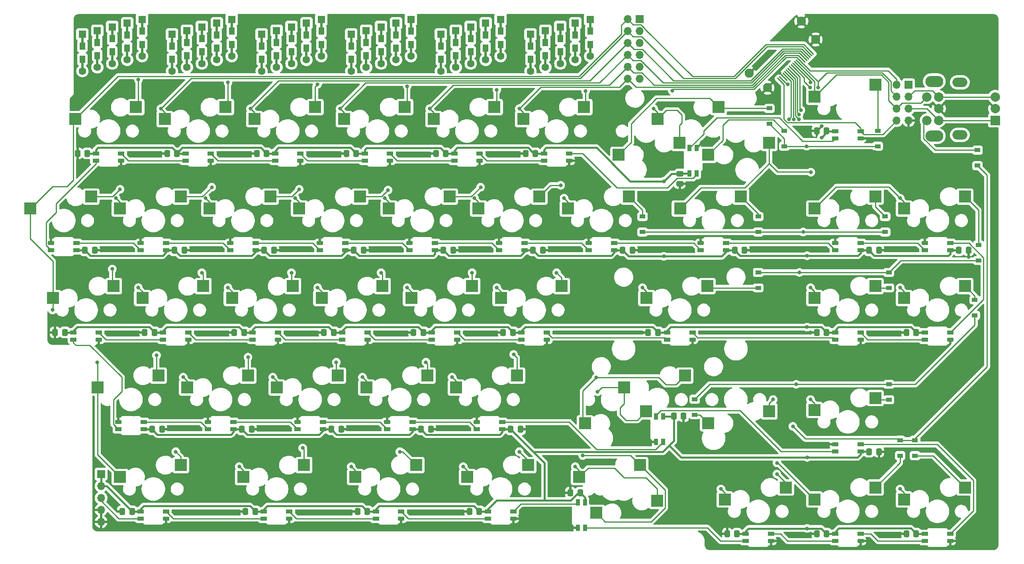
<source format=gbr>
%TF.GenerationSoftware,KiCad,Pcbnew,(6.0.5)*%
%TF.CreationDate,2022-07-29T15:57:33-06:00*%
%TF.ProjectId,kb_right,6b625f72-6967-4687-942e-6b696361645f,rev?*%
%TF.SameCoordinates,Original*%
%TF.FileFunction,Copper,L2,Bot*%
%TF.FilePolarity,Positive*%
%FSLAX46Y46*%
G04 Gerber Fmt 4.6, Leading zero omitted, Abs format (unit mm)*
G04 Created by KiCad (PCBNEW (6.0.5)) date 2022-07-29 15:57:33*
%MOMM*%
%LPD*%
G01*
G04 APERTURE LIST*
G04 Aperture macros list*
%AMRoundRect*
0 Rectangle with rounded corners*
0 $1 Rounding radius*
0 $2 $3 $4 $5 $6 $7 $8 $9 X,Y pos of 4 corners*
0 Add a 4 corners polygon primitive as box body*
4,1,4,$2,$3,$4,$5,$6,$7,$8,$9,$2,$3,0*
0 Add four circle primitives for the rounded corners*
1,1,$1+$1,$2,$3*
1,1,$1+$1,$4,$5*
1,1,$1+$1,$6,$7*
1,1,$1+$1,$8,$9*
0 Add four rect primitives between the rounded corners*
20,1,$1+$1,$2,$3,$4,$5,0*
20,1,$1+$1,$4,$5,$6,$7,0*
20,1,$1+$1,$6,$7,$8,$9,0*
20,1,$1+$1,$8,$9,$2,$3,0*%
%AMRotRect*
0 Rectangle, with rotation*
0 The origin of the aperture is its center*
0 $1 length*
0 $2 width*
0 $3 Rotation angle, in degrees counterclockwise*
0 Add horizontal line*
21,1,$1,$2,0,0,$3*%
G04 Aperture macros list end*
%TA.AperFunction,SMDPad,CuDef*%
%ADD10R,2.550000X2.500000*%
%TD*%
%TA.AperFunction,SMDPad,CuDef*%
%ADD11R,1.200000X1.600000*%
%TD*%
%TA.AperFunction,SMDPad,CuDef*%
%ADD12R,0.500000X2.900000*%
%TD*%
%TA.AperFunction,ComponentPad*%
%ADD13R,1.600000X1.600000*%
%TD*%
%TA.AperFunction,ComponentPad*%
%ADD14C,1.600000*%
%TD*%
%TA.AperFunction,ComponentPad*%
%ADD15O,3.825000X2.400000*%
%TD*%
%TA.AperFunction,ComponentPad*%
%ADD16C,2.000000*%
%TD*%
%TA.AperFunction,WasherPad*%
%ADD17O,3.200000X2.000000*%
%TD*%
%TA.AperFunction,ComponentPad*%
%ADD18R,2.000000X2.000000*%
%TD*%
%TA.AperFunction,SMDPad,CuDef*%
%ADD19RoundRect,0.250000X-0.337500X-0.475000X0.337500X-0.475000X0.337500X0.475000X-0.337500X0.475000X0*%
%TD*%
%TA.AperFunction,SMDPad,CuDef*%
%ADD20R,1.200000X0.900000*%
%TD*%
%TA.AperFunction,SMDPad,CuDef*%
%ADD21RoundRect,0.250000X0.337500X0.475000X-0.337500X0.475000X-0.337500X-0.475000X0.337500X-0.475000X0*%
%TD*%
%TA.AperFunction,SMDPad,CuDef*%
%ADD22R,1.400000X0.820000*%
%TD*%
%TA.AperFunction,SMDPad,CuDef*%
%ADD23RoundRect,0.205000X0.495000X0.205000X-0.495000X0.205000X-0.495000X-0.205000X0.495000X-0.205000X0*%
%TD*%
%TA.AperFunction,ComponentPad*%
%ADD24R,1.700000X1.700000*%
%TD*%
%TA.AperFunction,ComponentPad*%
%ADD25O,1.700000X1.700000*%
%TD*%
%TA.AperFunction,SMDPad,CuDef*%
%ADD26RoundRect,0.205000X-0.495000X-0.205000X0.495000X-0.205000X0.495000X0.205000X-0.495000X0.205000X0*%
%TD*%
%TA.AperFunction,SMDPad,CuDef*%
%ADD27RoundRect,0.250000X-0.475000X0.337500X-0.475000X-0.337500X0.475000X-0.337500X0.475000X0.337500X0*%
%TD*%
%TA.AperFunction,SMDPad,CuDef*%
%ADD28R,0.820000X1.400000*%
%TD*%
%TA.AperFunction,SMDPad,CuDef*%
%ADD29RoundRect,0.205000X0.205000X-0.495000X0.205000X0.495000X-0.205000X0.495000X-0.205000X-0.495000X0*%
%TD*%
%TA.AperFunction,SMDPad,CuDef*%
%ADD30RoundRect,0.205000X-0.205000X0.495000X-0.205000X-0.495000X0.205000X-0.495000X0.205000X0.495000X0*%
%TD*%
%TA.AperFunction,SMDPad,CuDef*%
%ADD31RotRect,1.900000X0.300000X315.000000*%
%TD*%
%TA.AperFunction,ComponentPad*%
%ADD32C,1.950000*%
%TD*%
%TA.AperFunction,ViaPad*%
%ADD33C,0.800000*%
%TD*%
%TA.AperFunction,Conductor*%
%ADD34C,0.254000*%
%TD*%
%TA.AperFunction,Conductor*%
%ADD35C,0.381000*%
%TD*%
G04 APERTURE END LIST*
D10*
%TO.P,MX16,1,COL*%
%TO.N,/COL6*%
X153252500Y-73660000D03*
%TO.P,MX16,2,ROW*%
%TO.N,Net-(D16-Pad2)*%
X166179500Y-71120000D03*
%TD*%
D11*
%TO.P,D15,1,K*%
%TO.N,/ROW6*%
X154781250Y-36700000D03*
D12*
X154781250Y-35600000D03*
D13*
X154781250Y-34200000D03*
D12*
%TO.P,D15,2,A*%
%TO.N,Net-(D15-Pad2)*%
X154781250Y-40600000D03*
D14*
X154781250Y-42000000D03*
D11*
X154781250Y-39500000D03*
%TD*%
D10*
%TO.P,MX34,1,COL*%
%TO.N,/COL7*%
X205640000Y-116522500D03*
%TO.P,MX34,2,ROW*%
%TO.N,Net-(D34-Pad2)*%
X218567000Y-113982500D03*
%TD*%
%TO.P,MX11,1,COL*%
%TO.N,/COL1*%
X58002500Y-73660000D03*
%TO.P,MX11,2,ROW*%
%TO.N,Net-(D11-Pad2)*%
X70929500Y-71120000D03*
%TD*%
%TO.P,MX4,1,COL*%
%TO.N,/COL3*%
X105627500Y-54610000D03*
%TO.P,MX4,2,ROW*%
%TO.N,Net-(D4-Pad2)*%
X118554500Y-52070000D03*
%TD*%
D12*
%TO.P,D11,1,K*%
%TO.N,/ROW6*%
X78581250Y-35600000D03*
D13*
X78581250Y-34200000D03*
D11*
X78581250Y-36700000D03*
D12*
%TO.P,D11,2,A*%
%TO.N,Net-(D11-Pad2)*%
X78581250Y-40600000D03*
D11*
X78581250Y-39500000D03*
D14*
X78581250Y-42000000D03*
%TD*%
D13*
%TO.P,D13,1,K*%
%TO.N,/ROW6*%
X116681250Y-34200000D03*
D11*
X116681250Y-36700000D03*
D12*
X116681250Y-35600000D03*
D11*
%TO.P,D13,2,A*%
%TO.N,Net-(D13-Pad2)*%
X116681250Y-39500000D03*
D12*
X116681250Y-40600000D03*
D14*
X116681250Y-42000000D03*
%TD*%
D10*
%TO.P,MX6,1,COL*%
%TO.N,/COL5*%
X143727500Y-54610000D03*
%TO.P,MX6,2,ROW*%
%TO.N,Net-(D6-Pad2)*%
X156654500Y-52070000D03*
%TD*%
D13*
%TO.P,D12,1,K*%
%TO.N,/ROW6*%
X97631250Y-34200000D03*
D11*
X97631250Y-36700000D03*
D12*
X97631250Y-35600000D03*
D11*
%TO.P,D12,2,A*%
%TO.N,Net-(D12-Pad2)*%
X97631250Y-39500000D03*
D12*
X97631250Y-40600000D03*
D14*
X97631250Y-42000000D03*
%TD*%
D11*
%TO.P,D37,1,K*%
%TO.N,/ROW9*%
X69056250Y-39081250D03*
D12*
X69056250Y-37981250D03*
D13*
X69056250Y-36581250D03*
D12*
%TO.P,D37,2,A*%
%TO.N,Net-(D37-Pad2)*%
X69056250Y-42981250D03*
D11*
X69056250Y-41881250D03*
D14*
X69056250Y-44381250D03*
%TD*%
D10*
%TO.P,MX33,1,COL*%
%TO.N,/COL5*%
X165158750Y-111760000D03*
%TO.P,MX33,2,ROW*%
%TO.N,Net-(D33-Pad2)*%
X178085750Y-109220000D03*
%TD*%
D11*
%TO.P,D41,1,K*%
%TO.N,/ROW9*%
X145256250Y-39081250D03*
D13*
X145256250Y-36581250D03*
D12*
X145256250Y-37981250D03*
D14*
%TO.P,D41,2,A*%
%TO.N,Net-(D41-Pad2)*%
X145256250Y-44381250D03*
D12*
X145256250Y-42981250D03*
D11*
X145256250Y-41881250D03*
%TD*%
D10*
%TO.P,MX32,1,COL*%
%TO.N,/COL4*%
X129440000Y-111760000D03*
%TO.P,MX32,2,ROW*%
%TO.N,Net-(D32-Pad2)*%
X142367000Y-109220000D03*
%TD*%
D15*
%TO.P,SW2,*%
%TO.N,*%
X231102500Y-46587500D03*
X231102500Y-58187500D03*
D16*
%TO.P,SW2,A,A*%
%TO.N,/ENC_R1*%
X232040000Y-54887500D03*
%TO.P,SW2,B,B*%
%TO.N,/ENC_R2*%
X232040000Y-49887500D03*
%TO.P,SW2,C,C*%
%TO.N,GND*%
X232040000Y-52387500D03*
%TD*%
D10*
%TO.P,MX38,1,COL*%
%TO.N,/COL2*%
X108008750Y-130810000D03*
%TO.P,MX38,2,ROW*%
%TO.N,Net-(D38-Pad2)*%
X120935750Y-128270000D03*
%TD*%
D11*
%TO.P,D39,1,K*%
%TO.N,/ROW9*%
X107156250Y-39081250D03*
D12*
X107156250Y-37981250D03*
D13*
X107156250Y-36581250D03*
D12*
%TO.P,D39,2,A*%
%TO.N,Net-(D39-Pad2)*%
X107156250Y-42981250D03*
D14*
X107156250Y-44381250D03*
D11*
X107156250Y-41881250D03*
%TD*%
D10*
%TO.P,MX43,1,COL*%
%TO.N,/COL7*%
X224690000Y-135572500D03*
%TO.P,MX43,2,ROW*%
%TO.N,Net-(D43-Pad2)*%
X237617000Y-133032500D03*
%TD*%
D13*
%TO.P,D5,1,K*%
%TO.N,/ROW5*%
X138906250Y-33406250D03*
D11*
X138906250Y-35906250D03*
D12*
X138906250Y-34806250D03*
D11*
%TO.P,D5,2,A*%
%TO.N,Net-(D5-Pad2)*%
X138906250Y-38706250D03*
D12*
X138906250Y-39806250D03*
D14*
X138906250Y-41206250D03*
%TD*%
D12*
%TO.P,D29,1,K*%
%TO.N,/ROW8*%
X72231250Y-37187500D03*
D11*
X72231250Y-38287500D03*
D13*
X72231250Y-35787500D03*
D11*
%TO.P,D29,2,A*%
%TO.N,Net-(D29-Pad2)*%
X72231250Y-41087500D03*
D14*
X72231250Y-43587500D03*
D12*
X72231250Y-42187500D03*
%TD*%
D10*
%TO.P,MX17,1,COL*%
%TO.N,/COL7*%
X177065000Y-73660000D03*
%TO.P,MX17,2,ROW*%
%TO.N,Net-(D17-Pad2)*%
X189992000Y-71120000D03*
%TD*%
%TO.P,MX8,1,COL*%
%TO.N,/COL7*%
X195997500Y-59690000D03*
%TO.P,MX8,2,ROW*%
%TO.N,Net-(D8-Pad2)*%
X183070500Y-62230000D03*
%TD*%
D11*
%TO.P,D6,1,K*%
%TO.N,/ROW5*%
X157956250Y-35906250D03*
D12*
X157956250Y-34806250D03*
D13*
X157956250Y-33406250D03*
D12*
%TO.P,D6,2,A*%
%TO.N,Net-(D6-Pad2)*%
X157956250Y-39806250D03*
D11*
X157956250Y-38706250D03*
D14*
X157956250Y-41206250D03*
%TD*%
D10*
%TO.P,MX14,1,COL*%
%TO.N,/COL4*%
X115152500Y-73660000D03*
%TO.P,MX14,2,ROW*%
%TO.N,Net-(D14-Pad2)*%
X128079500Y-71120000D03*
%TD*%
%TO.P,MX24,1,COL*%
%TO.N,/COL5*%
X138965000Y-92710000D03*
%TO.P,MX24,2,ROW*%
%TO.N,Net-(D24-Pad2)*%
X151892000Y-90170000D03*
%TD*%
%TO.P,MX40,1,COL*%
%TO.N,/COL4*%
X155633750Y-130810000D03*
%TO.P,MX40,2,ROW*%
%TO.N,Net-(D40-Pad2)*%
X168560750Y-128270000D03*
%TD*%
%TO.P,MX1,1,COL*%
%TO.N,/COL0*%
X48477500Y-54610000D03*
%TO.P,MX1,2,ROW*%
%TO.N,Net-(D1-Pad2)*%
X61404500Y-52070000D03*
%TD*%
%TO.P,MX9,1,COL*%
%TO.N,/COL8*%
X205640000Y-49847500D03*
%TO.P,MX9,2,ROW*%
%TO.N,Net-(D9-Pad2)*%
X218567000Y-47307500D03*
%TD*%
%TO.P,MX28,1,COL*%
%TO.N,/COL0*%
X53240000Y-111760000D03*
%TO.P,MX28,2,ROW*%
%TO.N,Net-(D28-Pad2)*%
X66167000Y-109220000D03*
%TD*%
D12*
%TO.P,D33,1,K*%
%TO.N,/ROW8*%
X148431250Y-37187500D03*
D11*
X148431250Y-38287500D03*
D13*
X148431250Y-35787500D03*
D12*
%TO.P,D33,2,A*%
%TO.N,Net-(D33-Pad2)*%
X148431250Y-42187500D03*
D11*
X148431250Y-41087500D03*
D14*
X148431250Y-43587500D03*
%TD*%
D13*
%TO.P,D22,1,K*%
%TO.N,/ROW7*%
X113506250Y-34993750D03*
D12*
X113506250Y-36393750D03*
D11*
X113506250Y-37493750D03*
D12*
%TO.P,D22,2,A*%
%TO.N,Net-(D22-Pad2)*%
X113506250Y-41393750D03*
D11*
X113506250Y-40293750D03*
D14*
X113506250Y-42793750D03*
%TD*%
D10*
%TO.P,MX42,1,COL*%
%TO.N,/COL6*%
X205640000Y-135572500D03*
%TO.P,MX42,2,ROW*%
%TO.N,Net-(D42-Pad2)*%
X218567000Y-133032500D03*
%TD*%
D11*
%TO.P,D14,1,K*%
%TO.N,/ROW6*%
X135731250Y-36700000D03*
D13*
X135731250Y-34200000D03*
D12*
X135731250Y-35600000D03*
%TO.P,D14,2,A*%
%TO.N,Net-(D14-Pad2)*%
X135731250Y-40600000D03*
D11*
X135731250Y-39500000D03*
D14*
X135731250Y-42000000D03*
%TD*%
D12*
%TO.P,D40,1,K*%
%TO.N,/ROW9*%
X126206250Y-37981250D03*
D11*
X126206250Y-39081250D03*
D13*
X126206250Y-36581250D03*
D14*
%TO.P,D40,2,A*%
%TO.N,Net-(D40-Pad2)*%
X126206250Y-44381250D03*
D11*
X126206250Y-41881250D03*
D12*
X126206250Y-42981250D03*
%TD*%
D11*
%TO.P,D32,1,K*%
%TO.N,/ROW8*%
X129381250Y-38287500D03*
D12*
X129381250Y-37187500D03*
D13*
X129381250Y-35787500D03*
D12*
%TO.P,D32,2,A*%
%TO.N,Net-(D32-Pad2)*%
X129381250Y-42187500D03*
D11*
X129381250Y-41087500D03*
D14*
X129381250Y-43587500D03*
%TD*%
D13*
%TO.P,D20,1,K*%
%TO.N,/ROW7*%
X75406250Y-34993750D03*
D11*
X75406250Y-37493750D03*
D12*
X75406250Y-36393750D03*
D11*
%TO.P,D20,2,A*%
%TO.N,Net-(D20-Pad2)*%
X75406250Y-40293750D03*
D12*
X75406250Y-41393750D03*
D14*
X75406250Y-42793750D03*
%TD*%
D10*
%TO.P,MX18,1,COL*%
%TO.N,/COL8*%
X205640000Y-73660000D03*
%TO.P,MX18,2,ROW*%
%TO.N,Net-(D18-Pad2)*%
X218567000Y-71120000D03*
%TD*%
%TO.P,MX3,1,COL*%
%TO.N,/COL2*%
X86577500Y-54610000D03*
%TO.P,MX3,2,ROW*%
%TO.N,Net-(D3-Pad2)*%
X99504500Y-52070000D03*
%TD*%
%TO.P,MX31,1,COL*%
%TO.N,/COL3*%
X110390000Y-111760000D03*
%TO.P,MX31,2,ROW*%
%TO.N,Net-(D31-Pad2)*%
X123317000Y-109220000D03*
%TD*%
%TO.P,MX23,1,COL*%
%TO.N,/COL4*%
X119915000Y-92710000D03*
%TO.P,MX23,2,ROW*%
%TO.N,Net-(D23-Pad2)*%
X132842000Y-90170000D03*
%TD*%
%TO.P,MX26,1,COL*%
%TO.N,/COL7*%
X205640000Y-92710000D03*
%TO.P,MX26,2,ROW*%
%TO.N,Net-(D26-Pad2)*%
X218567000Y-90170000D03*
%TD*%
%TO.P,MX25,1,COL*%
%TO.N,/COL6*%
X169921250Y-92710000D03*
%TO.P,MX25,2,ROW*%
%TO.N,Net-(D25-Pad2)*%
X182848250Y-90170000D03*
%TD*%
D12*
%TO.P,D30,1,K*%
%TO.N,/ROW8*%
X91281250Y-37187500D03*
D13*
X91281250Y-35787500D03*
D11*
X91281250Y-38287500D03*
D12*
%TO.P,D30,2,A*%
%TO.N,Net-(D30-Pad2)*%
X91281250Y-42187500D03*
D14*
X91281250Y-43587500D03*
D11*
X91281250Y-41087500D03*
%TD*%
D10*
%TO.P,MX15,1,COL*%
%TO.N,/COL5*%
X134202500Y-73660000D03*
%TO.P,MX15,2,ROW*%
%TO.N,Net-(D15-Pad2)*%
X147129500Y-71120000D03*
%TD*%
D13*
%TO.P,D10,1,K*%
%TO.N,/ROW6*%
X59531250Y-34200000D03*
D12*
X59531250Y-35600000D03*
D11*
X59531250Y-36700000D03*
D14*
%TO.P,D10,2,A*%
%TO.N,Net-(D10-Pad2)*%
X59531250Y-42000000D03*
D11*
X59531250Y-39500000D03*
D12*
X59531250Y-40600000D03*
%TD*%
D10*
%TO.P,MX7,1,COL*%
%TO.N,/COL6*%
X176947500Y-59690000D03*
%TO.P,MX7,2,ROW*%
%TO.N,Net-(D7-Pad2)*%
X164020500Y-62230000D03*
%TD*%
%TO.P,MX21,1,COL*%
%TO.N,/COL2*%
X81815000Y-92710000D03*
%TO.P,MX21,2,ROW*%
%TO.N,Net-(D21-Pad2)*%
X94742000Y-90170000D03*
%TD*%
%TO.P,MX22,1,COL*%
%TO.N,/COL3*%
X100865000Y-92710000D03*
%TO.P,MX22,2,ROW*%
%TO.N,Net-(D22-Pad2)*%
X113792000Y-90170000D03*
%TD*%
D12*
%TO.P,D36,1,K*%
%TO.N,/ROW9*%
X50006250Y-37981250D03*
D13*
X50006250Y-36581250D03*
D11*
X50006250Y-39081250D03*
%TO.P,D36,2,A*%
%TO.N,Net-(D36-Pad2)*%
X50006250Y-41881250D03*
D14*
X50006250Y-44381250D03*
D12*
X50006250Y-42981250D03*
%TD*%
D10*
%TO.P,MX2,1,COL*%
%TO.N,/COL1*%
X67527500Y-54610000D03*
%TO.P,MX2,2,ROW*%
%TO.N,Net-(D2-Pad2)*%
X80454500Y-52070000D03*
%TD*%
D12*
%TO.P,D19,1,K*%
%TO.N,/ROW7*%
X56356250Y-36393750D03*
D13*
X56356250Y-34993750D03*
D11*
X56356250Y-37493750D03*
D14*
%TO.P,D19,2,A*%
%TO.N,Net-(D19-Pad2)*%
X56356250Y-42793750D03*
D12*
X56356250Y-41393750D03*
D11*
X56356250Y-40293750D03*
%TD*%
D13*
%TO.P,D24,1,K*%
%TO.N,/ROW7*%
X151606250Y-34993750D03*
D12*
X151606250Y-36393750D03*
D11*
X151606250Y-37493750D03*
D12*
%TO.P,D24,2,A*%
%TO.N,Net-(D24-Pad2)*%
X151606250Y-41393750D03*
D14*
X151606250Y-42793750D03*
D11*
X151606250Y-40293750D03*
%TD*%
D10*
%TO.P,MX7_1,1,COL*%
%TO.N,/COL6*%
X172302500Y-54610000D03*
%TO.P,MX7_1,2,ROW*%
%TO.N,Net-(D7-Pad2)*%
X185229500Y-52070000D03*
%TD*%
%TO.P,MX20,1,COL*%
%TO.N,/COL1*%
X62765000Y-92710000D03*
%TO.P,MX20,2,ROW*%
%TO.N,Net-(D20-Pad2)*%
X75692000Y-90170000D03*
%TD*%
%TO.P,MX32_1,1,COL*%
%TO.N,/COL6*%
X195997500Y-116840000D03*
%TO.P,MX32_1,2,ROW*%
%TO.N,Net-(D33_1-Pad2)*%
X183070500Y-119380000D03*
%TD*%
%TO.P,MX37,1,COL*%
%TO.N,/COL1*%
X84196250Y-130810000D03*
%TO.P,MX37,2,ROW*%
%TO.N,Net-(D37-Pad2)*%
X97123250Y-128270000D03*
%TD*%
%TO.P,MX36,1,COL*%
%TO.N,/COL0*%
X58002500Y-130810000D03*
%TO.P,MX36,2,ROW*%
%TO.N,Net-(D36-Pad2)*%
X70929500Y-128270000D03*
%TD*%
%TO.P,MX32_2,1,COL*%
%TO.N,/COL5*%
X169803750Y-116840000D03*
%TO.P,MX32_2,2,ROW*%
%TO.N,Net-(D33-Pad2)*%
X156876750Y-119380000D03*
%TD*%
%TO.P,MX40_1,1,COL*%
%TO.N,/COL4*%
X172185000Y-135890000D03*
%TO.P,MX40_1,2,ROW*%
%TO.N,Net-(D40-Pad2)*%
X159258000Y-138430000D03*
%TD*%
%TO.P,MX39,1,COL*%
%TO.N,/COL3*%
X131821250Y-130810000D03*
%TO.P,MX39,2,ROW*%
%TO.N,Net-(D39-Pad2)*%
X144748250Y-128270000D03*
%TD*%
D11*
%TO.P,D23,1,K*%
%TO.N,/ROW7*%
X132556250Y-37493750D03*
D13*
X132556250Y-34993750D03*
D12*
X132556250Y-36393750D03*
D11*
%TO.P,D23,2,A*%
%TO.N,Net-(D23-Pad2)*%
X132556250Y-40293750D03*
D12*
X132556250Y-41393750D03*
D14*
X132556250Y-42793750D03*
%TD*%
D10*
%TO.P,MX29,1,COL*%
%TO.N,/COL1*%
X72290000Y-111760000D03*
%TO.P,MX29,2,ROW*%
%TO.N,Net-(D29-Pad2)*%
X85217000Y-109220000D03*
%TD*%
D13*
%TO.P,D2,1,K*%
%TO.N,/ROW5*%
X81756250Y-33406250D03*
D12*
X81756250Y-34806250D03*
D11*
X81756250Y-35906250D03*
D14*
%TO.P,D2,2,A*%
%TO.N,Net-(D2-Pad2)*%
X81756250Y-41206250D03*
D11*
X81756250Y-38706250D03*
D12*
X81756250Y-39806250D03*
%TD*%
D10*
%TO.P,MX13,1,COL*%
%TO.N,/COL3*%
X96102500Y-73660000D03*
%TO.P,MX13,2,ROW*%
%TO.N,Net-(D13-Pad2)*%
X109029500Y-71120000D03*
%TD*%
%TO.P,MX19,1,COL*%
%TO.N,/COL0*%
X43715000Y-92710000D03*
%TO.P,MX19,2,ROW*%
%TO.N,Net-(D19-Pad2)*%
X56642000Y-90170000D03*
%TD*%
%TO.P,MX10,1,COL*%
%TO.N,/COL0*%
X38952500Y-73660000D03*
%TO.P,MX10,2,ROW*%
%TO.N,Net-(D10-Pad2)*%
X51879500Y-71120000D03*
%TD*%
%TO.P,MX27,1,COL*%
%TO.N,/COL8*%
X224690000Y-73660000D03*
%TO.P,MX27,2,ROW*%
%TO.N,Net-(D27-Pad2)*%
X237617000Y-71120000D03*
%TD*%
D13*
%TO.P,D31,1,K*%
%TO.N,/ROW8*%
X110331250Y-35787500D03*
D11*
X110331250Y-38287500D03*
D12*
X110331250Y-37187500D03*
%TO.P,D31,2,A*%
%TO.N,Net-(D31-Pad2)*%
X110331250Y-42187500D03*
D14*
X110331250Y-43587500D03*
D11*
X110331250Y-41087500D03*
%TD*%
D12*
%TO.P,D28,1,K*%
%TO.N,/ROW8*%
X53181250Y-37187500D03*
D11*
X53181250Y-38287500D03*
D13*
X53181250Y-35787500D03*
D12*
%TO.P,D28,2,A*%
%TO.N,Net-(D28-Pad2)*%
X53181250Y-42187500D03*
D14*
X53181250Y-43587500D03*
D11*
X53181250Y-41087500D03*
%TD*%
D10*
%TO.P,MX30,1,COL*%
%TO.N,/COL2*%
X91340000Y-111760000D03*
%TO.P,MX30,2,ROW*%
%TO.N,Net-(D30-Pad2)*%
X104267000Y-109220000D03*
%TD*%
D17*
%TO.P,SW1,*%
%TO.N,*%
X236537500Y-46787500D03*
X236537500Y-57987500D03*
D18*
%TO.P,SW1,A,A*%
%TO.N,/ENC_R1*%
X244037500Y-54887500D03*
D16*
%TO.P,SW1,B,B*%
%TO.N,/ENC_R2*%
X244037500Y-49887500D03*
%TO.P,SW1,C,C*%
%TO.N,GND*%
X244037500Y-52387500D03*
%TO.P,SW1,S1,S1*%
%TO.N,/COL8*%
X229537500Y-49887500D03*
%TO.P,SW1,S2,S2*%
%TO.N,Net-(D44-Pad2)*%
X229537500Y-54887500D03*
%TD*%
D10*
%TO.P,MX35,1,COL*%
%TO.N,/COL8*%
X224690000Y-92710000D03*
%TO.P,MX35,2,ROW*%
%TO.N,Net-(D35-Pad2)*%
X237617000Y-90170000D03*
%TD*%
D12*
%TO.P,D3,1,K*%
%TO.N,/ROW5*%
X100806250Y-34806250D03*
D13*
X100806250Y-33406250D03*
D11*
X100806250Y-35906250D03*
D14*
%TO.P,D3,2,A*%
%TO.N,Net-(D3-Pad2)*%
X100806250Y-41206250D03*
D12*
X100806250Y-39806250D03*
D11*
X100806250Y-38706250D03*
%TD*%
D10*
%TO.P,MX5,1,COL*%
%TO.N,/COL4*%
X124677500Y-54610000D03*
%TO.P,MX5,2,ROW*%
%TO.N,Net-(D5-Pad2)*%
X137604500Y-52070000D03*
%TD*%
D12*
%TO.P,D4,1,K*%
%TO.N,/ROW5*%
X119856250Y-34806250D03*
D13*
X119856250Y-33406250D03*
D11*
X119856250Y-35906250D03*
D12*
%TO.P,D4,2,A*%
%TO.N,Net-(D4-Pad2)*%
X119856250Y-39806250D03*
D14*
X119856250Y-41206250D03*
D11*
X119856250Y-38706250D03*
%TD*%
D10*
%TO.P,MX41,1,COL*%
%TO.N,/COL5*%
X186590000Y-135572500D03*
%TO.P,MX41,2,ROW*%
%TO.N,Net-(D41-Pad2)*%
X199517000Y-133032500D03*
%TD*%
D12*
%TO.P,D21,1,K*%
%TO.N,/ROW7*%
X94456250Y-36393750D03*
D13*
X94456250Y-34993750D03*
D11*
X94456250Y-37493750D03*
%TO.P,D21,2,A*%
%TO.N,Net-(D21-Pad2)*%
X94456250Y-40293750D03*
D14*
X94456250Y-42793750D03*
D12*
X94456250Y-41393750D03*
%TD*%
D10*
%TO.P,MX12,1,COL*%
%TO.N,/COL2*%
X77052500Y-73660000D03*
%TO.P,MX12,2,ROW*%
%TO.N,Net-(D12-Pad2)*%
X89979500Y-71120000D03*
%TD*%
D11*
%TO.P,D1,1,K*%
%TO.N,/ROW5*%
X62706250Y-35906250D03*
D13*
X62706250Y-33406250D03*
D12*
X62706250Y-34806250D03*
%TO.P,D1,2,A*%
%TO.N,Net-(D1-Pad2)*%
X62706250Y-39806250D03*
D11*
X62706250Y-38706250D03*
D14*
X62706250Y-41206250D03*
%TD*%
D12*
%TO.P,D38,1,K*%
%TO.N,/ROW9*%
X88106250Y-37981250D03*
D13*
X88106250Y-36581250D03*
D11*
X88106250Y-39081250D03*
D14*
%TO.P,D38,2,A*%
%TO.N,Net-(D38-Pad2)*%
X88106250Y-44381250D03*
D11*
X88106250Y-41881250D03*
D12*
X88106250Y-42981250D03*
%TD*%
D19*
%TO.P,C118,1*%
%TO.N,+5V*%
X236293750Y-82550000D03*
%TO.P,C118,2*%
%TO.N,GND*%
X238368750Y-82550000D03*
%TD*%
D20*
%TO.P,D35,1,K*%
%TO.N,/ROW8*%
X239712500Y-96392000D03*
%TO.P,D35,2,A*%
%TO.N,Net-(D35-Pad2)*%
X239712500Y-93092000D03*
%TD*%
D19*
%TO.P,C115,1*%
%TO.N,+5V*%
X164856250Y-82550000D03*
%TO.P,C115,2*%
%TO.N,GND*%
X166931250Y-82550000D03*
%TD*%
D21*
%TO.P,C101,1*%
%TO.N,+5V*%
X51043750Y-61912500D03*
%TO.P,C101,2*%
%TO.N,GND*%
X48968750Y-61912500D03*
%TD*%
D22*
%TO.P,D110,1,VDD*%
%TO.N,+5V*%
X67787500Y-82506250D03*
%TO.P,D110,2,DOUT*%
%TO.N,Net-(D110-Pad2)*%
X67787500Y-81006250D03*
D23*
%TO.P,D110,3,VSS*%
%TO.N,GND*%
X62387500Y-81006250D03*
D22*
%TO.P,D110,4,DIN*%
%TO.N,Net-(D109-Pad2)*%
X62387500Y-82506250D03*
%TD*%
D21*
%TO.P,C103,1*%
%TO.N,+5V*%
X89143750Y-61912500D03*
%TO.P,C103,2*%
%TO.N,GND*%
X87068750Y-61912500D03*
%TD*%
D24*
%TO.P,J3,1,Pin_1*%
%TO.N,/ROW5*%
X168433750Y-33337500D03*
D25*
%TO.P,J3,2,Pin_2*%
%TO.N,/COL0*%
X165893750Y-33337500D03*
%TO.P,J3,3,Pin_3*%
%TO.N,/ROW6*%
X168433750Y-35877500D03*
%TO.P,J3,4,Pin_4*%
%TO.N,/COL1*%
X165893750Y-35877500D03*
%TO.P,J3,5,Pin_5*%
%TO.N,/ROW7*%
X168433750Y-38417500D03*
%TO.P,J3,6,Pin_6*%
%TO.N,/COL2*%
X165893750Y-38417500D03*
%TO.P,J3,7,Pin_7*%
%TO.N,/ROW8*%
X168433750Y-40957500D03*
%TO.P,J3,8,Pin_8*%
%TO.N,/COL3*%
X165893750Y-40957500D03*
%TO.P,J3,9,Pin_9*%
%TO.N,/ROW9*%
X168433750Y-43497500D03*
%TO.P,J3,10,Pin_10*%
%TO.N,/COL4*%
X165893750Y-43497500D03*
%TO.P,J3,11,Pin_11*%
%TO.N,GND*%
X168433750Y-46037500D03*
%TO.P,J3,12,Pin_12*%
%TO.N,/COL5*%
X165893750Y-46037500D03*
%TD*%
D19*
%TO.P,C113,1*%
%TO.N,+5V*%
X126756250Y-82550000D03*
%TO.P,C113,2*%
%TO.N,GND*%
X128831250Y-82550000D03*
%TD*%
D21*
%TO.P,C122,1*%
%TO.N,+5V*%
X103431250Y-100012500D03*
%TO.P,C122,2*%
%TO.N,GND*%
X101356250Y-100012500D03*
%TD*%
D22*
%TO.P,D125,1,VDD*%
%TO.N,+5V*%
X174306250Y-100056250D03*
%TO.P,D125,2,DOUT*%
%TO.N,Net-(D124-Pad4)*%
X174306250Y-101556250D03*
D26*
%TO.P,D125,3,VSS*%
%TO.N,GND*%
X179706250Y-101556250D03*
D22*
%TO.P,D125,4,DIN*%
%TO.N,Net-(D125-Pad4)*%
X179706250Y-100056250D03*
%TD*%
D19*
%TO.P,C129,1*%
%TO.N,+5V*%
X83893750Y-120650000D03*
%TO.P,C129,2*%
%TO.N,GND*%
X85968750Y-120650000D03*
%TD*%
D21*
%TO.P,C105,1*%
%TO.N,+5V*%
X127243750Y-61912500D03*
%TO.P,C105,2*%
%TO.N,GND*%
X125168750Y-61912500D03*
%TD*%
D22*
%TO.P,D138,1,VDD*%
%TO.N,+5V*%
X136206250Y-138156250D03*
%TO.P,D138,2,DOUT*%
%TO.N,Net-(D137-Pad4)*%
X136206250Y-139656250D03*
D26*
%TO.P,D138,3,VSS*%
%TO.N,GND*%
X141606250Y-139656250D03*
D22*
%TO.P,D138,4,DIN*%
%TO.N,Net-(D138-Pad4)*%
X141606250Y-138156250D03*
%TD*%
D21*
%TO.P,C135,1*%
%TO.N,+5V*%
X60568750Y-138112500D03*
%TO.P,C135,2*%
%TO.N,GND*%
X58493750Y-138112500D03*
%TD*%
D22*
%TO.P,D113,1,VDD*%
%TO.N,+5V*%
X124937500Y-82506250D03*
%TO.P,D113,2,DOUT*%
%TO.N,Net-(D113-Pad2)*%
X124937500Y-81006250D03*
D23*
%TO.P,D113,3,VSS*%
%TO.N,GND*%
X119537500Y-81006250D03*
D22*
%TO.P,D113,4,DIN*%
%TO.N,Net-(D112-Pad2)*%
X119537500Y-82506250D03*
%TD*%
%TO.P,D111,1,VDD*%
%TO.N,+5V*%
X86837500Y-82506250D03*
%TO.P,D111,2,DOUT*%
%TO.N,Net-(D111-Pad2)*%
X86837500Y-81006250D03*
D23*
%TO.P,D111,3,VSS*%
%TO.N,GND*%
X81437500Y-81006250D03*
D22*
%TO.P,D111,4,DIN*%
%TO.N,Net-(D110-Pad2)*%
X81437500Y-82506250D03*
%TD*%
%TO.P,D128,1,VDD*%
%TO.N,+5V*%
X63025000Y-120606250D03*
%TO.P,D128,2,DOUT*%
%TO.N,Net-(D128-Pad2)*%
X63025000Y-119106250D03*
D23*
%TO.P,D128,3,VSS*%
%TO.N,GND*%
X57625000Y-119106250D03*
D22*
%TO.P,D128,4,DIN*%
%TO.N,Net-(D119-Pad2)*%
X57625000Y-120606250D03*
%TD*%
D21*
%TO.P,C138,1*%
%TO.N,+5V*%
X134387500Y-138112500D03*
%TO.P,C138,2*%
%TO.N,GND*%
X132312500Y-138112500D03*
%TD*%
D24*
%TO.P,J2,1,Pin_1*%
%TO.N,+5V*%
X225653600Y-47307500D03*
D25*
%TO.P,J2,2,Pin_2*%
%TO.N,/COL6*%
X223113600Y-47307500D03*
%TO.P,J2,3,Pin_3*%
%TO.N,/ENC_R2*%
X225653600Y-49847500D03*
%TO.P,J2,4,Pin_4*%
%TO.N,/COL7*%
X223113600Y-49847500D03*
%TO.P,J2,5,Pin_5*%
%TO.N,/ENC_R1*%
X225653600Y-52387500D03*
%TO.P,J2,6,Pin_6*%
%TO.N,/COL8*%
X223113600Y-52387500D03*
%TO.P,J2,7,Pin_7*%
%TO.N,GND*%
X225653600Y-54927500D03*
%TO.P,J2,8,Pin_8*%
%TO.N,/RGB_IN*%
X223113600Y-54927500D03*
%TD*%
D22*
%TO.P,D115,1,VDD*%
%TO.N,+5V*%
X163037500Y-82506250D03*
%TO.P,D115,2,DOUT*%
%TO.N,Net-(D115-Pad2)*%
X163037500Y-81006250D03*
D23*
%TO.P,D115,3,VSS*%
%TO.N,GND*%
X157637500Y-81006250D03*
D22*
%TO.P,D115,4,DIN*%
%TO.N,Net-(D114-Pad2)*%
X157637500Y-82506250D03*
%TD*%
%TO.P,D136,1,VDD*%
%TO.N,+5V*%
X88581250Y-138156250D03*
%TO.P,D136,2,DOUT*%
%TO.N,Net-(D135-Pad4)*%
X88581250Y-139656250D03*
D26*
%TO.P,D136,3,VSS*%
%TO.N,GND*%
X93981250Y-139656250D03*
D22*
%TO.P,D136,4,DIN*%
%TO.N,Net-(D136-Pad4)*%
X93981250Y-138156250D03*
%TD*%
D20*
%TO.P,D18,1,K*%
%TO.N,/ROW6*%
X220662500Y-78643750D03*
%TO.P,D18,2,A*%
%TO.N,Net-(D18-Pad2)*%
X220662500Y-75343750D03*
%TD*%
D22*
%TO.P,D140,1,VDD*%
%TO.N,+5V*%
X190975000Y-142918750D03*
%TO.P,D140,2,DOUT*%
%TO.N,Net-(D139-Pad4)*%
X190975000Y-144418750D03*
D26*
%TO.P,D140,3,VSS*%
%TO.N,GND*%
X196375000Y-144418750D03*
D22*
%TO.P,D140,4,DIN*%
%TO.N,Net-(D140-Pad4)*%
X196375000Y-142918750D03*
%TD*%
%TO.P,D104,1,VDD*%
%TO.N,+5V*%
X110012500Y-61956250D03*
%TO.P,D104,2,DOUT*%
%TO.N,Net-(D103-Pad4)*%
X110012500Y-63456250D03*
D26*
%TO.P,D104,3,VSS*%
%TO.N,GND*%
X115412500Y-63456250D03*
D22*
%TO.P,D104,4,DIN*%
%TO.N,Net-(D104-Pad4)*%
X115412500Y-61956250D03*
%TD*%
%TO.P,D114,1,VDD*%
%TO.N,+5V*%
X143987500Y-82506250D03*
%TO.P,D114,2,DOUT*%
%TO.N,Net-(D114-Pad2)*%
X143987500Y-81006250D03*
D23*
%TO.P,D114,3,VSS*%
%TO.N,GND*%
X138587500Y-81006250D03*
D22*
%TO.P,D114,4,DIN*%
%TO.N,Net-(D113-Pad2)*%
X138587500Y-82506250D03*
%TD*%
D20*
%TO.P,D27,1,K*%
%TO.N,/ROW7*%
X240506250Y-84708000D03*
%TO.P,D27,2,A*%
%TO.N,Net-(D27-Pad2)*%
X240506250Y-81408000D03*
%TD*%
D22*
%TO.P,D135,1,VDD*%
%TO.N,+5V*%
X62387500Y-138156250D03*
%TO.P,D135,2,DOUT*%
%TO.N,/RGB_R_END*%
X62387500Y-139656250D03*
D26*
%TO.P,D135,3,VSS*%
%TO.N,GND*%
X67787500Y-139656250D03*
D22*
%TO.P,D135,4,DIN*%
%TO.N,Net-(D135-Pad4)*%
X67787500Y-138156250D03*
%TD*%
%TO.P,D120,1,VDD*%
%TO.N,+5V*%
X67150000Y-100056250D03*
%TO.P,D120,2,DOUT*%
%TO.N,Net-(D119-Pad4)*%
X67150000Y-101556250D03*
D26*
%TO.P,D120,3,VSS*%
%TO.N,GND*%
X72550000Y-101556250D03*
D22*
%TO.P,D120,4,DIN*%
%TO.N,Net-(D120-Pad4)*%
X72550000Y-100056250D03*
%TD*%
%TO.P,D126,1,VDD*%
%TO.N,+5V*%
X210025000Y-100056250D03*
%TO.P,D126,2,DOUT*%
%TO.N,Net-(D125-Pad4)*%
X210025000Y-101556250D03*
D26*
%TO.P,D126,3,VSS*%
%TO.N,GND*%
X215425000Y-101556250D03*
D22*
%TO.P,D126,4,DIN*%
%TO.N,Net-(D126-Pad4)*%
X215425000Y-100056250D03*
%TD*%
D27*
%TO.P,C107,1*%
%TO.N,+5V*%
X177006250Y-66272500D03*
%TO.P,C107,2*%
%TO.N,GND*%
X177006250Y-68347500D03*
%TD*%
D22*
%TO.P,D122,1,VDD*%
%TO.N,+5V*%
X105250000Y-100056250D03*
%TO.P,D122,2,DOUT*%
%TO.N,Net-(D121-Pad4)*%
X105250000Y-101556250D03*
D26*
%TO.P,D122,3,VSS*%
%TO.N,GND*%
X110650000Y-101556250D03*
D22*
%TO.P,D122,4,DIN*%
%TO.N,Net-(D122-Pad4)*%
X110650000Y-100056250D03*
%TD*%
D21*
%TO.P,C125,1*%
%TO.N,+5V*%
X172360500Y-100012500D03*
%TO.P,C125,2*%
%TO.N,GND*%
X170285500Y-100012500D03*
%TD*%
D19*
%TO.P,C114,1*%
%TO.N,+5V*%
X145806250Y-82550000D03*
%TO.P,C114,2*%
%TO.N,GND*%
X147881250Y-82550000D03*
%TD*%
D21*
%TO.P,C104,1*%
%TO.N,+5V*%
X108193750Y-61912500D03*
%TO.P,C104,2*%
%TO.N,GND*%
X106118750Y-61912500D03*
%TD*%
D20*
%TO.P,D26,1,K*%
%TO.N,/ROW7*%
X221456250Y-87250000D03*
%TO.P,D26,2,A*%
%TO.N,Net-(D26-Pad2)*%
X221456250Y-90550000D03*
%TD*%
D22*
%TO.P,D129,1,VDD*%
%TO.N,+5V*%
X82075000Y-120606250D03*
%TO.P,D129,2,DOUT*%
%TO.N,Net-(D129-Pad2)*%
X82075000Y-119106250D03*
D23*
%TO.P,D129,3,VSS*%
%TO.N,GND*%
X76675000Y-119106250D03*
D22*
%TO.P,D129,4,DIN*%
%TO.N,Net-(D128-Pad2)*%
X76675000Y-120606250D03*
%TD*%
%TO.P,D112,1,VDD*%
%TO.N,+5V*%
X105887500Y-82506250D03*
%TO.P,D112,2,DOUT*%
%TO.N,Net-(D112-Pad2)*%
X105887500Y-81006250D03*
D23*
%TO.P,D112,3,VSS*%
%TO.N,GND*%
X100487500Y-81006250D03*
D22*
%TO.P,D112,4,DIN*%
%TO.N,Net-(D111-Pad2)*%
X100487500Y-82506250D03*
%TD*%
%TO.P,D141,1,VDD*%
%TO.N,+5V*%
X210025000Y-142918750D03*
%TO.P,D141,2,DOUT*%
%TO.N,Net-(D140-Pad4)*%
X210025000Y-144418750D03*
D26*
%TO.P,D141,3,VSS*%
%TO.N,GND*%
X215425000Y-144418750D03*
D22*
%TO.P,D141,4,DIN*%
%TO.N,Net-(D141-Pad4)*%
X215425000Y-142918750D03*
%TD*%
%TO.P,D131,1,VDD*%
%TO.N,+5V*%
X120175000Y-120606250D03*
%TO.P,D131,2,DOUT*%
%TO.N,Net-(D131-Pad2)*%
X120175000Y-119106250D03*
D23*
%TO.P,D131,3,VSS*%
%TO.N,GND*%
X114775000Y-119106250D03*
D22*
%TO.P,D131,4,DIN*%
%TO.N,Net-(D130-Pad2)*%
X114775000Y-120606250D03*
%TD*%
D20*
%TO.P,D43,1,K*%
%TO.N,/ROW9*%
X227012500Y-122968750D03*
%TO.P,D43,2,A*%
%TO.N,Net-(D43-Pad2)*%
X227012500Y-126268750D03*
%TD*%
D22*
%TO.P,D105,1,VDD*%
%TO.N,+5V*%
X129062500Y-61956250D03*
%TO.P,D105,2,DOUT*%
%TO.N,Net-(D104-Pad4)*%
X129062500Y-63456250D03*
D26*
%TO.P,D105,3,VSS*%
%TO.N,GND*%
X134462500Y-63456250D03*
D22*
%TO.P,D105,4,DIN*%
%TO.N,Net-(D105-Pad4)*%
X134462500Y-61956250D03*
%TD*%
D19*
%TO.P,C116,1*%
%TO.N,+5V*%
X188668750Y-82550000D03*
%TO.P,C116,2*%
%TO.N,GND*%
X190743750Y-82550000D03*
%TD*%
%TO.P,C133,1*%
%TO.N,+5V*%
X175746500Y-117856000D03*
%TO.P,C133,2*%
%TO.N,GND*%
X177821500Y-117856000D03*
%TD*%
D21*
%TO.P,C121,1*%
%TO.N,+5V*%
X84381250Y-100012500D03*
%TO.P,C121,2*%
%TO.N,GND*%
X82306250Y-100012500D03*
%TD*%
D22*
%TO.P,D119,1,VDD*%
%TO.N,+5V*%
X48100000Y-100056250D03*
%TO.P,D119,2,DOUT*%
%TO.N,Net-(D119-Pad2)*%
X48100000Y-101556250D03*
D26*
%TO.P,D119,3,VSS*%
%TO.N,GND*%
X53500000Y-101556250D03*
D22*
%TO.P,D119,4,DIN*%
%TO.N,Net-(D119-Pad4)*%
X53500000Y-100056250D03*
%TD*%
D21*
%TO.P,C142,1*%
%TO.N,+5V*%
X227256250Y-142875000D03*
%TO.P,C142,2*%
%TO.N,GND*%
X225181250Y-142875000D03*
%TD*%
D19*
%TO.P,C112,1*%
%TO.N,+5V*%
X107706250Y-82550000D03*
%TO.P,C112,2*%
%TO.N,GND*%
X109781250Y-82550000D03*
%TD*%
D22*
%TO.P,D130,1,VDD*%
%TO.N,+5V*%
X101125000Y-120606250D03*
%TO.P,D130,2,DOUT*%
%TO.N,Net-(D130-Pad2)*%
X101125000Y-119106250D03*
D23*
%TO.P,D130,3,VSS*%
%TO.N,GND*%
X95725000Y-119106250D03*
D22*
%TO.P,D130,4,DIN*%
%TO.N,Net-(D129-Pad2)*%
X95725000Y-120606250D03*
%TD*%
D21*
%TO.P,C119,1*%
%TO.N,+5V*%
X46281250Y-100012500D03*
%TO.P,C119,2*%
%TO.N,GND*%
X44206250Y-100012500D03*
%TD*%
D20*
%TO.P,D7,1,K*%
%TO.N,/ROW5*%
X196056250Y-55625000D03*
%TO.P,D7,2,A*%
%TO.N,Net-(D7-Pad2)*%
X196056250Y-52325000D03*
%TD*%
D21*
%TO.P,C127,1*%
%TO.N,+5V*%
X227256250Y-100012500D03*
%TO.P,C127,2*%
%TO.N,GND*%
X225181250Y-100012500D03*
%TD*%
D22*
%TO.P,D108,1,VDD*%
%TO.N,+5V*%
X210025000Y-57193750D03*
%TO.P,D108,2,DOUT*%
%TO.N,Net-(D107-Pad4)*%
X210025000Y-58693750D03*
D26*
%TO.P,D108,3,VSS*%
%TO.N,GND*%
X215425000Y-58693750D03*
D22*
%TO.P,D108,4,DIN*%
%TO.N,/RGB_IN*%
X215425000Y-57193750D03*
%TD*%
%TO.P,D132,1,VDD*%
%TO.N,+5V*%
X139225000Y-120606250D03*
%TO.P,D132,2,DOUT*%
%TO.N,Net-(D132-Pad2)*%
X139225000Y-119106250D03*
D23*
%TO.P,D132,3,VSS*%
%TO.N,GND*%
X133825000Y-119106250D03*
D22*
%TO.P,D132,4,DIN*%
%TO.N,Net-(D131-Pad2)*%
X133825000Y-120606250D03*
%TD*%
D21*
%TO.P,C139,1*%
%TO.N,+5V*%
X155818750Y-134143750D03*
%TO.P,C139,2*%
%TO.N,GND*%
X153743750Y-134143750D03*
%TD*%
D22*
%TO.P,D109,1,VDD*%
%TO.N,+5V*%
X48737500Y-82506250D03*
%TO.P,D109,2,DOUT*%
%TO.N,Net-(D109-Pad2)*%
X48737500Y-81006250D03*
D23*
%TO.P,D109,3,VSS*%
%TO.N,GND*%
X43337500Y-81006250D03*
D22*
%TO.P,D109,4,DIN*%
%TO.N,Net-(D101-Pad2)*%
X43337500Y-82506250D03*
%TD*%
%TO.P,D124,1,VDD*%
%TO.N,+5V*%
X143350000Y-100056250D03*
%TO.P,D124,2,DOUT*%
%TO.N,Net-(D123-Pad4)*%
X143350000Y-101556250D03*
D26*
%TO.P,D124,3,VSS*%
%TO.N,GND*%
X148750000Y-101556250D03*
D22*
%TO.P,D124,4,DIN*%
%TO.N,Net-(D124-Pad4)*%
X148750000Y-100056250D03*
%TD*%
D21*
%TO.P,C102,1*%
%TO.N,+5V*%
X70093750Y-61912500D03*
%TO.P,C102,2*%
%TO.N,GND*%
X68018750Y-61912500D03*
%TD*%
D19*
%TO.P,C130,1*%
%TO.N,+5V*%
X102943750Y-120650000D03*
%TO.P,C130,2*%
%TO.N,GND*%
X105018750Y-120650000D03*
%TD*%
D22*
%TO.P,D121,1,VDD*%
%TO.N,+5V*%
X86200000Y-100056250D03*
%TO.P,D121,2,DOUT*%
%TO.N,Net-(D120-Pad4)*%
X86200000Y-101556250D03*
D26*
%TO.P,D121,3,VSS*%
%TO.N,GND*%
X91600000Y-101556250D03*
D22*
%TO.P,D121,4,DIN*%
%TO.N,Net-(D121-Pad4)*%
X91600000Y-100056250D03*
%TD*%
D21*
%TO.P,C120,1*%
%TO.N,+5V*%
X65331250Y-100012500D03*
%TO.P,C120,2*%
%TO.N,GND*%
X63256250Y-100012500D03*
%TD*%
D19*
%TO.P,C110,1*%
%TO.N,+5V*%
X69606250Y-82550000D03*
%TO.P,C110,2*%
%TO.N,GND*%
X71681250Y-82550000D03*
%TD*%
D20*
%TO.P,D25,1,K*%
%TO.N,/ROW7*%
X193675000Y-87250000D03*
%TO.P,D25,2,A*%
%TO.N,Net-(D25-Pad2)*%
X193675000Y-90550000D03*
%TD*%
D22*
%TO.P,D101,1,VDD*%
%TO.N,+5V*%
X52862500Y-61956250D03*
%TO.P,D101,2,DOUT*%
%TO.N,Net-(D101-Pad2)*%
X52862500Y-63456250D03*
D26*
%TO.P,D101,3,VSS*%
%TO.N,GND*%
X58262500Y-63456250D03*
D22*
%TO.P,D101,4,DIN*%
%TO.N,Net-(D101-Pad4)*%
X58262500Y-61956250D03*
%TD*%
D19*
%TO.P,C132,1*%
%TO.N,+5V*%
X141043750Y-120650000D03*
%TO.P,C132,2*%
%TO.N,GND*%
X143118750Y-120650000D03*
%TD*%
D21*
%TO.P,C124,1*%
%TO.N,+5V*%
X141531250Y-100012500D03*
%TO.P,C124,2*%
%TO.N,GND*%
X139456250Y-100012500D03*
%TD*%
D20*
%TO.P,D8,1,K*%
%TO.N,/ROW5*%
X199231250Y-60387500D03*
%TO.P,D8,2,A*%
%TO.N,Net-(D8-Pad2)*%
X199231250Y-57087500D03*
%TD*%
D21*
%TO.P,C123,1*%
%TO.N,+5V*%
X122481250Y-100012500D03*
%TO.P,C123,2*%
%TO.N,GND*%
X120406250Y-100012500D03*
%TD*%
D19*
%TO.P,C109,1*%
%TO.N,+5V*%
X50556250Y-82550000D03*
%TO.P,C109,2*%
%TO.N,GND*%
X52631250Y-82550000D03*
%TD*%
D22*
%TO.P,D102,1,VDD*%
%TO.N,+5V*%
X71912500Y-61956250D03*
%TO.P,D102,2,DOUT*%
%TO.N,Net-(D101-Pad4)*%
X71912500Y-63456250D03*
D26*
%TO.P,D102,3,VSS*%
%TO.N,GND*%
X77312500Y-63456250D03*
D22*
%TO.P,D102,4,DIN*%
%TO.N,Net-(D102-Pad4)*%
X77312500Y-61956250D03*
%TD*%
D21*
%TO.P,C106,1*%
%TO.N,+5V*%
X146293750Y-61912500D03*
%TO.P,C106,2*%
%TO.N,GND*%
X144218750Y-61912500D03*
%TD*%
D22*
%TO.P,D103,1,VDD*%
%TO.N,+5V*%
X90962500Y-61956250D03*
%TO.P,D103,2,DOUT*%
%TO.N,Net-(D102-Pad4)*%
X90962500Y-63456250D03*
D26*
%TO.P,D103,3,VSS*%
%TO.N,GND*%
X96362500Y-63456250D03*
D22*
%TO.P,D103,4,DIN*%
%TO.N,Net-(D103-Pad4)*%
X96362500Y-61956250D03*
%TD*%
D20*
%TO.P,D44,1,K*%
%TO.N,/ROW9*%
X240284000Y-64515000D03*
%TO.P,D44,2,A*%
%TO.N,Net-(D44-Pad2)*%
X240284000Y-61215000D03*
%TD*%
D19*
%TO.P,C134,1*%
%TO.N,+5V*%
X217243750Y-125412500D03*
%TO.P,C134,2*%
%TO.N,GND*%
X219318750Y-125412500D03*
%TD*%
D21*
%TO.P,C136,1*%
%TO.N,+5V*%
X86762500Y-138112500D03*
%TO.P,C136,2*%
%TO.N,GND*%
X84687500Y-138112500D03*
%TD*%
D20*
%TO.P,D42,1,K*%
%TO.N,/ROW9*%
X223837500Y-122968750D03*
%TO.P,D42,2,A*%
%TO.N,Net-(D42-Pad2)*%
X223837500Y-126268750D03*
%TD*%
D21*
%TO.P,C140,1*%
%TO.N,+5V*%
X189156250Y-142875000D03*
%TO.P,C140,2*%
%TO.N,GND*%
X187081250Y-142875000D03*
%TD*%
D20*
%TO.P,D33_1,1,K*%
%TO.N,/ROW8*%
X180181250Y-114237500D03*
%TO.P,D33_1,2,A*%
%TO.N,Net-(D33_1-Pad2)*%
X180181250Y-117537500D03*
%TD*%
D19*
%TO.P,C117,1*%
%TO.N,+5V*%
X217243750Y-82550000D03*
%TO.P,C117,2*%
%TO.N,GND*%
X219318750Y-82550000D03*
%TD*%
%TO.P,C111,1*%
%TO.N,+5V*%
X88656250Y-82550000D03*
%TO.P,C111,2*%
%TO.N,GND*%
X90731250Y-82550000D03*
%TD*%
D22*
%TO.P,D137,1,VDD*%
%TO.N,+5V*%
X112393750Y-138156250D03*
%TO.P,D137,2,DOUT*%
%TO.N,Net-(D136-Pad4)*%
X112393750Y-139656250D03*
D26*
%TO.P,D137,3,VSS*%
%TO.N,GND*%
X117793750Y-139656250D03*
D22*
%TO.P,D137,4,DIN*%
%TO.N,Net-(D137-Pad4)*%
X117793750Y-138156250D03*
%TD*%
D19*
%TO.P,C128,1*%
%TO.N,+5V*%
X64843750Y-120650000D03*
%TO.P,C128,2*%
%TO.N,GND*%
X66918750Y-120650000D03*
%TD*%
D20*
%TO.P,D16,1,K*%
%TO.N,/ROW6*%
X169068750Y-78643750D03*
%TO.P,D16,2,A*%
%TO.N,Net-(D16-Pad2)*%
X169068750Y-75343750D03*
%TD*%
D21*
%TO.P,C137,1*%
%TO.N,+5V*%
X110575000Y-138112500D03*
%TO.P,C137,2*%
%TO.N,GND*%
X108500000Y-138112500D03*
%TD*%
D22*
%TO.P,D117,1,VDD*%
%TO.N,+5V*%
X215425000Y-82506250D03*
%TO.P,D117,2,DOUT*%
%TO.N,Net-(D117-Pad2)*%
X215425000Y-81006250D03*
D23*
%TO.P,D117,3,VSS*%
%TO.N,GND*%
X210025000Y-81006250D03*
D22*
%TO.P,D117,4,DIN*%
%TO.N,Net-(D116-Pad2)*%
X210025000Y-82506250D03*
%TD*%
D20*
%TO.P,D34,1,K*%
%TO.N,/ROW8*%
X221456250Y-111062500D03*
%TO.P,D34,2,A*%
%TO.N,Net-(D34-Pad2)*%
X221456250Y-114362500D03*
%TD*%
D19*
%TO.P,C131,1*%
%TO.N,+5V*%
X121993750Y-120650000D03*
%TO.P,C131,2*%
%TO.N,GND*%
X124068750Y-120650000D03*
%TD*%
D22*
%TO.P,D118,1,VDD*%
%TO.N,+5V*%
X234475000Y-82506250D03*
%TO.P,D118,2,DOUT*%
%TO.N,Net-(D118-Pad2)*%
X234475000Y-81006250D03*
D23*
%TO.P,D118,3,VSS*%
%TO.N,GND*%
X229075000Y-81006250D03*
D22*
%TO.P,D118,4,DIN*%
%TO.N,Net-(D117-Pad2)*%
X229075000Y-82506250D03*
%TD*%
%TO.P,D106,1,VDD*%
%TO.N,+5V*%
X148112500Y-61956250D03*
%TO.P,D106,2,DOUT*%
%TO.N,Net-(D105-Pad4)*%
X148112500Y-63456250D03*
D26*
%TO.P,D106,3,VSS*%
%TO.N,GND*%
X153512500Y-63456250D03*
D22*
%TO.P,D106,4,DIN*%
%TO.N,Net-(D106-Pad4)*%
X153512500Y-61956250D03*
%TD*%
%TO.P,D123,1,VDD*%
%TO.N,+5V*%
X124300000Y-100056250D03*
%TO.P,D123,2,DOUT*%
%TO.N,Net-(D122-Pad4)*%
X124300000Y-101556250D03*
D26*
%TO.P,D123,3,VSS*%
%TO.N,GND*%
X129700000Y-101556250D03*
D22*
%TO.P,D123,4,DIN*%
%TO.N,Net-(D123-Pad4)*%
X129700000Y-100056250D03*
%TD*%
D21*
%TO.P,C141,1*%
%TO.N,+5V*%
X208206250Y-142875000D03*
%TO.P,C141,2*%
%TO.N,GND*%
X206131250Y-142875000D03*
%TD*%
D20*
%TO.P,D9,1,K*%
%TO.N,/ROW5*%
X219075000Y-60387500D03*
%TO.P,D9,2,A*%
%TO.N,Net-(D9-Pad2)*%
X219075000Y-57087500D03*
%TD*%
D28*
%TO.P,D107,1,VDD*%
%TO.N,+5V*%
X179082000Y-66200000D03*
%TO.P,D107,2,DOUT*%
%TO.N,Net-(D106-Pad4)*%
X180582000Y-66200000D03*
D29*
%TO.P,D107,3,VSS*%
%TO.N,GND*%
X180582000Y-60800000D03*
D28*
%TO.P,D107,4,DIN*%
%TO.N,Net-(D107-Pad4)*%
X179082000Y-60800000D03*
%TD*%
D22*
%TO.P,D134,1,VDD*%
%TO.N,+5V*%
X215425000Y-125368750D03*
%TO.P,D134,2,DOUT*%
%TO.N,Net-(D134-Pad2)*%
X215425000Y-123868750D03*
D23*
%TO.P,D134,3,VSS*%
%TO.N,GND*%
X210025000Y-123868750D03*
D22*
%TO.P,D134,4,DIN*%
%TO.N,Net-(D133-Pad2)*%
X210025000Y-125368750D03*
%TD*%
D28*
%TO.P,D139,1,VDD*%
%TO.N,+5V*%
X156833000Y-136206250D03*
%TO.P,D139,2,DOUT*%
%TO.N,Net-(D138-Pad4)*%
X155333000Y-136206250D03*
D30*
%TO.P,D139,3,VSS*%
%TO.N,GND*%
X155333000Y-141606250D03*
D28*
%TO.P,D139,4,DIN*%
%TO.N,Net-(D139-Pad4)*%
X156833000Y-141606250D03*
%TD*%
D22*
%TO.P,D127,1,VDD*%
%TO.N,+5V*%
X229075000Y-100056250D03*
%TO.P,D127,2,DOUT*%
%TO.N,Net-(D126-Pad4)*%
X229075000Y-101556250D03*
D26*
%TO.P,D127,3,VSS*%
%TO.N,GND*%
X234475000Y-101556250D03*
D22*
%TO.P,D127,4,DIN*%
%TO.N,Net-(D118-Pad2)*%
X234475000Y-100056250D03*
%TD*%
%TO.P,D116,1,VDD*%
%TO.N,+5V*%
X186850000Y-82506250D03*
%TO.P,D116,2,DOUT*%
%TO.N,Net-(D116-Pad2)*%
X186850000Y-81006250D03*
D23*
%TO.P,D116,3,VSS*%
%TO.N,GND*%
X181450000Y-81006250D03*
D22*
%TO.P,D116,4,DIN*%
%TO.N,Net-(D115-Pad2)*%
X181450000Y-82506250D03*
%TD*%
%TO.P,D142,1,VDD*%
%TO.N,+5V*%
X229075000Y-142918750D03*
%TO.P,D142,2,DOUT*%
%TO.N,Net-(D141-Pad4)*%
X229075000Y-144418750D03*
D26*
%TO.P,D142,3,VSS*%
%TO.N,GND*%
X234475000Y-144418750D03*
D22*
%TO.P,D142,4,DIN*%
%TO.N,Net-(D134-Pad2)*%
X234475000Y-142918750D03*
%TD*%
D21*
%TO.P,C126,1*%
%TO.N,+5V*%
X208206250Y-100012500D03*
%TO.P,C126,2*%
%TO.N,GND*%
X206131250Y-100012500D03*
%TD*%
D20*
%TO.P,D17,1,K*%
%TO.N,/ROW6*%
X193675000Y-78643750D03*
%TO.P,D17,2,A*%
%TO.N,Net-(D17-Pad2)*%
X193675000Y-75343750D03*
%TD*%
D31*
%TO.P,J1,1,1*%
%TO.N,/COL0*%
X204819139Y-40145375D03*
%TO.P,J1,2,2*%
%TO.N,/COL1*%
X204465586Y-40498928D03*
%TO.P,J1,3,3*%
%TO.N,/COL2*%
X204112032Y-40852481D03*
%TO.P,J1,4,4*%
%TO.N,/COL3*%
X203758479Y-41206035D03*
%TO.P,J1,5,5*%
%TO.N,/COL4*%
X203404925Y-41559588D03*
%TO.P,J1,6,6*%
%TO.N,/COL5*%
X203051372Y-41913142D03*
%TO.P,J1,7,7*%
%TO.N,/COL6*%
X202697819Y-42266695D03*
%TO.P,J1,8,8*%
%TO.N,/COL7*%
X202344265Y-42620248D03*
%TO.P,J1,9,9*%
%TO.N,/COL8*%
X201990712Y-42973802D03*
%TO.P,J1,10,10*%
%TO.N,/ENC_R2*%
X201637158Y-43327355D03*
%TO.P,J1,11,11*%
%TO.N,/ENC_R1*%
X201283605Y-43680908D03*
%TO.P,J1,12,12*%
%TO.N,/ROW5*%
X200930052Y-44034462D03*
%TO.P,J1,13,13*%
%TO.N,/ROW6*%
X200576498Y-44388015D03*
%TO.P,J1,14,14*%
%TO.N,/ROW7*%
X200222945Y-44741569D03*
%TO.P,J1,15,15*%
%TO.N,/ROW8*%
X199869392Y-45095122D03*
%TO.P,J1,16,16*%
%TO.N,/ROW9*%
X199515838Y-45448675D03*
%TO.P,J1,17,17*%
%TO.N,GND*%
X199162285Y-45802229D03*
%TO.P,J1,18,18*%
%TO.N,+5V*%
X198808731Y-46155782D03*
%TO.P,J1,19,19*%
%TO.N,/RGB_IN*%
X198455178Y-46509336D03*
D32*
%TO.P,J1,S1,SHIELD*%
%TO.N,GND*%
X205879799Y-37670501D03*
%TO.P,J1,S2,SHIELD*%
X195626751Y-47923549D03*
%TO.P,J1,S3,SHIELD*%
X191737664Y-44882990D03*
%TO.P,J1,S4,SHIELD*%
X202839240Y-33781414D03*
%TD*%
D21*
%TO.P,C108,1*%
%TO.N,+5V*%
X208206250Y-57150000D03*
%TO.P,C108,2*%
%TO.N,GND*%
X206131250Y-57150000D03*
%TD*%
D24*
%TO.P,J4,1,Pin_1*%
%TO.N,+5V*%
X53975000Y-130175000D03*
D25*
%TO.P,J4,2,Pin_2*%
X53975000Y-132715000D03*
%TO.P,J4,3,Pin_3*%
%TO.N,/RGB_R_END*%
X53975000Y-135255000D03*
%TO.P,J4,4,Pin_4*%
%TO.N,GND*%
X53975000Y-137795000D03*
%TO.P,J4,5,Pin_5*%
X53975000Y-140335000D03*
%TD*%
D28*
%TO.P,D133,1,VDD*%
%TO.N,+5V*%
X173470000Y-117950000D03*
%TO.P,D133,2,DOUT*%
%TO.N,Net-(D133-Pad2)*%
X171970000Y-117950000D03*
D30*
%TO.P,D133,3,VSS*%
%TO.N,GND*%
X171970000Y-123350000D03*
D28*
%TO.P,D133,4,DIN*%
%TO.N,Net-(D132-Pad2)*%
X173470000Y-123350000D03*
%TD*%
D33*
%TO.N,+5V*%
X207137000Y-58547000D03*
X173638879Y-67838921D03*
X204089000Y-126619000D03*
X204061000Y-98897480D03*
X173609000Y-83820000D03*
X204061000Y-83693000D03*
X199933500Y-47244000D03*
X204061020Y-141759980D03*
%TO.N,GND*%
X84931250Y-41275000D03*
X76200000Y-97155000D03*
X177800000Y-119856250D03*
X233680000Y-107315000D03*
X208280000Y-112395000D03*
X68262500Y-120650000D03*
X243840000Y-102235000D03*
X121920000Y-71755000D03*
X180181250Y-80168750D03*
X101600000Y-56515000D03*
X86360000Y-112395000D03*
X123031250Y-41275000D03*
X137160000Y-107315000D03*
X71120000Y-107315000D03*
X198120000Y-102235000D03*
X223520000Y-107315000D03*
X238760000Y-142875000D03*
X91440000Y-66675000D03*
X243840000Y-41275000D03*
X76200000Y-117475000D03*
X177800000Y-92075000D03*
X59531250Y-100012500D03*
X111760000Y-107315000D03*
X107156250Y-138112500D03*
X53975000Y-82550000D03*
X243840000Y-66675000D03*
X81280000Y-132715000D03*
X198120000Y-117475000D03*
X162560000Y-51435000D03*
X132080000Y-107315000D03*
X187960000Y-66675000D03*
X87312500Y-120650000D03*
X137160000Y-86995000D03*
X228600000Y-86995000D03*
X101600000Y-86995000D03*
X243840000Y-112395000D03*
X243840000Y-117475000D03*
X203200000Y-36195000D03*
X76200000Y-127635000D03*
X76200000Y-107315000D03*
X168275000Y-82550000D03*
X228600000Y-127635000D03*
X243840000Y-107315000D03*
X135128000Y-100012500D03*
X144462500Y-120650000D03*
X162560000Y-92075000D03*
X215900000Y-84931250D03*
X238760000Y-122555000D03*
X243840000Y-132715000D03*
X228600000Y-132715000D03*
X71120000Y-66675000D03*
X213360000Y-66675000D03*
X101600000Y-132715000D03*
X81280000Y-117475000D03*
X182880000Y-86995000D03*
X96520000Y-107315000D03*
X243840000Y-137795000D03*
X60960000Y-127635000D03*
X223520000Y-117475000D03*
X243840000Y-97155000D03*
X228600000Y-66675000D03*
X193040000Y-102235000D03*
X243840000Y-92075000D03*
X86360000Y-66675000D03*
X238379000Y-83947000D03*
X157480000Y-92075000D03*
X60960000Y-86995000D03*
X228600000Y-76835000D03*
X182880000Y-66675000D03*
X228600000Y-112395000D03*
X111760000Y-97155000D03*
X91440000Y-127635000D03*
X127000000Y-66675000D03*
X243840000Y-76835000D03*
X198151675Y-44758094D03*
X170656250Y-123825000D03*
X66040000Y-86995000D03*
X192087500Y-82550000D03*
X152400000Y-132715000D03*
X50800000Y-86995000D03*
X147320000Y-51435000D03*
X205581250Y-123825000D03*
X177800000Y-137795000D03*
X193040000Y-92075000D03*
X91440000Y-86995000D03*
X218440000Y-66675000D03*
X91440000Y-97155000D03*
X106680000Y-117475000D03*
X162560000Y-97155000D03*
X198120000Y-112395000D03*
X142240000Y-112395000D03*
X218440000Y-97155000D03*
X209423000Y-53975000D03*
X207168750Y-56098500D03*
X101600000Y-112395000D03*
X71120000Y-51435000D03*
X66040000Y-97155000D03*
X127000000Y-86995000D03*
X137160000Y-127635000D03*
X152400000Y-86995000D03*
X106362500Y-120650000D03*
X193040000Y-122555000D03*
X66040000Y-112395000D03*
X182880000Y-71755000D03*
X157480000Y-86995000D03*
X182880000Y-137795000D03*
X243840000Y-86995000D03*
X147320000Y-107315000D03*
X121920000Y-117475000D03*
X208280000Y-107315000D03*
X60325000Y-61912500D03*
X106680000Y-112395000D03*
X50800000Y-92075000D03*
X86360000Y-117475000D03*
X49212500Y-63500000D03*
X142240000Y-66675000D03*
X238760000Y-41275000D03*
X152400000Y-102235000D03*
X86360000Y-86995000D03*
X60960000Y-122555000D03*
X238760000Y-76835000D03*
X228600000Y-97155000D03*
X162560000Y-127635000D03*
X157480000Y-66675000D03*
X243840000Y-127635000D03*
X132080000Y-66675000D03*
X187960000Y-92075000D03*
X152400000Y-137795000D03*
X223520000Y-97155000D03*
X96520000Y-97155000D03*
X208280000Y-132715000D03*
X218440000Y-61595000D03*
X233680000Y-41275000D03*
X101600000Y-71755000D03*
X45720000Y-86995000D03*
X83343750Y-138112500D03*
X116840000Y-97155000D03*
X98425000Y-61912500D03*
X238760000Y-66675000D03*
X243840000Y-142875000D03*
X187960000Y-122555000D03*
X55880000Y-97155000D03*
X127000000Y-51435000D03*
X238760000Y-86995000D03*
X223520000Y-112395000D03*
X130968750Y-138112500D03*
X193040000Y-107315000D03*
X73025000Y-82550000D03*
X157480000Y-127635000D03*
X106680000Y-92075000D03*
X193040000Y-132715000D03*
X169068750Y-100012500D03*
X117475000Y-61912500D03*
X91440000Y-51435000D03*
X193040000Y-71755000D03*
X60960000Y-107315000D03*
X55880000Y-66675000D03*
X213360000Y-112395000D03*
X121920000Y-112395000D03*
X223520000Y-137795000D03*
X243840000Y-122555000D03*
X208280000Y-66675000D03*
X223043750Y-100012500D03*
X55880000Y-122555000D03*
X111760000Y-51435000D03*
X181768750Y-59531250D03*
X86360000Y-127635000D03*
X132080000Y-97155000D03*
X220662500Y-125412500D03*
X200025000Y-100012500D03*
X218440000Y-107315000D03*
X213360000Y-107315000D03*
X182880000Y-97155000D03*
X57658000Y-117602000D03*
X238760000Y-107315000D03*
X167640000Y-86995000D03*
X101600000Y-122555000D03*
X106680000Y-86995000D03*
X152400000Y-112395000D03*
X92075000Y-82550000D03*
X238760000Y-127635000D03*
X111125000Y-82550000D03*
X66040000Y-117475000D03*
X81280000Y-76835000D03*
X157480000Y-76835000D03*
X182880000Y-102235000D03*
X167640000Y-92075000D03*
X243840000Y-61595000D03*
X238760000Y-112395000D03*
X44196000Y-101854000D03*
X60960000Y-117475000D03*
X121920000Y-97155000D03*
X103981250Y-41275000D03*
X147320000Y-137795000D03*
X81280000Y-56515000D03*
X116681250Y-100012500D03*
X185737500Y-142875000D03*
X167640000Y-107315000D03*
X56896000Y-137160000D03*
X223837500Y-142875000D03*
X158623000Y-135255000D03*
X66040000Y-66675000D03*
X111760000Y-127635000D03*
X243840000Y-81915000D03*
X233680000Y-86995000D03*
X181864000Y-55245000D03*
X79375000Y-61912500D03*
X198120000Y-122555000D03*
X193040000Y-97155000D03*
X81280000Y-86995000D03*
X177800000Y-86995000D03*
X121920000Y-86995000D03*
X152400000Y-107315000D03*
X228600000Y-107315000D03*
X86360000Y-97155000D03*
X127000000Y-92075000D03*
X187960000Y-97155000D03*
X78581250Y-100012500D03*
X97631250Y-100012500D03*
X228600000Y-61595000D03*
X172720000Y-86995000D03*
X152400000Y-82550000D03*
X121920000Y-66675000D03*
X111760000Y-66675000D03*
X125412500Y-120650000D03*
X101600000Y-66675000D03*
X243840000Y-46355000D03*
X147320000Y-117475000D03*
X136525000Y-61912500D03*
X243840000Y-71755000D03*
X101600000Y-97155000D03*
X142240000Y-86995000D03*
X71120000Y-86995000D03*
X121920000Y-132715000D03*
X101600000Y-117475000D03*
X91440000Y-76835000D03*
X127000000Y-117475000D03*
X147320000Y-86995000D03*
X91440000Y-107315000D03*
X147320000Y-66675000D03*
X127000000Y-132715000D03*
X220662500Y-82550000D03*
X65881250Y-41275000D03*
X238760000Y-102235000D03*
X208280000Y-97155000D03*
X152400000Y-122555000D03*
X213360000Y-61595000D03*
X177800000Y-122555000D03*
X116840000Y-107315000D03*
X172466000Y-65532000D03*
X204787500Y-142875000D03*
X76200000Y-132715000D03*
X142081250Y-41275000D03*
X95250000Y-117475000D03*
X198120000Y-107315000D03*
X167640000Y-97155000D03*
X130175000Y-82550000D03*
X233680000Y-66675000D03*
X213360000Y-92075000D03*
X106680000Y-66675000D03*
X187960000Y-132715000D03*
%TO.N,/ROW5*%
X203962000Y-60387500D03*
X202747060Y-52702711D03*
%TO.N,Net-(D1-Pad2)*%
X61912500Y-46234261D03*
%TO.N,Net-(D2-Pad2)*%
X80962500Y-46831250D03*
%TO.N,Net-(D3-Pad2)*%
X100012500Y-47176899D03*
%TO.N,Net-(D4-Pad2)*%
X119062500Y-47630419D03*
%TO.N,Net-(D5-Pad2)*%
X138112500Y-48418750D03*
%TO.N,Net-(D6-Pad2)*%
X156972000Y-48641000D03*
%TO.N,/ROW6*%
X203230750Y-78643750D03*
X202364871Y-53643317D03*
%TO.N,Net-(D10-Pad2)*%
X58001536Y-69558536D03*
%TO.N,Net-(D11-Pad2)*%
X77496036Y-69114036D03*
%TO.N,Net-(D12-Pad2)*%
X96101536Y-69558536D03*
%TO.N,Net-(D13-Pad2)*%
X114976911Y-69733161D03*
%TO.N,Net-(D14-Pad2)*%
X134646036Y-69114036D03*
%TO.N,Net-(D15-Pad2)*%
X151673500Y-68707000D03*
%TO.N,/ROW7*%
X202439000Y-87250000D03*
X202339626Y-54645500D03*
%TO.N,Net-(D19-Pad2)*%
X56356250Y-86518750D03*
%TO.N,Net-(D20-Pad2)*%
X75406250Y-87312500D03*
%TO.N,Net-(D21-Pad2)*%
X94456250Y-87312500D03*
%TO.N,Net-(D22-Pad2)*%
X113506250Y-87312500D03*
%TO.N,Net-(D23-Pad2)*%
X132842000Y-87312500D03*
%TO.N,Net-(D24-Pad2)*%
X150812500Y-87312500D03*
%TO.N,/ROW8*%
X201740500Y-111062500D03*
X201239790Y-54645500D03*
%TO.N,Net-(D28-Pad2)*%
X65764411Y-104891839D03*
%TO.N,Net-(D29-Pad2)*%
X85211286Y-105288714D03*
%TO.N,Net-(D30-Pad2)*%
X103981250Y-106362500D03*
%TO.N,Net-(D31-Pad2)*%
X123031250Y-106362500D03*
%TO.N,Net-(D33-Pad2)*%
X159242818Y-109604739D03*
%TO.N,/ROW9*%
X200192651Y-54645500D03*
X201041000Y-120015000D03*
%TO.N,Net-(D36-Pad2)*%
X69850000Y-125412500D03*
%TO.N,Net-(D37-Pad2)*%
X96837500Y-124618750D03*
%TO.N,Net-(D38-Pad2)*%
X117475000Y-125412500D03*
%TO.N,Net-(D39-Pad2)*%
X142875000Y-125412500D03*
%TO.N,Net-(D40-Pad2)*%
X156368750Y-126232440D03*
%TO.N,Net-(D41-Pad2)*%
X197643750Y-130175000D03*
%TO.N,/ENC_R1*%
X204724000Y-47879000D03*
%TO.N,/ENC_R2*%
X204781786Y-46793786D03*
%TO.N,/COL0*%
X53181250Y-106362500D03*
X43656250Y-95250000D03*
%TO.N,/COL1*%
X57150000Y-71437500D03*
X83343750Y-128587500D03*
X66675000Y-52387500D03*
X61912500Y-90487500D03*
X71437500Y-109537500D03*
%TO.N,/COL2*%
X76200000Y-71437500D03*
X90487500Y-109537500D03*
X107156250Y-128587500D03*
X80962500Y-90487500D03*
X85725000Y-52387500D03*
%TO.N,/COL3*%
X104775000Y-52387500D03*
X109537500Y-109537500D03*
X100012500Y-90487500D03*
X95250000Y-71437500D03*
X130968750Y-128587500D03*
%TO.N,/COL4*%
X119062500Y-90487500D03*
X123825000Y-52387500D03*
X154781250Y-128587500D03*
X128587500Y-109537500D03*
X114300000Y-71437500D03*
%TO.N,/COL5*%
X159512000Y-112649000D03*
X138112500Y-90487500D03*
X133350000Y-71437500D03*
X185737500Y-133350000D03*
X142875000Y-52387500D03*
%TO.N,/COL6*%
X171450000Y-52387500D03*
X152400000Y-71437500D03*
X196850000Y-114300000D03*
X175387000Y-48537459D03*
X169068750Y-90487500D03*
X197643750Y-127793750D03*
%TO.N,/COL7*%
X206375000Y-47879000D03*
X204851000Y-65913000D03*
X223837500Y-133350000D03*
X204787500Y-90487500D03*
X204787500Y-114300000D03*
%TO.N,/COL8*%
X223837500Y-71437500D03*
X223837500Y-90487500D03*
%TO.N,Net-(D32-Pad2)*%
X141674214Y-104705786D03*
%TD*%
D34*
%TO.N,/ENC_R1*%
X204724000Y-47879000D02*
X204689656Y-47879000D01*
X204689656Y-47879000D02*
X203454000Y-46643344D01*
X203454000Y-46643344D02*
X203454000Y-45851303D01*
X203454000Y-45851303D02*
X201283605Y-43680908D01*
D35*
%TO.N,+5V*%
X83893750Y-120650000D02*
X85036750Y-121793000D01*
X210025000Y-142918750D02*
X208250000Y-142918750D01*
X84381250Y-100012500D02*
X83266230Y-98897480D01*
X86837500Y-82506250D02*
X88612500Y-82506250D01*
X210025000Y-57193750D02*
X208250000Y-57193750D01*
X50556250Y-82550000D02*
X51671270Y-83665020D01*
X71868750Y-61912500D02*
X71912500Y-61956250D01*
X148571750Y-60706000D02*
X159308415Y-60706000D01*
X177292000Y-126619000D02*
X174752000Y-124079000D01*
X215425000Y-125368750D02*
X215425000Y-125951000D01*
X148229921Y-135783921D02*
X153821203Y-135783921D01*
X86806250Y-138156250D02*
X86762500Y-138112500D01*
X110012500Y-61956250D02*
X110012500Y-61165250D01*
X145836190Y-125442440D02*
X173388560Y-125442440D01*
X106080520Y-98897480D02*
X105250000Y-99728000D01*
X204089000Y-126619000D02*
X177292000Y-126619000D01*
X210820000Y-141732000D02*
X226113250Y-141732000D01*
X88581250Y-137732750D02*
X89316520Y-136997480D01*
X188625000Y-82506250D02*
X188668750Y-82550000D01*
X86837500Y-82834500D02*
X86837500Y-82506250D01*
X67980520Y-98897480D02*
X67150000Y-99728000D01*
X108849250Y-83693000D02*
X124587000Y-83693000D01*
X121950000Y-120606250D02*
X121993750Y-120650000D01*
X204061020Y-141759980D02*
X191615020Y-141759980D01*
X218358770Y-83665020D02*
X217243750Y-82550000D01*
X229075000Y-100056250D02*
X227300000Y-100056250D01*
X88612500Y-82506250D02*
X88656250Y-82550000D01*
X175746500Y-123084500D02*
X175746500Y-117856000D01*
X215425000Y-125951000D02*
X214757000Y-126619000D01*
X136206250Y-138156250D02*
X136206250Y-137637500D01*
X102316230Y-98897480D02*
X86776520Y-98897480D01*
X166441336Y-67838921D02*
X173638879Y-67838921D01*
X84425000Y-100056250D02*
X84381250Y-100012500D01*
X175652500Y-117950000D02*
X175746500Y-117856000D01*
X124300000Y-99601000D02*
X124300000Y-100056250D01*
X210025000Y-142918750D02*
X210025000Y-142527000D01*
X217200000Y-125368750D02*
X217243750Y-125412500D01*
X234475000Y-82506250D02*
X236250000Y-82506250D01*
X172404250Y-100056250D02*
X172360500Y-100012500D01*
X48100000Y-99728000D02*
X48100000Y-100056250D01*
X133272480Y-136997480D02*
X134387500Y-138112500D01*
X234107230Y-83665020D02*
X218358770Y-83665020D01*
X141575000Y-100056250D02*
X141531250Y-100012500D01*
X153821203Y-135783921D02*
X155461374Y-134143750D01*
X87937250Y-60706000D02*
X89143750Y-61912500D01*
X82075000Y-121252000D02*
X82075000Y-120606250D01*
X175041520Y-98897480D02*
X174306250Y-99632750D01*
X53321750Y-60706000D02*
X69088000Y-60706000D01*
X143129000Y-83693000D02*
X143987500Y-82834500D01*
X108193750Y-61912500D02*
X109968750Y-61912500D01*
X51087500Y-61956250D02*
X51043750Y-61912500D01*
X227256250Y-100012500D02*
X226141230Y-98897480D01*
X208250000Y-100056250D02*
X208206250Y-100012500D01*
X53975000Y-130175000D02*
X53975000Y-132715000D01*
X173388560Y-125442440D02*
X174752000Y-124079000D01*
X121993750Y-120650000D02*
X123108770Y-121765020D01*
X210728520Y-98897480D02*
X210025000Y-99601000D01*
X143987500Y-82834500D02*
X143987500Y-82506250D01*
X175205300Y-66272500D02*
X177006250Y-66272500D01*
X100330000Y-121793000D02*
X101125000Y-120998000D01*
X69606250Y-82550000D02*
X70721270Y-83665020D01*
X227300000Y-100056250D02*
X227256250Y-100012500D01*
X159308415Y-60706000D02*
X166441336Y-67838921D01*
X207091230Y-141759980D02*
X204061020Y-141759980D01*
X208206250Y-142875000D02*
X207091230Y-141759980D01*
X139225000Y-120606250D02*
X141000000Y-120606250D01*
X81561980Y-121765020D02*
X82075000Y-121252000D01*
X67787500Y-82506250D02*
X69562500Y-82506250D01*
X226141230Y-98897480D02*
X210728520Y-98897480D01*
X174306250Y-99632750D02*
X174306250Y-100056250D01*
X162414250Y-83665020D02*
X163037500Y-83041770D01*
X102900000Y-120606250D02*
X102943750Y-120650000D01*
X104058770Y-121765020D02*
X119534980Y-121765020D01*
X70093750Y-61912500D02*
X71868750Y-61912500D01*
X208206250Y-57477750D02*
X207137000Y-58547000D01*
X136206250Y-138156250D02*
X134431250Y-138156250D01*
X144729874Y-60706000D02*
X145936374Y-61912500D01*
X138711980Y-121765020D02*
X139225000Y-121252000D01*
X67150000Y-100056250D02*
X65375000Y-100056250D01*
X148229921Y-127836171D02*
X148229921Y-135783921D01*
X103475000Y-100056250D02*
X103431250Y-100012500D01*
X210025000Y-99601000D02*
X210025000Y-100056250D01*
X129062500Y-61310500D02*
X129667000Y-60706000D01*
X140416230Y-98897480D02*
X125003520Y-98897480D01*
X122481250Y-100012500D02*
X121366230Y-98897480D01*
X91694000Y-60706000D02*
X106987250Y-60706000D01*
X86776520Y-98897480D02*
X86200000Y-99474000D01*
X86200000Y-100056250D02*
X84425000Y-100056250D01*
X215425000Y-82506250D02*
X217200000Y-82506250D01*
X106987250Y-60706000D02*
X108193750Y-61912500D01*
X148068750Y-61912500D02*
X148112500Y-61956250D01*
X145762500Y-82506250D02*
X145806250Y-82550000D01*
X52862500Y-61165250D02*
X53321750Y-60706000D01*
X189200000Y-142918750D02*
X189156250Y-142875000D01*
X64843750Y-120650000D02*
X65958770Y-121765020D01*
X110012500Y-61165250D02*
X110380270Y-60797480D01*
X134431250Y-138156250D02*
X134387500Y-138112500D01*
X127287500Y-61956250D02*
X127243750Y-61912500D01*
X155461374Y-134143750D02*
X155818750Y-134143750D01*
X51671270Y-83665020D02*
X67083980Y-83665020D01*
X215425000Y-125368750D02*
X217200000Y-125368750D01*
X85036750Y-121793000D02*
X100330000Y-121793000D01*
X86006980Y-83665020D02*
X86837500Y-82834500D01*
X217200000Y-82506250D02*
X217243750Y-82550000D01*
X129062500Y-61956250D02*
X129062500Y-61310500D01*
X65958770Y-121765020D02*
X81561980Y-121765020D01*
X46325000Y-100056250D02*
X46281250Y-100012500D01*
X67150000Y-99728000D02*
X67150000Y-100056250D01*
X156833000Y-136206250D02*
X156833000Y-135158000D01*
X227256250Y-142875000D02*
X229031250Y-142875000D01*
X185928000Y-83820000D02*
X186850000Y-82898000D01*
X127899250Y-83693000D02*
X143129000Y-83693000D01*
X141043750Y-120650000D02*
X145836190Y-125442440D01*
X148112500Y-61956250D02*
X148112500Y-61165250D01*
X107706250Y-82550000D02*
X108849250Y-83693000D01*
X214884000Y-83693000D02*
X215425000Y-83152000D01*
X82075000Y-120606250D02*
X83850000Y-120606250D01*
X124968000Y-82536750D02*
X124937500Y-82506250D01*
X109459980Y-136997480D02*
X110575000Y-138112500D01*
X146921270Y-83665020D02*
X162414250Y-83665020D01*
X208206250Y-57150000D02*
X208206250Y-57477750D01*
X64800000Y-120606250D02*
X64843750Y-120650000D01*
X145836190Y-125442440D02*
X148229921Y-127836171D01*
X105250000Y-99728000D02*
X105250000Y-100056250D01*
X90962500Y-61956250D02*
X90962500Y-61437500D01*
X143987500Y-82506250D02*
X145762500Y-82506250D01*
X63025000Y-120606250D02*
X64800000Y-120606250D01*
X172360500Y-100012500D02*
X171245480Y-98897480D01*
X62387500Y-138156250D02*
X60612500Y-138156250D01*
X65331250Y-100012500D02*
X64216230Y-98897480D01*
X60612500Y-138156250D02*
X60568750Y-138112500D01*
X63027520Y-136997480D02*
X85647480Y-136997480D01*
X112393750Y-137669250D02*
X113065520Y-136997480D01*
X139225000Y-121252000D02*
X139225000Y-120606250D01*
X215425000Y-83152000D02*
X215425000Y-82506250D01*
X107662500Y-82506250D02*
X107706250Y-82550000D01*
X83850000Y-120606250D02*
X83893750Y-120650000D01*
X122525000Y-100056250D02*
X122481250Y-100012500D01*
X120175000Y-120606250D02*
X121950000Y-120606250D01*
X86200000Y-99474000D02*
X86200000Y-100056250D01*
X173609000Y-83820000D02*
X185928000Y-83820000D01*
X173638879Y-67838921D02*
X175205300Y-66272500D01*
X123108770Y-121765020D02*
X138711980Y-121765020D01*
X119534980Y-121765020D02*
X120175000Y-121125000D01*
X105056980Y-83665020D02*
X105887500Y-82834500D01*
X156833000Y-135158000D02*
X155818750Y-134143750D01*
X208250000Y-57193750D02*
X208206250Y-57150000D01*
X141531250Y-100012500D02*
X140416230Y-98897480D01*
X90962500Y-61437500D02*
X91694000Y-60706000D01*
X143350000Y-99728000D02*
X143350000Y-100056250D01*
X120175000Y-121125000D02*
X120175000Y-120606250D01*
X110380270Y-60797480D02*
X126128730Y-60797480D01*
X102943750Y-120650000D02*
X104058770Y-121765020D01*
X88581250Y-138156250D02*
X88581250Y-137732750D01*
X177078750Y-66200000D02*
X177006250Y-66272500D01*
X71300250Y-60706000D02*
X87937250Y-60706000D01*
X164812500Y-82506250D02*
X164856250Y-82550000D01*
X90962500Y-61956250D02*
X89187500Y-61956250D01*
X50512500Y-82506250D02*
X50556250Y-82550000D01*
X174306250Y-100056250D02*
X172404250Y-100056250D01*
X70721270Y-83665020D02*
X86006980Y-83665020D01*
X83266230Y-98897480D02*
X67980520Y-98897480D01*
X121366230Y-98897480D02*
X106080520Y-98897480D01*
X48737500Y-82506250D02*
X50512500Y-82506250D01*
X186850000Y-82898000D02*
X186850000Y-82506250D01*
X163037500Y-83041770D02*
X163037500Y-82506250D01*
X110618750Y-138156250D02*
X110575000Y-138112500D01*
X101125000Y-120606250D02*
X102900000Y-120606250D01*
X186850000Y-82506250D02*
X188625000Y-82506250D01*
X174752000Y-124079000D02*
X175746500Y-123084500D01*
X64216230Y-98897480D02*
X48930520Y-98897480D01*
X70093750Y-61912500D02*
X71300250Y-60706000D01*
X190975000Y-142918750D02*
X189200000Y-142918750D01*
X48930520Y-98897480D02*
X48100000Y-99728000D01*
X129667000Y-60706000D02*
X144729874Y-60706000D01*
X163037500Y-82506250D02*
X164812500Y-82506250D01*
X109968750Y-61912500D02*
X110012500Y-61956250D01*
X67083980Y-83665020D02*
X67787500Y-82961500D01*
X208250000Y-142918750D02*
X208206250Y-142875000D01*
X226113250Y-141732000D02*
X227256250Y-142875000D01*
X191615020Y-141759980D02*
X190975000Y-142400000D01*
X236250000Y-82506250D02*
X236293750Y-82550000D01*
X103431250Y-100012500D02*
X102316230Y-98897480D01*
X164856250Y-82550000D02*
X166126250Y-83820000D01*
X85647480Y-136997480D02*
X86762500Y-138112500D01*
X171245480Y-98897480D02*
X144180520Y-98897480D01*
X52862500Y-61956250D02*
X52862500Y-61165250D01*
X89771270Y-83665020D02*
X105056980Y-83665020D01*
X105887500Y-82834500D02*
X105887500Y-82506250D01*
X88581250Y-138156250D02*
X86806250Y-138156250D01*
X124300000Y-100056250D02*
X122525000Y-100056250D01*
X48100000Y-100056250D02*
X46325000Y-100056250D01*
X124937500Y-82506250D02*
X126712500Y-82506250D01*
X67787500Y-82961500D02*
X67787500Y-82506250D01*
X208206250Y-100012500D02*
X207091230Y-98897480D01*
X136206250Y-137637500D02*
X138059829Y-135783921D01*
X234475000Y-82506250D02*
X234475000Y-83297250D01*
X125003520Y-98897480D02*
X124300000Y-99601000D01*
D34*
X199896949Y-47244000D02*
X199933500Y-47244000D01*
D35*
X190975000Y-142400000D02*
X190975000Y-142918750D01*
X62387500Y-137637500D02*
X63027520Y-136997480D01*
X101125000Y-120998000D02*
X101125000Y-120606250D01*
X229031250Y-142875000D02*
X229075000Y-142918750D01*
X188668750Y-82550000D02*
X189811750Y-83693000D01*
X124968000Y-83312000D02*
X124968000Y-82536750D01*
X141000000Y-120606250D02*
X141043750Y-120650000D01*
X69562500Y-82506250D02*
X69606250Y-82550000D01*
X146293750Y-61912500D02*
X148068750Y-61912500D01*
X179082000Y-66200000D02*
X177078750Y-66200000D01*
X126128730Y-60797480D02*
X127243750Y-61912500D01*
X62387500Y-138156250D02*
X62387500Y-137637500D01*
X138059829Y-135783921D02*
X148229921Y-135783921D01*
X105887500Y-82506250D02*
X107662500Y-82506250D01*
X148112500Y-61165250D02*
X148571750Y-60706000D01*
X70093750Y-61711750D02*
X70093750Y-61912500D01*
X55171250Y-132715000D02*
X60568750Y-138112500D01*
D34*
X198808731Y-46155782D02*
X199896949Y-47244000D01*
D35*
X234475000Y-83297250D02*
X234107230Y-83665020D01*
X105250000Y-100056250D02*
X103475000Y-100056250D01*
X166126250Y-83820000D02*
X173609000Y-83820000D01*
X210025000Y-142527000D02*
X210820000Y-141732000D01*
X52862500Y-61956250D02*
X51087500Y-61956250D01*
X145936374Y-61912500D02*
X146293750Y-61912500D01*
X207091230Y-98897480D02*
X175041520Y-98897480D01*
X126756250Y-82550000D02*
X127899250Y-83693000D01*
X112393750Y-138156250D02*
X112393750Y-137669250D01*
X113065520Y-136997480D02*
X133272480Y-136997480D01*
X214757000Y-126619000D02*
X204089000Y-126619000D01*
X210025000Y-100056250D02*
X208250000Y-100056250D01*
X145806250Y-82550000D02*
X146921270Y-83665020D01*
X126712500Y-82506250D02*
X126756250Y-82550000D01*
X143350000Y-100056250D02*
X141575000Y-100056250D01*
X189811750Y-83693000D02*
X214884000Y-83693000D01*
X112393750Y-138156250D02*
X110618750Y-138156250D01*
X88656250Y-82550000D02*
X89771270Y-83665020D01*
X65375000Y-100056250D02*
X65331250Y-100012500D01*
X69088000Y-60706000D02*
X70093750Y-61711750D01*
X89316520Y-136997480D02*
X109459980Y-136997480D01*
X144180520Y-98897480D02*
X143350000Y-99728000D01*
X89187500Y-61956250D02*
X89143750Y-61912500D01*
X173470000Y-117950000D02*
X175652500Y-117950000D01*
X129062500Y-61956250D02*
X127287500Y-61956250D01*
X53975000Y-132715000D02*
X55171250Y-132715000D01*
X124587000Y-83693000D02*
X124968000Y-83312000D01*
D34*
%TO.N,GND*%
X198151675Y-44791619D02*
X198151675Y-44758094D01*
D35*
X180582000Y-60800000D02*
X180582000Y-60718000D01*
X207168750Y-56098500D02*
X206131250Y-57136000D01*
D34*
X199162285Y-45802229D02*
X198151675Y-44791619D01*
D35*
X206131250Y-57136000D02*
X206131250Y-57150000D01*
X180582000Y-60718000D02*
X181768750Y-59531250D01*
D34*
%TO.N,/ROW5*%
X202474080Y-52429731D02*
X202474080Y-45578490D01*
X202474080Y-45578490D02*
X200930052Y-44034462D01*
X199231250Y-58800000D02*
X199231250Y-60387500D01*
X196056250Y-55625000D02*
X199231250Y-58800000D01*
X199231250Y-60387500D02*
X219075000Y-60387500D01*
X202747060Y-52702711D02*
X202474080Y-52429731D01*
%TO.N,Net-(D1-Pad2)*%
X61912500Y-46234261D02*
X61912500Y-51562000D01*
X61912500Y-51562000D02*
X61404500Y-52070000D01*
%TO.N,Net-(D2-Pad2)*%
X80962500Y-46831250D02*
X80962500Y-51562000D01*
X80962500Y-51562000D02*
X80454500Y-52070000D01*
%TO.N,Net-(D3-Pad2)*%
X99504500Y-47684899D02*
X100012500Y-47176899D01*
X99504500Y-52070000D02*
X99504500Y-47684899D01*
%TO.N,Net-(D4-Pad2)*%
X119062500Y-51562000D02*
X119062500Y-47630419D01*
X118554500Y-52070000D02*
X119062500Y-51562000D01*
%TO.N,Net-(D5-Pad2)*%
X138049000Y-48482250D02*
X138112500Y-48418750D01*
X138049000Y-51625500D02*
X138049000Y-48482250D01*
X137604500Y-52070000D02*
X138049000Y-51625500D01*
%TO.N,Net-(D6-Pad2)*%
X156972000Y-51752500D02*
X156654500Y-52070000D01*
X156972000Y-48641000D02*
X156972000Y-51752500D01*
%TO.N,Net-(D7-Pad2)*%
X196056250Y-52325000D02*
X185484500Y-52325000D01*
X164020500Y-62230000D02*
X166687500Y-59563000D01*
X183352979Y-50193479D02*
X185229500Y-52070000D01*
X172056521Y-50193479D02*
X183352979Y-50193479D01*
X166687500Y-59563000D02*
X166687500Y-55562500D01*
X166687500Y-55562500D02*
X172056521Y-50193479D01*
X185484500Y-52325000D02*
X185229500Y-52070000D01*
%TO.N,Net-(D8-Pad2)*%
X187314171Y-54779579D02*
X186182000Y-55911750D01*
X199231250Y-57087500D02*
X196923329Y-54779579D01*
X196923329Y-54779579D02*
X187314171Y-54779579D01*
X186182000Y-55911750D02*
X186182000Y-59118500D01*
X186182000Y-59118500D02*
X183070500Y-62230000D01*
%TO.N,Net-(D9-Pad2)*%
X219075000Y-47815500D02*
X218567000Y-47307500D01*
X219075000Y-57087500D02*
X219075000Y-47815500D01*
%TO.N,/ROW6*%
X193675000Y-78643750D02*
X203230750Y-78643750D01*
X202364871Y-53643317D02*
X202020560Y-53299006D01*
X203230750Y-78643750D02*
X220662500Y-78643750D01*
X169068750Y-78643750D02*
X193675000Y-78643750D01*
X202020560Y-45832077D02*
X200576498Y-44388015D01*
X202020560Y-53299006D02*
X202020560Y-45832077D01*
%TO.N,Net-(D10-Pad2)*%
X58001536Y-69558536D02*
X56440072Y-71120000D01*
X56440072Y-71120000D02*
X51879500Y-71120000D01*
%TO.N,Net-(D11-Pad2)*%
X77496036Y-69114036D02*
X75490072Y-71120000D01*
X75490072Y-71120000D02*
X70929500Y-71120000D01*
%TO.N,Net-(D12-Pad2)*%
X96101536Y-69558536D02*
X94540072Y-71120000D01*
X94540072Y-71120000D02*
X89979500Y-71120000D01*
%TO.N,Net-(D13-Pad2)*%
X113590072Y-71120000D02*
X114976911Y-69733161D01*
X109029500Y-71120000D02*
X113590072Y-71120000D01*
%TO.N,Net-(D14-Pad2)*%
X128079500Y-71120000D02*
X132640072Y-71120000D01*
X132640072Y-71120000D02*
X134646036Y-69114036D01*
%TO.N,Net-(D15-Pad2)*%
X151673500Y-68707000D02*
X149542500Y-68707000D01*
X149542500Y-68707000D02*
X147129500Y-71120000D01*
%TO.N,Net-(D16-Pad2)*%
X169068750Y-74009250D02*
X169068750Y-75343750D01*
X166179500Y-71120000D02*
X169068750Y-74009250D01*
%TO.N,Net-(D17-Pad2)*%
X189992000Y-71120000D02*
X193675000Y-74803000D01*
X193675000Y-74803000D02*
X193675000Y-75343750D01*
%TO.N,Net-(D18-Pad2)*%
X218567000Y-71120000D02*
X218567000Y-73248250D01*
X218567000Y-73248250D02*
X220662500Y-75343750D01*
%TO.N,/ROW7*%
X201567040Y-46085664D02*
X200222945Y-44741569D01*
X202339626Y-54645500D02*
X201567040Y-53872914D01*
X193675000Y-87250000D02*
X202439000Y-87250000D01*
X240506250Y-84708000D02*
X223998250Y-84708000D01*
X223998250Y-84708000D02*
X221456250Y-87250000D01*
X201567040Y-53872914D02*
X201567040Y-46085664D01*
X202439000Y-87250000D02*
X221456250Y-87250000D01*
%TO.N,Net-(D19-Pad2)*%
X56356250Y-86518750D02*
X56356250Y-89884250D01*
X56356250Y-89884250D02*
X56642000Y-90170000D01*
%TO.N,Net-(D20-Pad2)*%
X75692000Y-90170000D02*
X75692000Y-87598250D01*
X75692000Y-87598250D02*
X75406250Y-87312500D01*
%TO.N,Net-(D21-Pad2)*%
X94456250Y-87312500D02*
X94456250Y-89884250D01*
X94456250Y-89884250D02*
X94742000Y-90170000D01*
%TO.N,Net-(D22-Pad2)*%
X113792000Y-90170000D02*
X113792000Y-87598250D01*
X113792000Y-87598250D02*
X113506250Y-87312500D01*
%TO.N,Net-(D23-Pad2)*%
X132842000Y-87312500D02*
X132842000Y-90170000D01*
%TO.N,Net-(D24-Pad2)*%
X151892000Y-90170000D02*
X151892000Y-88392000D01*
X151892000Y-88392000D02*
X150812500Y-87312500D01*
%TO.N,Net-(D25-Pad2)*%
X193675000Y-90550000D02*
X183228250Y-90550000D01*
X183228250Y-90550000D02*
X182848250Y-90170000D01*
%TO.N,Net-(D26-Pad2)*%
X218947000Y-90550000D02*
X218567000Y-90170000D01*
X221456250Y-90550000D02*
X218947000Y-90550000D01*
%TO.N,Net-(D27-Pad2)*%
X237617000Y-71120000D02*
X240506250Y-74009250D01*
X240506250Y-74009250D02*
X240506250Y-81408000D01*
%TO.N,/ROW8*%
X180181250Y-114237500D02*
X183356250Y-111062500D01*
X227075000Y-111062500D02*
X239712500Y-98425000D01*
X201740500Y-111062500D02*
X221456250Y-111062500D01*
X239712500Y-98425000D02*
X239712500Y-96392000D01*
X201113520Y-46339250D02*
X199869392Y-45095122D01*
X201239790Y-54645500D02*
X201113520Y-54519230D01*
X221456250Y-111062500D02*
X227075000Y-111062500D01*
X183356250Y-111062500D02*
X201740500Y-111062500D01*
X201113520Y-54519230D02*
X201113520Y-46339250D01*
%TO.N,Net-(D28-Pad2)*%
X65764411Y-104891839D02*
X65764411Y-108817411D01*
X65764411Y-108817411D02*
X66167000Y-109220000D01*
%TO.N,Net-(D29-Pad2)*%
X85211286Y-105288714D02*
X85217000Y-105294428D01*
X85217000Y-105294428D02*
X85217000Y-109220000D01*
%TO.N,Net-(D30-Pad2)*%
X103981250Y-108934250D02*
X104267000Y-109220000D01*
X103981250Y-106362500D02*
X103981250Y-108934250D01*
%TO.N,Net-(D31-Pad2)*%
X123317000Y-106648250D02*
X123031250Y-106362500D01*
X123317000Y-109220000D02*
X123317000Y-106648250D01*
%TO.N,Net-(D33-Pad2)*%
X159242818Y-109604739D02*
X172514686Y-109604739D01*
X156876750Y-119380000D02*
X156387229Y-118890479D01*
X156387229Y-118890479D02*
X156387229Y-112460328D01*
X174034947Y-111125000D02*
X176180750Y-111125000D01*
X172514686Y-109604739D02*
X174034947Y-111125000D01*
X156387229Y-112460328D02*
X159242818Y-109604739D01*
X176180750Y-111125000D02*
X178085750Y-109220000D01*
%TO.N,Net-(D34-Pad2)*%
X221456250Y-114362500D02*
X218947000Y-114362500D01*
X218947000Y-114362500D02*
X218567000Y-113982500D01*
%TO.N,Net-(D35-Pad2)*%
X239712500Y-92265500D02*
X239712500Y-93092000D01*
X237617000Y-90170000D02*
X239712500Y-92265500D01*
%TO.N,/ROW9*%
X200192651Y-54645500D02*
X200660000Y-54178151D01*
X242316000Y-66547000D02*
X242316000Y-107315000D01*
X223550750Y-122682000D02*
X223837500Y-122968750D01*
X201041000Y-120015000D02*
X203708000Y-122682000D01*
X200660000Y-46559632D02*
X199549043Y-45448675D01*
X203708000Y-122682000D02*
X223550750Y-122682000D01*
X227012500Y-122618500D02*
X227012500Y-122968750D01*
X240284000Y-64515000D02*
X242316000Y-66547000D01*
X242316000Y-107315000D02*
X227012500Y-122618500D01*
X199549043Y-45448675D02*
X199515838Y-45448675D01*
X227012500Y-122968750D02*
X223837500Y-122968750D01*
X200660000Y-54178151D02*
X200660000Y-46559632D01*
%TO.N,Net-(D36-Pad2)*%
X70929500Y-126492000D02*
X69850000Y-125412500D01*
X70929500Y-128270000D02*
X70929500Y-126492000D01*
%TO.N,Net-(D37-Pad2)*%
X97123250Y-124904500D02*
X96837500Y-124618750D01*
X97123250Y-128270000D02*
X97123250Y-124904500D01*
%TO.N,Net-(D38-Pad2)*%
X120935750Y-128270000D02*
X118078250Y-125412500D01*
X118078250Y-125412500D02*
X117475000Y-125412500D01*
%TO.N,Net-(D39-Pad2)*%
X144748250Y-128270000D02*
X144748250Y-127285750D01*
X144748250Y-127285750D02*
X142875000Y-125412500D01*
%TO.N,Net-(D40-Pad2)*%
X173863000Y-133572250D02*
X173863000Y-137390022D01*
X168560750Y-128270000D02*
X173863000Y-133572250D01*
X168560750Y-128270000D02*
X166523190Y-126232440D01*
X161134521Y-140306521D02*
X159258000Y-138430000D01*
X173863000Y-137390022D02*
X170946501Y-140306521D01*
X166523190Y-126232440D02*
X156368750Y-126232440D01*
X170946501Y-140306521D02*
X161134521Y-140306521D01*
%TO.N,Net-(D41-Pad2)*%
X199517000Y-132048250D02*
X197643750Y-130175000D01*
X199517000Y-133032500D02*
X199517000Y-132048250D01*
%TO.N,Net-(D42-Pad2)*%
X223837500Y-127762000D02*
X218567000Y-133032500D01*
X223837500Y-126268750D02*
X223837500Y-127762000D01*
%TO.N,Net-(D101-Pad2)*%
X42310980Y-81479730D02*
X43337500Y-82506250D01*
X52862500Y-64161375D02*
X44450000Y-72573875D01*
X44450000Y-74435217D02*
X42310980Y-76574237D01*
X44450000Y-72573875D02*
X44450000Y-74435217D01*
X42310980Y-76574237D02*
X42310980Y-81479730D01*
X52862500Y-63456250D02*
X52862500Y-64161375D01*
%TO.N,/RGB_IN*%
X215425000Y-57193750D02*
X216095261Y-57864011D01*
X198455178Y-46509336D02*
X199136000Y-47190158D01*
X214249000Y-55372000D02*
X215425000Y-56548000D01*
X199136000Y-54667126D02*
X199840874Y-55372000D01*
X215425000Y-56548000D02*
X215425000Y-57193750D01*
X216095261Y-57864011D02*
X220177089Y-57864011D01*
X220177089Y-57864011D02*
X223113600Y-54927500D01*
X199136000Y-47190158D02*
X199136000Y-54667126D01*
X199840874Y-55372000D02*
X214249000Y-55372000D01*
%TO.N,Net-(D104-Pad4)*%
X129062500Y-63456250D02*
X116912500Y-63456250D01*
X116912500Y-63456250D02*
X115412500Y-61956250D01*
%TO.N,Net-(D106-Pad4)*%
X180582000Y-66200000D02*
X180582000Y-66463022D01*
X163672823Y-69261520D02*
X156367553Y-61956250D01*
X156367553Y-61956250D02*
X153512500Y-61956250D01*
X176454739Y-67226511D02*
X174419730Y-69261520D01*
X174419730Y-69261520D02*
X163672823Y-69261520D01*
X179818511Y-67226511D02*
X176454739Y-67226511D01*
X180582000Y-66463022D02*
X179818511Y-67226511D01*
%TO.N,Net-(D109-Pad2)*%
X48737500Y-81006250D02*
X60887500Y-81006250D01*
X60887500Y-81006250D02*
X62387500Y-82506250D01*
%TO.N,Net-(D110-Pad2)*%
X67787500Y-81006250D02*
X79937500Y-81006250D01*
X79937500Y-81006250D02*
X81437500Y-82506250D01*
%TO.N,Net-(D112-Pad2)*%
X105887500Y-81006250D02*
X118037500Y-81006250D01*
X118037500Y-81006250D02*
X119537500Y-82506250D01*
%TO.N,Net-(D113-Pad2)*%
X124937500Y-81006250D02*
X137087500Y-81006250D01*
X137087500Y-81006250D02*
X138587500Y-82506250D01*
%TO.N,Net-(D115-Pad2)*%
X179950000Y-81006250D02*
X181450000Y-82506250D01*
X163037500Y-81006250D02*
X179950000Y-81006250D01*
%TO.N,Net-(D116-Pad2)*%
X186850000Y-81006250D02*
X208525000Y-81006250D01*
X208525000Y-81006250D02*
X210025000Y-82506250D01*
%TO.N,Net-(D117-Pad2)*%
X215425000Y-81006250D02*
X227575000Y-81006250D01*
X227575000Y-81006250D02*
X229075000Y-82506250D01*
%TO.N,Net-(D119-Pad2)*%
X58391521Y-112537282D02*
X56598480Y-114330323D01*
X56598480Y-119579730D02*
X57625000Y-120606250D01*
X48100000Y-101556250D02*
X48100000Y-102220250D01*
X51568374Y-102743000D02*
X58391521Y-109566147D01*
X58391521Y-109566147D02*
X58391521Y-112537282D01*
X48622750Y-102743000D02*
X51568374Y-102743000D01*
X56598480Y-114330323D02*
X56598480Y-119579730D01*
X48100000Y-102220250D02*
X48622750Y-102743000D01*
%TO.N,Net-(D128-Pad2)*%
X75175000Y-119106250D02*
X76675000Y-120606250D01*
X63025000Y-119106250D02*
X75175000Y-119106250D01*
%TO.N,Net-(D129-Pad2)*%
X94225000Y-119106250D02*
X95725000Y-120606250D01*
X82075000Y-119106250D02*
X94225000Y-119106250D01*
%TO.N,Net-(D130-Pad2)*%
X113275000Y-119106250D02*
X114775000Y-120606250D01*
X101125000Y-119106250D02*
X113275000Y-119106250D01*
%TO.N,Net-(D131-Pad2)*%
X120175000Y-119106250D02*
X132325000Y-119106250D01*
X132325000Y-119106250D02*
X133825000Y-120606250D01*
%TO.N,Net-(D132-Pad2)*%
X159323888Y-124925421D02*
X171894579Y-124925421D01*
X139225000Y-119106250D02*
X153504717Y-119106250D01*
X153504717Y-119106250D02*
X159323888Y-124925421D01*
X171894579Y-124925421D02*
X173470000Y-123350000D01*
%TO.N,Net-(D133-Pad2)*%
X189822421Y-116670421D02*
X198520750Y-125368750D01*
X172986557Y-116670421D02*
X189822421Y-116670421D01*
X198520750Y-125368750D02*
X210025000Y-125368750D01*
X171970000Y-117686978D02*
X172986557Y-116670421D01*
X171970000Y-117950000D02*
X171970000Y-117686978D01*
%TO.N,Net-(D134-Pad2)*%
X231691750Y-123868750D02*
X239395000Y-131572000D01*
X239395000Y-137998750D02*
X234475000Y-142918750D01*
X215425000Y-123868750D02*
X231691750Y-123868750D01*
X239395000Y-131572000D02*
X239395000Y-137998750D01*
%TO.N,Net-(D111-Pad2)*%
X98987500Y-81006250D02*
X100487500Y-82506250D01*
X86837500Y-81006250D02*
X98987500Y-81006250D01*
%TO.N,Net-(D43-Pad2)*%
X227012500Y-126268750D02*
X230853250Y-126268750D01*
X230853250Y-126268750D02*
X237617000Y-133032500D01*
%TO.N,/ENC_R1*%
X232040000Y-54887500D02*
X229540000Y-52387500D01*
X232040000Y-54887500D02*
X244037500Y-54887500D01*
X229540000Y-52387500D02*
X225653600Y-52387500D01*
%TO.N,/ENC_R2*%
X232040000Y-49887500D02*
X244037500Y-49887500D01*
X230713489Y-48560989D02*
X232040000Y-49887500D01*
X204781786Y-46471983D02*
X201637158Y-43327355D01*
X226940111Y-48560989D02*
X230713489Y-48560989D01*
X225653600Y-49847500D02*
X226940111Y-48560989D01*
X204781786Y-46793786D02*
X204781786Y-46471983D01*
%TO.N,/COL0*%
X155622115Y-45507761D02*
X164592000Y-36537876D01*
X53240000Y-126047500D02*
X58002500Y-130810000D01*
X53240000Y-111760000D02*
X53240000Y-106421250D01*
X46736000Y-68961000D02*
X43688000Y-68961000D01*
X168734100Y-34514011D02*
X169610261Y-35390172D01*
X165893750Y-33337500D02*
X167070261Y-34514011D01*
X48054730Y-67642270D02*
X46736000Y-68961000D01*
X169610261Y-35403011D02*
X179715011Y-45507761D01*
X53240000Y-106421250D02*
X53181250Y-106362500D01*
X167070261Y-34514011D02*
X168734100Y-34514011D01*
X164592000Y-34639250D02*
X165893750Y-33337500D01*
X43715000Y-95191250D02*
X43656250Y-95250000D01*
X48477500Y-54610000D02*
X57579739Y-45507761D01*
X57579739Y-45507761D02*
X155622115Y-45507761D01*
X164592000Y-36537876D02*
X164592000Y-34639250D01*
X38952500Y-73660000D02*
X38952500Y-80100500D01*
X169610261Y-35390172D02*
X169610261Y-35403011D01*
X38952500Y-80100500D02*
X43715000Y-84863000D01*
X43715000Y-84863000D02*
X43715000Y-92710000D01*
X179715011Y-45507761D02*
X188558687Y-45507761D01*
X43715000Y-92710000D02*
X43715000Y-95191250D01*
X43688000Y-68961000D02*
X38989000Y-73660000D01*
X48054730Y-55032770D02*
X48054730Y-67642270D01*
X48477500Y-54610000D02*
X48054730Y-55032770D01*
X188558687Y-45507761D02*
X195331448Y-38735000D01*
X38989000Y-73660000D02*
X38952500Y-73660000D01*
X53240000Y-111760000D02*
X53240000Y-126047500D01*
X195331448Y-38735000D02*
X203408764Y-38735000D01*
X203408764Y-38735000D02*
X204819139Y-40145375D01*
%TO.N,/COL1*%
X155435281Y-45961281D02*
X155587719Y-45961281D01*
X188746541Y-45961281D02*
X195519302Y-39188520D01*
X67527500Y-53240000D02*
X66675000Y-52387500D01*
X67527500Y-54610000D02*
X67527500Y-53240000D01*
X66675000Y-52387500D02*
X73101219Y-45961281D01*
X72290000Y-110390000D02*
X71437500Y-109537500D01*
X195519302Y-39188520D02*
X203155178Y-39188520D01*
X84196250Y-130810000D02*
X84196250Y-129440000D01*
X62765000Y-92710000D02*
X62765000Y-91340000D01*
X177791940Y-45961281D02*
X188746541Y-45961281D01*
X72290000Y-111760000D02*
X72290000Y-110390000D01*
X165893750Y-35877500D02*
X155809969Y-45961281D01*
X168884670Y-37054011D02*
X177791940Y-45961281D01*
X203155178Y-39188520D02*
X204465586Y-40498928D01*
X165893750Y-35877500D02*
X167070261Y-37054011D01*
X58002500Y-72290000D02*
X57150000Y-71437500D01*
X167070261Y-37054011D02*
X168884670Y-37054011D01*
X58002500Y-73660000D02*
X58002500Y-72290000D01*
X62765000Y-91340000D02*
X61912500Y-90487500D01*
X73101219Y-45961281D02*
X155435281Y-45961281D01*
X84196250Y-129440000D02*
X83343750Y-128587500D01*
X155809969Y-45961281D02*
X155435281Y-45961281D01*
%TO.N,/COL2*%
X157860851Y-46450399D02*
X157543351Y-46450399D01*
X86577500Y-53240000D02*
X85725000Y-52387500D01*
X86577500Y-54610000D02*
X86577500Y-53240000D01*
X81815000Y-92710000D02*
X81815000Y-91340000D01*
X198863960Y-39642040D02*
X202901591Y-39642040D01*
X108008750Y-129440000D02*
X107156250Y-128587500D01*
X81815000Y-91340000D02*
X80962500Y-90487500D01*
X77052500Y-72290000D02*
X76200000Y-71437500D01*
X169035239Y-39780989D02*
X175704649Y-46450399D01*
X192055601Y-46450399D02*
X198863960Y-39642040D01*
X175704649Y-46450399D02*
X192055601Y-46450399D01*
X157543351Y-46450399D02*
X91662101Y-46450399D01*
X108008750Y-130810000D02*
X108008750Y-129440000D01*
X77052500Y-73660000D02*
X77052500Y-72290000D01*
X165893750Y-38417500D02*
X167257239Y-39780989D01*
X91340000Y-110390000D02*
X90487500Y-109537500D01*
X167257239Y-39780989D02*
X169035239Y-39780989D01*
X202901591Y-39642040D02*
X204112032Y-40852481D01*
X91340000Y-111760000D02*
X91340000Y-110390000D01*
X91662101Y-46450399D02*
X85725000Y-52387500D01*
X165893750Y-38417500D02*
X157860851Y-46450399D01*
%TO.N,/COL3*%
X110390000Y-111760000D02*
X110390000Y-110390000D01*
X192243455Y-46903919D02*
X199051814Y-40095560D01*
X105627500Y-53240000D02*
X104775000Y-52387500D01*
X110258581Y-46903919D02*
X159471081Y-46903919D01*
X110390000Y-110390000D02*
X109537500Y-109537500D01*
X100865000Y-91340000D02*
X100012500Y-90487500D01*
X131821250Y-129440000D02*
X130968750Y-128587500D01*
X168734100Y-42134011D02*
X173504008Y-46903919D01*
X165893750Y-40957500D02*
X159947331Y-46903919D01*
X96102500Y-73660000D02*
X96102500Y-72290000D01*
X202648004Y-40095560D02*
X203758479Y-41206035D01*
X100865000Y-92710000D02*
X100865000Y-91340000D01*
X104775000Y-52387500D02*
X110258581Y-46903919D01*
X199051814Y-40095560D02*
X202648004Y-40095560D01*
X96102500Y-72290000D02*
X95250000Y-71437500D01*
X167070261Y-42134011D02*
X168734100Y-42134011D01*
X173504008Y-46903919D02*
X192243455Y-46903919D01*
X105627500Y-54610000D02*
X105627500Y-53240000D01*
X131821250Y-130810000D02*
X131821250Y-129440000D01*
X165893750Y-40957500D02*
X167070261Y-42134011D01*
X159947331Y-46903919D02*
X159471081Y-46903919D01*
%TO.N,/COL4*%
X165893750Y-43497500D02*
X162033811Y-47357439D01*
X129440000Y-111760000D02*
X129440000Y-110390000D01*
X165893750Y-43497500D02*
X167163750Y-44767500D01*
X199239668Y-40549080D02*
X202394417Y-40549080D01*
X160922561Y-47357439D02*
X128855061Y-47357439D01*
X192431309Y-47357439D02*
X199239668Y-40549080D01*
X157510271Y-128933479D02*
X163166521Y-128933479D01*
X202394417Y-40549080D02*
X203404925Y-41559588D01*
X172185000Y-133323000D02*
X172185000Y-135890000D01*
X171531689Y-47357439D02*
X192431309Y-47357439D01*
X124677500Y-53240000D02*
X123825000Y-52387500D01*
X163166521Y-128933479D02*
X165201792Y-130968750D01*
X155633750Y-129440000D02*
X154781250Y-128587500D01*
X162033811Y-47357439D02*
X160922561Y-47357439D01*
X155633750Y-130810000D02*
X157510271Y-128933479D01*
X168941750Y-44767500D02*
X171531689Y-47357439D01*
X167163750Y-44767500D02*
X168941750Y-44767500D01*
X115152500Y-72290000D02*
X115152500Y-73660000D01*
X119915000Y-91340000D02*
X119062500Y-90487500D01*
X165201792Y-130968750D02*
X169830750Y-130968750D01*
X114300000Y-71437500D02*
X115152500Y-72290000D01*
X169830750Y-130968750D02*
X172185000Y-133323000D01*
X128855061Y-47357439D02*
X123825000Y-52387500D01*
X155633750Y-130810000D02*
X155633750Y-129440000D01*
X124677500Y-54610000D02*
X124677500Y-53240000D01*
X119915000Y-92710000D02*
X119915000Y-91340000D01*
X129440000Y-110390000D02*
X128587500Y-109537500D01*
%TO.N,/COL5*%
X143727500Y-53240000D02*
X142875000Y-52387500D01*
X164306250Y-117475000D02*
X164306250Y-116064783D01*
X167927229Y-118716521D02*
X165547771Y-118716521D01*
X147451541Y-47810959D02*
X162745959Y-47810959D01*
X138965000Y-91340000D02*
X138112500Y-90487500D01*
X199427522Y-41002600D02*
X202140830Y-41002600D01*
X165158750Y-115212283D02*
X165158750Y-111760000D01*
X142875000Y-52387500D02*
X147451541Y-47810959D01*
X164120291Y-47810959D02*
X162745959Y-47810959D01*
X160401000Y-111760000D02*
X165158750Y-111760000D01*
X168851041Y-47810959D02*
X192619163Y-47810959D01*
X134202500Y-73660000D02*
X134202500Y-72290000D01*
X159512000Y-112649000D02*
X160401000Y-111760000D01*
X202140830Y-41002600D02*
X203051372Y-41913142D01*
X169803750Y-116840000D02*
X167927229Y-118716521D01*
X165547771Y-118716521D02*
X164306250Y-117475000D01*
X165893750Y-46037500D02*
X167667209Y-47810959D01*
X167667209Y-47810959D02*
X168851041Y-47810959D01*
X186590000Y-135572500D02*
X186590000Y-134202500D01*
X134202500Y-72290000D02*
X133350000Y-71437500D01*
X192619163Y-47810959D02*
X199427522Y-41002600D01*
X186590000Y-134202500D02*
X185737500Y-133350000D01*
X138965000Y-92710000D02*
X138965000Y-91340000D01*
X164306250Y-116064783D02*
X165158750Y-115212283D01*
X143727500Y-54610000D02*
X143727500Y-53240000D01*
X165893750Y-46037500D02*
X164120291Y-47810959D01*
%TO.N,/COL6*%
X201887244Y-41456120D02*
X202697819Y-42266695D01*
X169921250Y-92710000D02*
X169921250Y-91340000D01*
X175387000Y-48537459D02*
X175659980Y-48264479D01*
X172302500Y-54610000D02*
X172302500Y-53240000D01*
X221313141Y-44304960D02*
X212725000Y-44304960D01*
X195997500Y-116840000D02*
X195997500Y-115152500D01*
X176947500Y-55893803D02*
X177454021Y-55387282D01*
X176431479Y-52733479D02*
X174179021Y-52733479D01*
X153252500Y-72290000D02*
X152400000Y-71437500D01*
X177454021Y-53756021D02*
X176431479Y-52733479D01*
X223113600Y-46105419D02*
X221313141Y-44304960D01*
X223113600Y-47307500D02*
X223113600Y-46105419D01*
X176947500Y-59690000D02*
X176947500Y-55893803D01*
X153252500Y-73660000D02*
X153252500Y-72290000D01*
X195997500Y-115152500D02*
X196850000Y-114300000D01*
X174179021Y-52733479D02*
X172302500Y-54610000D01*
X192807017Y-48264479D02*
X199615376Y-41456120D01*
X197861250Y-127793750D02*
X205640000Y-135572500D01*
X197643750Y-127793750D02*
X197861250Y-127793750D01*
X204736084Y-44304960D02*
X202697819Y-42266695D01*
X175659980Y-48264479D02*
X192807017Y-48264479D01*
X199615376Y-41456120D02*
X201887244Y-41456120D01*
X169921250Y-91340000D02*
X169068750Y-90487500D01*
X177454021Y-55387282D02*
X177454021Y-53756021D01*
X172302500Y-53240000D02*
X171450000Y-52387500D01*
X212725000Y-44304960D02*
X204736084Y-44304960D01*
%TO.N,/COL7*%
X204819250Y-65881250D02*
X197793467Y-65881250D01*
X181481521Y-69243479D02*
X177065000Y-73660000D01*
X205640000Y-92710000D02*
X205640000Y-91340000D01*
X206375000Y-47879000D02*
X206375000Y-46650984D01*
X224690000Y-134202500D02*
X223837500Y-133350000D01*
X205640000Y-91340000D02*
X204787500Y-90487500D01*
X208250504Y-44758480D02*
X206366500Y-46642484D01*
X221869000Y-46602626D02*
X220024854Y-44758480D01*
X221869000Y-48602900D02*
X221869000Y-46602626D01*
X206366500Y-46642484D02*
X202344265Y-42620248D01*
X197793467Y-65881250D02*
X195997500Y-64085283D01*
X205640000Y-116522500D02*
X205640000Y-115152500D01*
X195997500Y-59690000D02*
X195997500Y-64085283D01*
X195997500Y-64085283D02*
X194335141Y-65747641D01*
X205640000Y-115152500D02*
X204787500Y-114300000D01*
X220024854Y-44758480D02*
X208250504Y-44758480D01*
X204851000Y-65913000D02*
X204819250Y-65881250D01*
X206375000Y-46650984D02*
X206366500Y-46642484D01*
X190839304Y-69243479D02*
X181481521Y-69243479D01*
X224690000Y-135572500D02*
X224690000Y-134202500D01*
X194335141Y-65747641D02*
X190839304Y-69243479D01*
X223113600Y-49847500D02*
X221869000Y-48602900D01*
%TO.N,/COL8*%
X210275500Y-45212000D02*
X219837000Y-45212000D01*
X221456250Y-69056250D02*
X223837500Y-71437500D01*
X221415480Y-50689380D02*
X223113600Y-52387500D01*
X221415480Y-46790480D02*
X221415480Y-50689380D01*
X205640000Y-46623090D02*
X205640000Y-49847500D01*
X205640000Y-49847500D02*
X210275500Y-45212000D01*
X224690000Y-91340000D02*
X223837500Y-90487500D01*
X205640000Y-73660000D02*
X210243750Y-69056250D01*
X219837000Y-45212000D02*
X221415480Y-46790480D01*
X228214011Y-51210989D02*
X224290111Y-51210989D01*
X223837500Y-71437500D02*
X224690000Y-72290000D01*
X224290111Y-51210989D02*
X223113600Y-52387500D01*
X224690000Y-92710000D02*
X224690000Y-91340000D01*
X229537500Y-49887500D02*
X228214011Y-51210989D01*
X201990712Y-42973802D02*
X205640000Y-46623090D01*
X224690000Y-72290000D02*
X224690000Y-73660000D01*
X210243750Y-69056250D02*
X221456250Y-69056250D01*
%TO.N,Net-(D32-Pad2)*%
X141674214Y-104705786D02*
X142367000Y-105398572D01*
X142367000Y-105398572D02*
X142367000Y-109220000D01*
%TO.N,Net-(D101-Pad4)*%
X71912500Y-63456250D02*
X59762500Y-63456250D01*
X59762500Y-63456250D02*
X58262500Y-61956250D01*
%TO.N,Net-(D102-Pad4)*%
X90962500Y-63456250D02*
X78812500Y-63456250D01*
X78812500Y-63456250D02*
X77312500Y-61956250D01*
%TO.N,Net-(D103-Pad4)*%
X96362500Y-62004568D02*
X96362500Y-61956250D01*
X97814182Y-63456250D02*
X96362500Y-62004568D01*
X110012500Y-63456250D02*
X97814182Y-63456250D01*
%TO.N,Net-(D105-Pad4)*%
X148112500Y-63456250D02*
X135962500Y-63456250D01*
X135962500Y-63456250D02*
X134462500Y-61956250D01*
%TO.N,Net-(D107-Pad4)*%
X184886522Y-54326059D02*
X198153559Y-54326059D01*
X179089783Y-60800000D02*
X182118000Y-57771783D01*
X179082000Y-60800000D02*
X179089783Y-60800000D01*
X182118000Y-57094581D02*
X184886522Y-54326059D01*
X182118000Y-57771783D02*
X182118000Y-57094581D01*
X198153559Y-54326059D02*
X203136500Y-59309000D01*
X209409750Y-59309000D02*
X210025000Y-58693750D01*
X203136500Y-59309000D02*
X209409750Y-59309000D01*
%TO.N,Net-(D118-Pad2)*%
X241554000Y-92977250D02*
X234475000Y-100056250D01*
X238452822Y-81006250D02*
X241554000Y-84107428D01*
X241554000Y-84107428D02*
X241554000Y-92977250D01*
X234475000Y-81006250D02*
X238452822Y-81006250D01*
%TO.N,Net-(D138-Pad4)*%
X155333000Y-136206250D02*
X155014250Y-136525000D01*
X143237500Y-136525000D02*
X141606250Y-138156250D01*
X155014250Y-136525000D02*
X143237500Y-136525000D01*
%TO.N,Net-(D119-Pad4)*%
X55000000Y-101556250D02*
X53500000Y-100056250D01*
X67150000Y-101556250D02*
X55000000Y-101556250D01*
%TO.N,Net-(D120-Pad4)*%
X74050000Y-101556250D02*
X72550000Y-100056250D01*
X86200000Y-101556250D02*
X74050000Y-101556250D01*
%TO.N,Net-(D121-Pad4)*%
X105250000Y-101556250D02*
X93100000Y-101556250D01*
X93100000Y-101556250D02*
X91600000Y-100056250D01*
%TO.N,Net-(D122-Pad4)*%
X124300000Y-101556250D02*
X112150000Y-101556250D01*
X112150000Y-101556250D02*
X110650000Y-100056250D01*
%TO.N,Net-(D123-Pad4)*%
X131200000Y-101556250D02*
X129700000Y-100056250D01*
X143350000Y-101556250D02*
X131200000Y-101556250D01*
%TO.N,Net-(D124-Pad4)*%
X173884579Y-101134579D02*
X149828329Y-101134579D01*
X174306250Y-101556250D02*
X173884579Y-101134579D01*
X149828329Y-101134579D02*
X148750000Y-100056250D01*
%TO.N,Net-(D125-Pad4)*%
X210025000Y-101556250D02*
X209603329Y-101134579D01*
X209603329Y-101134579D02*
X180784579Y-101134579D01*
X180784579Y-101134579D02*
X179706250Y-100056250D01*
%TO.N,Net-(D126-Pad4)*%
X216925000Y-101556250D02*
X215425000Y-100056250D01*
X229075000Y-101556250D02*
X216925000Y-101556250D01*
%TO.N,/RGB_R_END*%
X53975000Y-135255000D02*
X53975000Y-135890000D01*
X57741250Y-139656250D02*
X62387500Y-139656250D01*
X53975000Y-135890000D02*
X57741250Y-139656250D01*
%TO.N,Net-(D135-Pad4)*%
X88581250Y-139656250D02*
X69287500Y-139656250D01*
X69287500Y-139656250D02*
X67787500Y-138156250D01*
%TO.N,Net-(D136-Pad4)*%
X95481250Y-139656250D02*
X93981250Y-138156250D01*
X112393750Y-139656250D02*
X95481250Y-139656250D01*
%TO.N,Net-(D137-Pad4)*%
X119293750Y-139656250D02*
X136206250Y-139656250D01*
X117793750Y-138156250D02*
X119293750Y-139656250D01*
%TO.N,Net-(D139-Pad4)*%
X156833000Y-141606250D02*
X182881250Y-141606250D01*
X182881250Y-141606250D02*
X185693750Y-144418750D01*
X185693750Y-144418750D02*
X190975000Y-144418750D01*
%TO.N,Net-(D140-Pad4)*%
X198417750Y-142918750D02*
X196375000Y-142918750D01*
X210025000Y-144418750D02*
X199917750Y-144418750D01*
X199917750Y-144418750D02*
X198417750Y-142918750D01*
%TO.N,Net-(D141-Pad4)*%
X217594750Y-142918750D02*
X215425000Y-142918750D01*
X219094750Y-144418750D02*
X217594750Y-142918750D01*
X229075000Y-144418750D02*
X219094750Y-144418750D01*
%TO.N,Net-(D114-Pad2)*%
X156137500Y-81006250D02*
X157637500Y-82506250D01*
X143987500Y-81006250D02*
X156137500Y-81006250D01*
%TO.N,Net-(D33_1-Pad2)*%
X181228000Y-117537500D02*
X180181250Y-117537500D01*
X183070500Y-119380000D02*
X181228000Y-117537500D01*
%TO.N,Net-(D44-Pad2)*%
X228854000Y-58810325D02*
X228854000Y-55571000D01*
X228854000Y-55571000D02*
X229537500Y-54887500D01*
X240284000Y-61215000D02*
X231258675Y-61215000D01*
X231258675Y-61215000D02*
X228854000Y-58810325D01*
%TD*%
%TA.AperFunction,Conductor*%
%TO.N,GND*%
G36*
X229292699Y-53043002D02*
G01*
X229313673Y-53059905D01*
X229428230Y-53174462D01*
X229462256Y-53236774D01*
X229457191Y-53307589D01*
X229414644Y-53364425D01*
X229349021Y-53389169D01*
X229300789Y-53392965D01*
X229295982Y-53394119D01*
X229295976Y-53394120D01*
X229152054Y-53428673D01*
X229069906Y-53448395D01*
X229065335Y-53450288D01*
X229065333Y-53450289D01*
X228855111Y-53537365D01*
X228855107Y-53537367D01*
X228850537Y-53539260D01*
X228846317Y-53541846D01*
X228652298Y-53660741D01*
X228652292Y-53660745D01*
X228648084Y-53663324D01*
X228522463Y-53770615D01*
X228472113Y-53813618D01*
X228467531Y-53817531D01*
X228313324Y-53998084D01*
X228310745Y-54002292D01*
X228310741Y-54002298D01*
X228234179Y-54127236D01*
X228189260Y-54200537D01*
X228187367Y-54205107D01*
X228187365Y-54205111D01*
X228106830Y-54399542D01*
X228098395Y-54419906D01*
X228089536Y-54456805D01*
X228044235Y-54645500D01*
X228042965Y-54650789D01*
X228024335Y-54887500D01*
X228042965Y-55124211D01*
X228044119Y-55129018D01*
X228044120Y-55129024D01*
X228064898Y-55215569D01*
X228098395Y-55355094D01*
X228100288Y-55359665D01*
X228100289Y-55359667D01*
X228182624Y-55558441D01*
X228189260Y-55574463D01*
X228191848Y-55578686D01*
X228199932Y-55591878D01*
X228218500Y-55657713D01*
X228218500Y-58731305D01*
X228217970Y-58742539D01*
X228216292Y-58750044D01*
X228218069Y-58806595D01*
X228218438Y-58818337D01*
X228218500Y-58822294D01*
X228218500Y-58850308D01*
X228218996Y-58854233D01*
X228218996Y-58854234D01*
X228219008Y-58854329D01*
X228219941Y-58866174D01*
X228221335Y-58910530D01*
X228227013Y-58930073D01*
X228231023Y-58949437D01*
X228233573Y-58969624D01*
X228236489Y-58976988D01*
X228236490Y-58976993D01*
X228249907Y-59010881D01*
X228253752Y-59022110D01*
X228266131Y-59064718D01*
X228270169Y-59071545D01*
X228270170Y-59071548D01*
X228276488Y-59082231D01*
X228285188Y-59099989D01*
X228289761Y-59111540D01*
X228289765Y-59111546D01*
X228292681Y-59118913D01*
X228297339Y-59125324D01*
X228297340Y-59125326D01*
X228318764Y-59154813D01*
X228325281Y-59164735D01*
X228343826Y-59196093D01*
X228343829Y-59196097D01*
X228347866Y-59202923D01*
X228362250Y-59217307D01*
X228375091Y-59232341D01*
X228387058Y-59248812D01*
X228393166Y-59253865D01*
X228421255Y-59277102D01*
X228430035Y-59285092D01*
X230753425Y-61608483D01*
X230761001Y-61616809D01*
X230765122Y-61623303D01*
X230770897Y-61628726D01*
X230814940Y-61670085D01*
X230817782Y-61672840D01*
X230837581Y-61692639D01*
X230840706Y-61695063D01*
X230840715Y-61695071D01*
X230840801Y-61695137D01*
X230849826Y-61702845D01*
X230882169Y-61733217D01*
X230899806Y-61742913D01*
X230900004Y-61743022D01*
X230916522Y-61753873D01*
X230932608Y-61766350D01*
X230973341Y-61783976D01*
X230983989Y-61789193D01*
X230995617Y-61795585D01*
X231022872Y-61810569D01*
X231030547Y-61812540D01*
X231030553Y-61812542D01*
X231042586Y-61815631D01*
X231061288Y-61822034D01*
X231079967Y-61830117D01*
X231113803Y-61835476D01*
X231123802Y-61837060D01*
X231135415Y-61839465D01*
X231178393Y-61850500D01*
X231198740Y-61850500D01*
X231218452Y-61852051D01*
X231238554Y-61855235D01*
X231246446Y-61854489D01*
X231282731Y-61851059D01*
X231294589Y-61850500D01*
X239126662Y-61850500D01*
X239194783Y-61870502D01*
X239233269Y-61911792D01*
X239233385Y-61911705D01*
X239234190Y-61912780D01*
X239234193Y-61912784D01*
X239320739Y-62028261D01*
X239437295Y-62115615D01*
X239573684Y-62166745D01*
X239635866Y-62173500D01*
X240932134Y-62173500D01*
X240994316Y-62166745D01*
X241130705Y-62115615D01*
X241247261Y-62028261D01*
X241334615Y-61911705D01*
X241385745Y-61775316D01*
X241392500Y-61713134D01*
X241392500Y-60716866D01*
X241385745Y-60654684D01*
X241334615Y-60518295D01*
X241247261Y-60401739D01*
X241130705Y-60314385D01*
X240994316Y-60263255D01*
X240932134Y-60256500D01*
X239635866Y-60256500D01*
X239573684Y-60263255D01*
X239437295Y-60314385D01*
X239320739Y-60401739D01*
X239233385Y-60518295D01*
X239233101Y-60518082D01*
X239186920Y-60564157D01*
X239126662Y-60579500D01*
X231574097Y-60579500D01*
X231505976Y-60559498D01*
X231485002Y-60542595D01*
X231053502Y-60111095D01*
X231019476Y-60048783D01*
X231024541Y-59977968D01*
X231067088Y-59921132D01*
X231133608Y-59896321D01*
X231142597Y-59896000D01*
X231881099Y-59896000D01*
X231883478Y-59895819D01*
X231883479Y-59895819D01*
X232069423Y-59881675D01*
X232069428Y-59881674D01*
X232074190Y-59881312D01*
X232078844Y-59880233D01*
X232078846Y-59880233D01*
X232322760Y-59823697D01*
X232327415Y-59822618D01*
X232568848Y-59726295D01*
X232792934Y-59594562D01*
X232994515Y-59430449D01*
X233168953Y-59237733D01*
X233209760Y-59175964D01*
X233284233Y-59063233D01*
X233312233Y-59020849D01*
X233316144Y-59012367D01*
X233419053Y-58789140D01*
X233419054Y-58789137D01*
X233421059Y-58784788D01*
X233436446Y-58731305D01*
X233491605Y-58539575D01*
X233491606Y-58539570D01*
X233492926Y-58534982D01*
X233526180Y-58277179D01*
X233522664Y-58127968D01*
X233520598Y-58040317D01*
X234425014Y-58040317D01*
X234425595Y-58045337D01*
X234425595Y-58045341D01*
X234451479Y-58269043D01*
X234452915Y-58281456D01*
X234454291Y-58286320D01*
X234454292Y-58286323D01*
X234492233Y-58420405D01*
X234519010Y-58515032D01*
X234521144Y-58519608D01*
X234521146Y-58519614D01*
X234601616Y-58692183D01*
X234621599Y-58735036D01*
X234624440Y-58739217D01*
X234624441Y-58739218D01*
X234635908Y-58756091D01*
X234758044Y-58935807D01*
X234924832Y-59112181D01*
X234928858Y-59115259D01*
X234928859Y-59115260D01*
X235113654Y-59256547D01*
X235113658Y-59256550D01*
X235117674Y-59259620D01*
X235122132Y-59262010D01*
X235122133Y-59262011D01*
X235222259Y-59315698D01*
X235331609Y-59374331D01*
X235561131Y-59453362D01*
X235648663Y-59468481D01*
X235796426Y-59494004D01*
X235796432Y-59494005D01*
X235800336Y-59494679D01*
X235804297Y-59494859D01*
X235804298Y-59494859D01*
X235828006Y-59495936D01*
X235828025Y-59495936D01*
X235829425Y-59496000D01*
X237198501Y-59496000D01*
X237201009Y-59495798D01*
X237201014Y-59495798D01*
X237374424Y-59481846D01*
X237374429Y-59481845D01*
X237379465Y-59481440D01*
X237384373Y-59480234D01*
X237384376Y-59480234D01*
X237610292Y-59424744D01*
X237615206Y-59423537D01*
X237619858Y-59421562D01*
X237619862Y-59421561D01*
X237778311Y-59354303D01*
X237838656Y-59328688D01*
X237944537Y-59262011D01*
X238039788Y-59202028D01*
X238039791Y-59202026D01*
X238044067Y-59199333D01*
X238104051Y-59146450D01*
X238222358Y-59042150D01*
X238222361Y-59042147D01*
X238226155Y-59038802D01*
X238244470Y-59016505D01*
X238377026Y-58855128D01*
X238377028Y-58855125D01*
X238380234Y-58851222D01*
X238483671Y-58673500D01*
X238499799Y-58645790D01*
X238499800Y-58645788D01*
X238502341Y-58641422D01*
X238522765Y-58588215D01*
X238587520Y-58419522D01*
X238587521Y-58419518D01*
X238589333Y-58414798D01*
X238590368Y-58409845D01*
X238637940Y-58182131D01*
X238637940Y-58182127D01*
X238638974Y-58177180D01*
X238649986Y-57934683D01*
X238648402Y-57920992D01*
X238622667Y-57698571D01*
X238622666Y-57698567D01*
X238622085Y-57693544D01*
X238616099Y-57672388D01*
X238557366Y-57464831D01*
X238555990Y-57459968D01*
X238553856Y-57455392D01*
X238553854Y-57455386D01*
X238455538Y-57244546D01*
X238455536Y-57244542D01*
X238453401Y-57239964D01*
X238445618Y-57228511D01*
X238319802Y-57043381D01*
X238316956Y-57039193D01*
X238150168Y-56862819D01*
X238129144Y-56846745D01*
X237961346Y-56718453D01*
X237961342Y-56718450D01*
X237957326Y-56715380D01*
X237893749Y-56681290D01*
X237749251Y-56603811D01*
X237743391Y-56600669D01*
X237513869Y-56521638D01*
X237414522Y-56504478D01*
X237278574Y-56480996D01*
X237278568Y-56480995D01*
X237274664Y-56480321D01*
X237270703Y-56480141D01*
X237270702Y-56480141D01*
X237246994Y-56479064D01*
X237246975Y-56479064D01*
X237245575Y-56479000D01*
X235876499Y-56479000D01*
X235873991Y-56479202D01*
X235873986Y-56479202D01*
X235700576Y-56493154D01*
X235700571Y-56493155D01*
X235695535Y-56493560D01*
X235690627Y-56494766D01*
X235690624Y-56494766D01*
X235464708Y-56550256D01*
X235459794Y-56551463D01*
X235455142Y-56553438D01*
X235455138Y-56553439D01*
X235381045Y-56584890D01*
X235236344Y-56646312D01*
X235205025Y-56666035D01*
X235035212Y-56772972D01*
X235035209Y-56772974D01*
X235030933Y-56775667D01*
X235027139Y-56779012D01*
X234852642Y-56932850D01*
X234852639Y-56932853D01*
X234848845Y-56936198D01*
X234845635Y-56940106D01*
X234845634Y-56940107D01*
X234712235Y-57102511D01*
X234694766Y-57123778D01*
X234692224Y-57128146D01*
X234598728Y-57288788D01*
X234572659Y-57333578D01*
X234570846Y-57338301D01*
X234488059Y-57553971D01*
X234485667Y-57560202D01*
X234484633Y-57565152D01*
X234484632Y-57565155D01*
X234438168Y-57787568D01*
X234436026Y-57797820D01*
X234425014Y-58040317D01*
X233520598Y-58040317D01*
X233520169Y-58022092D01*
X233520169Y-58022087D01*
X233520056Y-58017313D01*
X233497375Y-57889338D01*
X233475528Y-57766067D01*
X233475527Y-57766063D01*
X233474694Y-57761363D01*
X233472834Y-57755882D01*
X233392677Y-57519747D01*
X233391140Y-57515219D01*
X233271315Y-57284546D01*
X233238746Y-57239964D01*
X233120800Y-57078517D01*
X233120799Y-57078516D01*
X233117977Y-57074653D01*
X232976915Y-56932850D01*
X232938029Y-56893759D01*
X232938024Y-56893755D01*
X232934655Y-56890368D01*
X232725566Y-56735933D01*
X232641733Y-56691826D01*
X232571124Y-56654677D01*
X232495524Y-56614902D01*
X232491005Y-56613341D01*
X232490999Y-56613339D01*
X232431467Y-56592783D01*
X232415931Y-56587418D01*
X232358070Y-56546278D01*
X232331636Y-56480386D01*
X232345022Y-56410663D01*
X232393979Y-56359245D01*
X232427642Y-56345801D01*
X232502773Y-56327763D01*
X232502780Y-56327761D01*
X232507594Y-56326605D01*
X232524675Y-56319530D01*
X232722389Y-56237635D01*
X232722393Y-56237633D01*
X232726963Y-56235740D01*
X232758004Y-56216718D01*
X232925202Y-56114259D01*
X232925208Y-56114255D01*
X232929416Y-56111676D01*
X233109969Y-55957469D01*
X233113619Y-55953196D01*
X233152105Y-55908134D01*
X233264176Y-55776916D01*
X233382908Y-55583164D01*
X233435555Y-55535534D01*
X233490340Y-55523000D01*
X242403000Y-55523000D01*
X242471121Y-55543002D01*
X242517614Y-55596658D01*
X242529000Y-55649000D01*
X242529000Y-55935634D01*
X242535755Y-55997816D01*
X242586885Y-56134205D01*
X242674239Y-56250761D01*
X242790795Y-56338115D01*
X242927184Y-56389245D01*
X242989366Y-56396000D01*
X244634250Y-56396000D01*
X244702371Y-56416002D01*
X244748864Y-56469658D01*
X244760250Y-56522000D01*
X244760250Y-145206875D01*
X244758749Y-145226265D01*
X244755059Y-145249958D01*
X244756223Y-145258860D01*
X244756716Y-145262631D01*
X244757299Y-145289948D01*
X244754761Y-145318950D01*
X244744813Y-145432620D01*
X244740999Y-145454247D01*
X244706021Y-145584780D01*
X244698023Y-145614625D01*
X244690511Y-145635263D01*
X244677529Y-145663102D01*
X244620337Y-145785746D01*
X244609356Y-145804765D01*
X244514119Y-145940776D01*
X244500001Y-145957600D01*
X244382600Y-146075001D01*
X244365776Y-146089119D01*
X244229765Y-146184356D01*
X244210746Y-146195337D01*
X244060264Y-146265511D01*
X244039625Y-146273023D01*
X243879248Y-146315999D01*
X243857620Y-146319813D01*
X243721841Y-146331696D01*
X243705360Y-146331142D01*
X243705355Y-146331549D01*
X243696380Y-146331440D01*
X243687510Y-146330059D01*
X243678610Y-146331223D01*
X243678608Y-146331223D01*
X243655956Y-146334186D01*
X243639615Y-146335250D01*
X183405625Y-146335250D01*
X183386235Y-146333749D01*
X183371416Y-146331441D01*
X183362542Y-146330059D01*
X183349865Y-146331716D01*
X183322552Y-146332299D01*
X183179880Y-146319813D01*
X183158252Y-146315999D01*
X182997875Y-146273023D01*
X182977236Y-146265511D01*
X182826754Y-146195337D01*
X182807735Y-146184356D01*
X182671724Y-146089119D01*
X182654900Y-146075001D01*
X182537499Y-145957600D01*
X182523381Y-145940776D01*
X182428144Y-145804765D01*
X182417163Y-145785746D01*
X182359971Y-145663102D01*
X182346989Y-145635263D01*
X182339477Y-145614625D01*
X182331480Y-145584780D01*
X182296501Y-145454247D01*
X182292687Y-145432620D01*
X182289484Y-145396017D01*
X182280804Y-145296841D01*
X182281358Y-145280360D01*
X182280951Y-145280355D01*
X182281060Y-145271380D01*
X182282441Y-145262510D01*
X182280800Y-145249958D01*
X182278314Y-145230956D01*
X182277250Y-145214615D01*
X182277250Y-144515750D01*
X182278996Y-144494845D01*
X182281520Y-144479844D01*
X182281520Y-144479841D01*
X182282326Y-144475052D01*
X182282479Y-144462500D01*
X182281723Y-144457220D01*
X182280720Y-144447600D01*
X182263998Y-144192450D01*
X182263997Y-144192444D01*
X182263728Y-144188336D01*
X182244858Y-144093467D01*
X182210933Y-143922913D01*
X182210932Y-143922910D01*
X182210127Y-143918862D01*
X182121813Y-143658690D01*
X182000295Y-143412271D01*
X181847653Y-143183820D01*
X181666499Y-142977248D01*
X181459932Y-142796087D01*
X181417203Y-142767535D01*
X181234919Y-142645731D01*
X181234916Y-142645729D01*
X181231487Y-142643438D01*
X181227788Y-142641614D01*
X181227785Y-142641612D01*
X180988765Y-142523735D01*
X180985071Y-142521913D01*
X180882412Y-142487062D01*
X180824336Y-142446223D01*
X180797560Y-142380470D01*
X180810583Y-142310678D01*
X180859271Y-142259006D01*
X180922916Y-142241750D01*
X182565828Y-142241750D01*
X182633949Y-142261752D01*
X182654923Y-142278655D01*
X185188500Y-144812233D01*
X185196076Y-144820559D01*
X185200197Y-144827053D01*
X185205972Y-144832476D01*
X185250015Y-144873835D01*
X185252857Y-144876590D01*
X185272656Y-144896389D01*
X185275787Y-144898818D01*
X185275792Y-144898822D01*
X185275878Y-144898889D01*
X185284903Y-144906597D01*
X185317244Y-144936967D01*
X185324189Y-144940785D01*
X185324193Y-144940788D01*
X185335084Y-144946776D01*
X185351605Y-144957628D01*
X185367684Y-144970100D01*
X185408405Y-144987721D01*
X185419061Y-144992942D01*
X185450995Y-145010498D01*
X185450998Y-145010499D01*
X185457947Y-145014319D01*
X185465622Y-145016290D01*
X185465628Y-145016292D01*
X185477661Y-145019381D01*
X185496363Y-145025784D01*
X185515042Y-145033867D01*
X185522868Y-145035107D01*
X185522873Y-145035108D01*
X185558870Y-145040810D01*
X185570490Y-145043216D01*
X185605787Y-145052278D01*
X185613468Y-145054250D01*
X185633816Y-145054250D01*
X185653528Y-145055801D01*
X185673630Y-145058985D01*
X185717805Y-145054809D01*
X185729664Y-145054250D01*
X189745466Y-145054250D01*
X189813587Y-145074252D01*
X189846291Y-145104684D01*
X189911739Y-145192011D01*
X190028295Y-145279365D01*
X190164684Y-145330495D01*
X190226866Y-145337250D01*
X191410527Y-145337250D01*
X191478648Y-145357252D01*
X191517090Y-145396017D01*
X191521832Y-145403533D01*
X191529969Y-145418613D01*
X191542208Y-145445532D01*
X191548069Y-145452334D01*
X191558970Y-145464985D01*
X191570073Y-145479989D01*
X191583776Y-145501708D01*
X191590501Y-145507647D01*
X191590504Y-145507651D01*
X191605938Y-145521282D01*
X191617982Y-145533474D01*
X191631427Y-145549077D01*
X191631430Y-145549079D01*
X191637287Y-145555877D01*
X191644816Y-145560757D01*
X191644817Y-145560758D01*
X191658835Y-145569844D01*
X191673709Y-145581135D01*
X191686217Y-145592181D01*
X191692951Y-145598128D01*
X191719711Y-145610692D01*
X191734691Y-145619013D01*
X191751983Y-145630221D01*
X191751988Y-145630223D01*
X191759515Y-145635102D01*
X191768108Y-145637672D01*
X191768113Y-145637674D01*
X191784120Y-145642461D01*
X191801564Y-145649122D01*
X191816676Y-145656217D01*
X191816678Y-145656218D01*
X191824800Y-145660031D01*
X191833667Y-145661412D01*
X191833668Y-145661412D01*
X191836353Y-145661830D01*
X191854017Y-145664580D01*
X191870732Y-145668363D01*
X191890466Y-145674265D01*
X191890472Y-145674266D01*
X191899066Y-145676836D01*
X191908037Y-145676891D01*
X191908038Y-145676891D01*
X191918097Y-145676952D01*
X191933506Y-145677046D01*
X191934289Y-145677079D01*
X191935386Y-145677250D01*
X191966377Y-145677250D01*
X191967147Y-145677252D01*
X192040785Y-145677702D01*
X192040786Y-145677702D01*
X192044721Y-145677726D01*
X192046065Y-145677342D01*
X192047410Y-145677250D01*
X195366377Y-145677250D01*
X195367148Y-145677252D01*
X195444721Y-145677726D01*
X195473152Y-145669600D01*
X195489915Y-145666022D01*
X195490753Y-145665902D01*
X195519187Y-145661830D01*
X195542564Y-145651201D01*
X195560087Y-145644754D01*
X195584771Y-145637699D01*
X195592365Y-145632907D01*
X195592368Y-145632906D01*
X195609780Y-145621920D01*
X195624865Y-145613780D01*
X195651782Y-145601542D01*
X195671235Y-145584780D01*
X195686239Y-145573677D01*
X195707958Y-145559974D01*
X195713897Y-145553249D01*
X195713901Y-145553246D01*
X195727532Y-145537812D01*
X195739724Y-145525768D01*
X195755327Y-145512323D01*
X195755329Y-145512320D01*
X195762127Y-145506463D01*
X195776094Y-145484915D01*
X195787385Y-145470041D01*
X195798431Y-145457533D01*
X195798432Y-145457532D01*
X195804378Y-145450799D01*
X195816943Y-145424037D01*
X195825261Y-145409062D01*
X195834879Y-145394222D01*
X195888713Y-145347936D01*
X195940614Y-145336750D01*
X196102885Y-145336750D01*
X196118124Y-145332275D01*
X196119329Y-145330885D01*
X196121000Y-145323202D01*
X196121000Y-145318635D01*
X196629000Y-145318635D01*
X196633475Y-145333874D01*
X196634865Y-145335079D01*
X196642548Y-145336750D01*
X196914110Y-145336750D01*
X196920626Y-145336413D01*
X197009940Y-145327146D01*
X197023336Y-145324253D01*
X197167565Y-145276134D01*
X197180743Y-145269960D01*
X197309665Y-145190181D01*
X197321066Y-145181145D01*
X197428184Y-145073841D01*
X197437196Y-145062430D01*
X197516757Y-144933358D01*
X197522901Y-144920180D01*
X197570774Y-144775849D01*
X197573640Y-144762482D01*
X197580987Y-144690773D01*
X197578259Y-144676074D01*
X197566024Y-144672750D01*
X196647115Y-144672750D01*
X196631876Y-144677225D01*
X196630671Y-144678615D01*
X196629000Y-144686298D01*
X196629000Y-145318635D01*
X196121000Y-145318635D01*
X196121000Y-144290750D01*
X196141002Y-144222629D01*
X196194658Y-144176136D01*
X196247000Y-144164750D01*
X197564716Y-144164750D01*
X197579033Y-144160546D01*
X197581092Y-144147989D01*
X197573395Y-144073809D01*
X197570503Y-144060415D01*
X197522384Y-143916185D01*
X197516213Y-143903013D01*
X197454668Y-143803556D01*
X197435831Y-143735104D01*
X197460985Y-143661690D01*
X197503710Y-143604683D01*
X197560567Y-143562170D01*
X197604534Y-143554250D01*
X198102328Y-143554250D01*
X198170449Y-143574252D01*
X198191423Y-143591155D01*
X199412495Y-144812227D01*
X199420072Y-144820553D01*
X199424197Y-144827053D01*
X199429975Y-144832479D01*
X199429976Y-144832480D01*
X199474031Y-144873850D01*
X199476858Y-144876590D01*
X199496656Y-144896388D01*
X199499864Y-144898876D01*
X199508893Y-144906587D01*
X199541244Y-144936967D01*
X199552398Y-144943099D01*
X199559079Y-144946772D01*
X199575603Y-144957626D01*
X199585420Y-144965241D01*
X199591683Y-144970099D01*
X199598960Y-144973248D01*
X199632400Y-144987719D01*
X199643061Y-144992942D01*
X199674997Y-145010499D01*
X199675002Y-145010501D01*
X199681947Y-145014319D01*
X199689621Y-145016289D01*
X199689628Y-145016292D01*
X199701663Y-145019382D01*
X199720368Y-145025786D01*
X199731763Y-145030717D01*
X199739042Y-145033867D01*
X199766092Y-145038151D01*
X199782877Y-145040810D01*
X199794490Y-145043215D01*
X199837468Y-145054250D01*
X199857815Y-145054250D01*
X199877527Y-145055801D01*
X199897629Y-145058985D01*
X199905521Y-145058239D01*
X199941806Y-145054809D01*
X199953664Y-145054250D01*
X208795466Y-145054250D01*
X208863587Y-145074252D01*
X208896291Y-145104684D01*
X208961739Y-145192011D01*
X209078295Y-145279365D01*
X209214684Y-145330495D01*
X209276866Y-145337250D01*
X210460527Y-145337250D01*
X210528648Y-145357252D01*
X210567090Y-145396017D01*
X210571832Y-145403533D01*
X210579969Y-145418613D01*
X210592208Y-145445532D01*
X210598069Y-145452334D01*
X210608970Y-145464985D01*
X210620073Y-145479989D01*
X210633776Y-145501708D01*
X210640501Y-145507647D01*
X210640504Y-145507651D01*
X210655938Y-145521282D01*
X210667982Y-145533474D01*
X210681427Y-145549077D01*
X210681430Y-145549079D01*
X210687287Y-145555877D01*
X210694816Y-145560757D01*
X210694817Y-145560758D01*
X210708835Y-145569844D01*
X210723709Y-145581135D01*
X210736217Y-145592181D01*
X210742951Y-145598128D01*
X210769711Y-145610692D01*
X210784691Y-145619013D01*
X210801983Y-145630221D01*
X210801988Y-145630223D01*
X210809515Y-145635102D01*
X210818108Y-145637672D01*
X210818113Y-145637674D01*
X210834120Y-145642461D01*
X210851564Y-145649122D01*
X210866676Y-145656217D01*
X210866678Y-145656218D01*
X210874800Y-145660031D01*
X210883667Y-145661412D01*
X210883668Y-145661412D01*
X210886353Y-145661830D01*
X210904017Y-145664580D01*
X210920732Y-145668363D01*
X210940466Y-145674265D01*
X210940472Y-145674266D01*
X210949066Y-145676836D01*
X210958037Y-145676891D01*
X210958038Y-145676891D01*
X210968097Y-145676952D01*
X210983506Y-145677046D01*
X210984289Y-145677079D01*
X210985386Y-145677250D01*
X211016377Y-145677250D01*
X211017147Y-145677252D01*
X211090785Y-145677702D01*
X211090786Y-145677702D01*
X211094721Y-145677726D01*
X211096065Y-145677342D01*
X211097410Y-145677250D01*
X214416377Y-145677250D01*
X214417148Y-145677252D01*
X214494721Y-145677726D01*
X214523152Y-145669600D01*
X214539915Y-145666022D01*
X214540753Y-145665902D01*
X214569187Y-145661830D01*
X214592564Y-145651201D01*
X214610087Y-145644754D01*
X214634771Y-145637699D01*
X214642365Y-145632907D01*
X214642368Y-145632906D01*
X214659780Y-145621920D01*
X214674865Y-145613780D01*
X214701782Y-145601542D01*
X214721235Y-145584780D01*
X214736239Y-145573677D01*
X214757958Y-145559974D01*
X214763897Y-145553249D01*
X214763901Y-145553246D01*
X214777532Y-145537812D01*
X214789724Y-145525768D01*
X214805327Y-145512323D01*
X214805329Y-145512320D01*
X214812127Y-145506463D01*
X214826094Y-145484915D01*
X214837385Y-145470041D01*
X214848431Y-145457533D01*
X214848432Y-145457532D01*
X214854378Y-145450799D01*
X214866943Y-145424037D01*
X214875261Y-145409062D01*
X214884879Y-145394222D01*
X214938713Y-145347936D01*
X214990614Y-145336750D01*
X215152885Y-145336750D01*
X215168124Y-145332275D01*
X215169329Y-145330885D01*
X215171000Y-145323202D01*
X215171000Y-145318635D01*
X215679000Y-145318635D01*
X215683475Y-145333874D01*
X215684865Y-145335079D01*
X215692548Y-145336750D01*
X215964110Y-145336750D01*
X215970626Y-145336413D01*
X216059940Y-145327146D01*
X216073336Y-145324253D01*
X216217565Y-145276134D01*
X216230743Y-145269960D01*
X216359665Y-145190181D01*
X216371066Y-145181145D01*
X216478184Y-145073841D01*
X216487196Y-145062430D01*
X216566757Y-144933358D01*
X216572901Y-144920180D01*
X216620774Y-144775849D01*
X216623640Y-144762482D01*
X216630987Y-144690773D01*
X216628259Y-144676074D01*
X216616024Y-144672750D01*
X215697115Y-144672750D01*
X215681876Y-144677225D01*
X215680671Y-144678615D01*
X215679000Y-144686298D01*
X215679000Y-145318635D01*
X215171000Y-145318635D01*
X215171000Y-144290750D01*
X215191002Y-144222629D01*
X215244658Y-144176136D01*
X215297000Y-144164750D01*
X216614716Y-144164750D01*
X216629033Y-144160546D01*
X216631092Y-144147989D01*
X216623395Y-144073809D01*
X216620503Y-144060415D01*
X216572384Y-143916185D01*
X216566213Y-143903013D01*
X216504668Y-143803556D01*
X216485831Y-143735104D01*
X216510985Y-143661690D01*
X216553710Y-143604683D01*
X216610567Y-143562170D01*
X216654534Y-143554250D01*
X217279328Y-143554250D01*
X217347449Y-143574252D01*
X217368423Y-143591155D01*
X218589495Y-144812227D01*
X218597072Y-144820553D01*
X218601197Y-144827053D01*
X218606975Y-144832479D01*
X218606976Y-144832480D01*
X218651031Y-144873850D01*
X218653858Y-144876590D01*
X218673656Y-144896388D01*
X218676864Y-144898876D01*
X218685893Y-144906587D01*
X218718244Y-144936967D01*
X218729398Y-144943099D01*
X218736079Y-144946772D01*
X218752603Y-144957626D01*
X218762420Y-144965241D01*
X218768683Y-144970099D01*
X218775960Y-144973248D01*
X218809400Y-144987719D01*
X218820061Y-144992942D01*
X218851997Y-145010499D01*
X218852002Y-145010501D01*
X218858947Y-145014319D01*
X218866621Y-145016289D01*
X218866628Y-145016292D01*
X218878663Y-145019382D01*
X218897368Y-145025786D01*
X218908763Y-145030717D01*
X218916042Y-145033867D01*
X218943092Y-145038151D01*
X218959877Y-145040810D01*
X218971490Y-145043215D01*
X219014468Y-145054250D01*
X219034815Y-145054250D01*
X219054527Y-145055801D01*
X219074629Y-145058985D01*
X219082521Y-145058239D01*
X219118806Y-145054809D01*
X219130664Y-145054250D01*
X227845466Y-145054250D01*
X227913587Y-145074252D01*
X227946291Y-145104684D01*
X228011739Y-145192011D01*
X228128295Y-145279365D01*
X228264684Y-145330495D01*
X228326866Y-145337250D01*
X229510527Y-145337250D01*
X229578648Y-145357252D01*
X229617090Y-145396017D01*
X229621832Y-145403533D01*
X229629969Y-145418613D01*
X229642208Y-145445532D01*
X229648069Y-145452334D01*
X229658970Y-145464985D01*
X229670073Y-145479989D01*
X229683776Y-145501708D01*
X229690501Y-145507647D01*
X229690504Y-145507651D01*
X229705938Y-145521282D01*
X229717982Y-145533474D01*
X229731427Y-145549077D01*
X229731430Y-145549079D01*
X229737287Y-145555877D01*
X229744816Y-145560757D01*
X229744817Y-145560758D01*
X229758835Y-145569844D01*
X229773709Y-145581135D01*
X229786217Y-145592181D01*
X229792951Y-145598128D01*
X229819711Y-145610692D01*
X229834691Y-145619013D01*
X229851983Y-145630221D01*
X229851988Y-145630223D01*
X229859515Y-145635102D01*
X229868108Y-145637672D01*
X229868113Y-145637674D01*
X229884120Y-145642461D01*
X229901564Y-145649122D01*
X229916676Y-145656217D01*
X229916678Y-145656218D01*
X229924800Y-145660031D01*
X229933667Y-145661412D01*
X229933668Y-145661412D01*
X229936353Y-145661830D01*
X229954017Y-145664580D01*
X229970732Y-145668363D01*
X229990466Y-145674265D01*
X229990472Y-145674266D01*
X229999066Y-145676836D01*
X230008037Y-145676891D01*
X230008038Y-145676891D01*
X230018097Y-145676952D01*
X230033506Y-145677046D01*
X230034289Y-145677079D01*
X230035386Y-145677250D01*
X230066377Y-145677250D01*
X230067147Y-145677252D01*
X230140785Y-145677702D01*
X230140786Y-145677702D01*
X230144721Y-145677726D01*
X230146065Y-145677342D01*
X230147410Y-145677250D01*
X233466377Y-145677250D01*
X233467148Y-145677252D01*
X233544721Y-145677726D01*
X233573152Y-145669600D01*
X233589915Y-145666022D01*
X233590753Y-145665902D01*
X233619187Y-145661830D01*
X233642564Y-145651201D01*
X233660087Y-145644754D01*
X233684771Y-145637699D01*
X233692365Y-145632907D01*
X233692368Y-145632906D01*
X233709780Y-145621920D01*
X233724865Y-145613780D01*
X233751782Y-145601542D01*
X233771235Y-145584780D01*
X233786239Y-145573677D01*
X233807958Y-145559974D01*
X233813897Y-145553249D01*
X233813901Y-145553246D01*
X233827532Y-145537812D01*
X233839724Y-145525768D01*
X233855327Y-145512323D01*
X233855329Y-145512320D01*
X233862127Y-145506463D01*
X233876094Y-145484915D01*
X233887385Y-145470041D01*
X233898431Y-145457533D01*
X233898432Y-145457532D01*
X233904378Y-145450799D01*
X233916943Y-145424037D01*
X233925261Y-145409062D01*
X233934879Y-145394222D01*
X233988713Y-145347936D01*
X234040614Y-145336750D01*
X234202885Y-145336750D01*
X234218124Y-145332275D01*
X234219329Y-145330885D01*
X234221000Y-145323202D01*
X234221000Y-145318635D01*
X234729000Y-145318635D01*
X234733475Y-145333874D01*
X234734865Y-145335079D01*
X234742548Y-145336750D01*
X235014110Y-145336750D01*
X235020626Y-145336413D01*
X235109940Y-145327146D01*
X235123336Y-145324253D01*
X235267565Y-145276134D01*
X235280743Y-145269960D01*
X235409665Y-145190181D01*
X235421066Y-145181145D01*
X235528184Y-145073841D01*
X235537196Y-145062430D01*
X235616757Y-144933358D01*
X235622901Y-144920180D01*
X235670774Y-144775849D01*
X235673640Y-144762482D01*
X235680987Y-144690773D01*
X235678259Y-144676074D01*
X235666024Y-144672750D01*
X234747115Y-144672750D01*
X234731876Y-144677225D01*
X234730671Y-144678615D01*
X234729000Y-144686298D01*
X234729000Y-145318635D01*
X234221000Y-145318635D01*
X234221000Y-144290750D01*
X234241002Y-144222629D01*
X234294658Y-144176136D01*
X234347000Y-144164750D01*
X235664716Y-144164750D01*
X235679033Y-144160546D01*
X235681092Y-144147989D01*
X235673395Y-144073809D01*
X235670503Y-144060415D01*
X235622384Y-143916185D01*
X235616213Y-143903013D01*
X235554668Y-143803556D01*
X235535831Y-143735104D01*
X235560987Y-143661688D01*
X235580276Y-143635950D01*
X235625615Y-143575455D01*
X235676745Y-143439066D01*
X235683500Y-143376884D01*
X235683500Y-142661172D01*
X235703502Y-142593051D01*
X235720405Y-142572077D01*
X237750664Y-140541819D01*
X239788483Y-138504000D01*
X239796809Y-138496424D01*
X239803303Y-138492303D01*
X239850086Y-138442484D01*
X239852840Y-138439643D01*
X239872639Y-138419844D01*
X239875063Y-138416719D01*
X239875071Y-138416710D01*
X239875137Y-138416624D01*
X239882845Y-138407599D01*
X239907790Y-138381035D01*
X239913217Y-138375256D01*
X239923023Y-138357419D01*
X239933873Y-138340903D01*
X239946350Y-138324817D01*
X239963976Y-138284084D01*
X239969193Y-138273436D01*
X239986749Y-138241501D01*
X239990569Y-138234553D01*
X239992540Y-138226878D01*
X239992542Y-138226872D01*
X239995631Y-138214839D01*
X240002034Y-138196137D01*
X240010117Y-138177458D01*
X240017060Y-138133623D01*
X240019467Y-138122001D01*
X240030500Y-138079032D01*
X240030500Y-138058685D01*
X240032051Y-138038974D01*
X240033995Y-138026700D01*
X240035235Y-138018871D01*
X240031059Y-137974694D01*
X240030500Y-137962836D01*
X240030500Y-131651032D01*
X240031030Y-131639793D01*
X240032709Y-131632281D01*
X240031769Y-131602357D01*
X240030562Y-131563970D01*
X240030500Y-131560012D01*
X240030500Y-131532017D01*
X240029992Y-131527994D01*
X240029059Y-131516152D01*
X240027914Y-131479720D01*
X240027665Y-131471795D01*
X240021987Y-131452251D01*
X240017977Y-131432888D01*
X240016420Y-131420560D01*
X240016420Y-131420558D01*
X240015427Y-131412701D01*
X240012511Y-131405337D01*
X240012510Y-131405332D01*
X239999093Y-131371444D01*
X239995248Y-131360215D01*
X239986101Y-131328733D01*
X239982869Y-131317607D01*
X239972510Y-131300091D01*
X239963813Y-131282341D01*
X239956319Y-131263412D01*
X239930238Y-131227514D01*
X239923722Y-131217594D01*
X239905173Y-131186229D01*
X239905171Y-131186226D01*
X239901135Y-131179402D01*
X239886747Y-131165014D01*
X239873906Y-131149980D01*
X239866602Y-131139927D01*
X239861942Y-131133513D01*
X239827750Y-131105227D01*
X239818971Y-131097238D01*
X232197000Y-123475267D01*
X232189424Y-123466941D01*
X232185303Y-123460447D01*
X232135484Y-123413664D01*
X232132643Y-123410910D01*
X232112844Y-123391111D01*
X232109719Y-123388687D01*
X232109710Y-123388679D01*
X232109624Y-123388613D01*
X232100599Y-123380905D01*
X232074035Y-123355960D01*
X232068256Y-123350533D01*
X232050419Y-123340727D01*
X232033903Y-123329877D01*
X232017817Y-123317400D01*
X231977084Y-123299774D01*
X231966436Y-123294557D01*
X231944742Y-123282631D01*
X231927553Y-123273181D01*
X231919878Y-123271210D01*
X231919872Y-123271208D01*
X231907839Y-123268119D01*
X231889137Y-123261716D01*
X231870458Y-123253633D01*
X231836622Y-123248274D01*
X231826623Y-123246690D01*
X231815010Y-123244285D01*
X231772032Y-123233250D01*
X231751685Y-123233250D01*
X231731974Y-123231699D01*
X231719700Y-123229755D01*
X231711871Y-123228515D01*
X231703979Y-123229261D01*
X231667694Y-123232691D01*
X231655836Y-123233250D01*
X228247000Y-123233250D01*
X228178879Y-123213248D01*
X228132386Y-123159592D01*
X228121000Y-123107250D01*
X228121000Y-122470616D01*
X228120724Y-122468073D01*
X228136976Y-122399131D01*
X228157407Y-122372325D01*
X242709477Y-107820255D01*
X242717803Y-107812678D01*
X242724303Y-107808553D01*
X242771101Y-107758718D01*
X242773855Y-107755877D01*
X242793638Y-107736094D01*
X242796129Y-107732883D01*
X242803838Y-107723856D01*
X242828789Y-107697286D01*
X242834217Y-107691506D01*
X242844022Y-107673671D01*
X242854876Y-107657147D01*
X242862491Y-107647330D01*
X242862492Y-107647329D01*
X242867349Y-107641067D01*
X242884969Y-107600350D01*
X242890192Y-107589689D01*
X242907749Y-107557753D01*
X242907751Y-107557748D01*
X242911569Y-107550803D01*
X242913539Y-107543129D01*
X242913542Y-107543122D01*
X242916632Y-107531087D01*
X242923036Y-107512382D01*
X242927967Y-107500987D01*
X242931117Y-107493708D01*
X242938060Y-107449873D01*
X242940467Y-107438251D01*
X242951500Y-107395282D01*
X242951500Y-107374935D01*
X242953051Y-107355224D01*
X242954995Y-107342950D01*
X242956235Y-107335121D01*
X242952059Y-107290944D01*
X242951500Y-107279086D01*
X242951500Y-66626032D01*
X242952030Y-66614793D01*
X242953709Y-66607281D01*
X242953347Y-66595745D01*
X242951562Y-66538970D01*
X242951500Y-66535012D01*
X242951500Y-66507017D01*
X242950992Y-66502994D01*
X242950059Y-66491152D01*
X242949489Y-66472999D01*
X242948665Y-66446795D01*
X242945456Y-66435748D01*
X242942987Y-66427252D01*
X242938977Y-66407888D01*
X242937420Y-66395560D01*
X242937420Y-66395558D01*
X242936427Y-66387701D01*
X242933511Y-66380337D01*
X242933510Y-66380332D01*
X242920093Y-66346444D01*
X242916248Y-66335215D01*
X242906081Y-66300222D01*
X242903869Y-66292607D01*
X242899830Y-66285777D01*
X242893512Y-66275094D01*
X242884812Y-66257336D01*
X242880239Y-66245785D01*
X242880235Y-66245779D01*
X242877319Y-66238412D01*
X242851234Y-66202509D01*
X242844719Y-66192590D01*
X242826174Y-66161232D01*
X242826171Y-66161228D01*
X242822134Y-66154402D01*
X242807750Y-66140018D01*
X242794909Y-66124984D01*
X242787602Y-66114927D01*
X242782942Y-66108513D01*
X242748744Y-66080222D01*
X242739965Y-66072233D01*
X241429405Y-64761672D01*
X241395379Y-64699360D01*
X241392500Y-64672577D01*
X241392500Y-64016866D01*
X241385745Y-63954684D01*
X241334615Y-63818295D01*
X241247261Y-63701739D01*
X241130705Y-63614385D01*
X240994316Y-63563255D01*
X240932134Y-63556500D01*
X239635866Y-63556500D01*
X239573684Y-63563255D01*
X239437295Y-63614385D01*
X239320739Y-63701739D01*
X239233385Y-63818295D01*
X239182255Y-63954684D01*
X239175500Y-64016866D01*
X239175500Y-65013134D01*
X239182255Y-65075316D01*
X239233385Y-65211705D01*
X239320739Y-65328261D01*
X239437295Y-65415615D01*
X239573684Y-65466745D01*
X239635866Y-65473500D01*
X240291578Y-65473500D01*
X240359699Y-65493502D01*
X240380673Y-65510405D01*
X241643595Y-66773328D01*
X241677621Y-66835640D01*
X241680500Y-66862423D01*
X241680500Y-80503337D01*
X241660498Y-80571458D01*
X241606842Y-80617951D01*
X241536568Y-80628055D01*
X241472577Y-80598830D01*
X241469511Y-80594739D01*
X241352955Y-80507385D01*
X241344546Y-80504233D01*
X241344545Y-80504232D01*
X241223521Y-80458862D01*
X241166756Y-80416221D01*
X241142056Y-80349659D01*
X241141750Y-80340880D01*
X241141750Y-74088282D01*
X241142280Y-74077043D01*
X241143959Y-74069531D01*
X241141812Y-74001219D01*
X241141750Y-73997262D01*
X241141750Y-73969267D01*
X241141242Y-73965244D01*
X241140309Y-73953402D01*
X241139164Y-73916968D01*
X241138915Y-73909046D01*
X241133238Y-73889507D01*
X241129229Y-73870146D01*
X241127672Y-73857818D01*
X241127669Y-73857808D01*
X241126677Y-73849951D01*
X241117424Y-73826580D01*
X241110344Y-73808696D01*
X241106499Y-73797469D01*
X241104305Y-73789918D01*
X241094119Y-73754857D01*
X241083760Y-73737341D01*
X241075063Y-73719591D01*
X241067569Y-73700662D01*
X241041488Y-73664764D01*
X241034972Y-73654844D01*
X241016423Y-73623479D01*
X241016421Y-73623476D01*
X241012385Y-73616652D01*
X240997997Y-73602264D01*
X240985156Y-73587230D01*
X240977852Y-73577177D01*
X240973192Y-73570763D01*
X240964112Y-73563251D01*
X240939001Y-73542478D01*
X240930221Y-73534488D01*
X239437405Y-72041672D01*
X239403379Y-71979360D01*
X239400500Y-71952577D01*
X239400500Y-69821866D01*
X239393745Y-69759684D01*
X239342615Y-69623295D01*
X239255261Y-69506739D01*
X239138705Y-69419385D01*
X239002316Y-69368255D01*
X238940134Y-69361500D01*
X236293866Y-69361500D01*
X236231684Y-69368255D01*
X236095295Y-69419385D01*
X235978739Y-69506739D01*
X235973358Y-69513919D01*
X235896771Y-69616109D01*
X235891385Y-69623295D01*
X235890137Y-69626625D01*
X235841808Y-69674844D01*
X235772417Y-69689857D01*
X235700557Y-69660710D01*
X235517063Y-69506739D01*
X235501822Y-69493950D01*
X235501818Y-69493947D01*
X235498450Y-69491121D01*
X235260236Y-69342269D01*
X235039395Y-69243944D01*
X235007639Y-69229805D01*
X235007637Y-69229804D01*
X235003625Y-69228018D01*
X234785402Y-69165444D01*
X234737837Y-69151805D01*
X234737836Y-69151805D01*
X234733610Y-69150593D01*
X234729260Y-69149982D01*
X234729257Y-69149981D01*
X234626310Y-69135513D01*
X234455448Y-69111500D01*
X234244854Y-69111500D01*
X234242668Y-69111653D01*
X234242664Y-69111653D01*
X234039173Y-69125882D01*
X234039168Y-69125883D01*
X234034788Y-69126189D01*
X233760030Y-69184591D01*
X233755901Y-69186094D01*
X233755897Y-69186095D01*
X233500219Y-69279154D01*
X233500215Y-69279156D01*
X233496074Y-69280663D01*
X233248058Y-69412536D01*
X233244499Y-69415122D01*
X233244497Y-69415123D01*
X233059135Y-69549796D01*
X233020808Y-69577642D01*
X233017644Y-69580698D01*
X233017641Y-69580700D01*
X232981605Y-69615500D01*
X232818748Y-69772769D01*
X232645812Y-69994118D01*
X232643616Y-69997922D01*
X232643611Y-69997929D01*
X232578653Y-70110440D01*
X232505364Y-70237381D01*
X232400138Y-70497824D01*
X232399073Y-70502097D01*
X232399072Y-70502099D01*
X232335111Y-70758634D01*
X232332183Y-70770376D01*
X232331724Y-70774744D01*
X232331723Y-70774749D01*
X232319016Y-70895653D01*
X232302822Y-71049733D01*
X232302975Y-71054121D01*
X232302975Y-71054127D01*
X232309960Y-71254135D01*
X232312625Y-71330458D01*
X232313387Y-71334781D01*
X232313388Y-71334788D01*
X232339973Y-71485558D01*
X232361402Y-71607087D01*
X232448203Y-71874235D01*
X232450131Y-71878188D01*
X232450133Y-71878193D01*
X232497078Y-71974444D01*
X232571340Y-72126702D01*
X232573795Y-72130341D01*
X232573798Y-72130347D01*
X232615107Y-72191590D01*
X232728415Y-72359576D01*
X232731360Y-72362847D01*
X232731361Y-72362848D01*
X232735449Y-72367388D01*
X232916371Y-72568322D01*
X232919733Y-72571143D01*
X232919734Y-72571144D01*
X232952904Y-72598977D01*
X233131550Y-72748879D01*
X233369764Y-72897731D01*
X233626375Y-73011982D01*
X233896390Y-73089407D01*
X233900740Y-73090018D01*
X233900743Y-73090019D01*
X234003690Y-73104487D01*
X234174552Y-73128500D01*
X234385146Y-73128500D01*
X234387332Y-73128347D01*
X234387336Y-73128347D01*
X234590827Y-73114118D01*
X234590832Y-73114117D01*
X234595212Y-73113811D01*
X234869970Y-73055409D01*
X234874099Y-73053906D01*
X234874103Y-73053905D01*
X235129781Y-72960846D01*
X235129785Y-72960844D01*
X235133926Y-72959337D01*
X235381942Y-72827464D01*
X235486896Y-72751211D01*
X235605629Y-72664947D01*
X235605632Y-72664944D01*
X235609192Y-72662358D01*
X235614482Y-72657250D01*
X235692325Y-72582077D01*
X235755221Y-72549145D01*
X235825938Y-72555445D01*
X235882022Y-72598977D01*
X235888713Y-72609577D01*
X235891385Y-72616705D01*
X235978739Y-72733261D01*
X236095295Y-72820615D01*
X236231684Y-72871745D01*
X236293866Y-72878500D01*
X238424578Y-72878500D01*
X238492699Y-72898502D01*
X238513673Y-72915405D01*
X239833845Y-74235578D01*
X239867871Y-74297890D01*
X239870750Y-74324673D01*
X239870750Y-80340880D01*
X239850748Y-80409001D01*
X239797092Y-80455494D01*
X239788979Y-80458862D01*
X239667955Y-80504232D01*
X239667954Y-80504233D01*
X239659545Y-80507385D01*
X239542989Y-80594739D01*
X239455635Y-80711295D01*
X239452483Y-80719704D01*
X239452482Y-80719705D01*
X239415528Y-80818280D01*
X239372887Y-80875045D01*
X239306325Y-80899745D01*
X239236976Y-80884538D01*
X239208451Y-80863146D01*
X238958072Y-80612767D01*
X238950496Y-80604441D01*
X238946375Y-80597947D01*
X238896556Y-80551164D01*
X238893715Y-80548410D01*
X238873916Y-80528611D01*
X238870791Y-80526187D01*
X238870782Y-80526179D01*
X238870696Y-80526113D01*
X238861671Y-80518405D01*
X238835107Y-80493460D01*
X238829328Y-80488033D01*
X238811491Y-80478227D01*
X238794975Y-80467377D01*
X238778889Y-80454900D01*
X238738156Y-80437274D01*
X238727508Y-80432057D01*
X238698702Y-80416221D01*
X238688625Y-80410681D01*
X238680950Y-80408710D01*
X238680944Y-80408708D01*
X238668911Y-80405619D01*
X238650209Y-80399216D01*
X238631530Y-80391133D01*
X238597694Y-80385774D01*
X238587695Y-80384190D01*
X238576082Y-80381785D01*
X238533104Y-80370750D01*
X238512757Y-80370750D01*
X238493046Y-80369199D01*
X238480772Y-80367255D01*
X238472943Y-80366015D01*
X238465051Y-80366761D01*
X238428766Y-80370191D01*
X238416908Y-80370750D01*
X235704534Y-80370750D01*
X235636413Y-80350748D01*
X235603708Y-80320315D01*
X235549564Y-80248070D01*
X235538261Y-80232989D01*
X235421705Y-80145635D01*
X235285316Y-80094505D01*
X235223134Y-80087750D01*
X234039473Y-80087750D01*
X233971352Y-80067748D01*
X233932910Y-80028983D01*
X233928168Y-80021467D01*
X233920030Y-80006385D01*
X233917564Y-80000961D01*
X233907792Y-79979468D01*
X233891030Y-79960015D01*
X233879927Y-79945011D01*
X233866224Y-79923292D01*
X233859499Y-79917353D01*
X233859496Y-79917349D01*
X233844062Y-79903718D01*
X233832018Y-79891526D01*
X233818573Y-79875923D01*
X233818570Y-79875921D01*
X233812713Y-79869123D01*
X233799009Y-79860240D01*
X233791165Y-79855156D01*
X233776291Y-79843865D01*
X233763783Y-79832819D01*
X233763782Y-79832818D01*
X233757049Y-79826872D01*
X233730287Y-79814307D01*
X233715309Y-79805987D01*
X233698017Y-79794779D01*
X233698012Y-79794777D01*
X233690485Y-79789898D01*
X233681892Y-79787328D01*
X233681887Y-79787326D01*
X233665880Y-79782539D01*
X233648436Y-79775878D01*
X233633324Y-79768783D01*
X233633322Y-79768782D01*
X233625200Y-79764969D01*
X233616333Y-79763588D01*
X233616332Y-79763588D01*
X233605478Y-79761898D01*
X233595983Y-79760420D01*
X233579268Y-79756637D01*
X233559534Y-79750735D01*
X233559528Y-79750734D01*
X233550934Y-79748164D01*
X233541963Y-79748109D01*
X233541962Y-79748109D01*
X233531903Y-79748048D01*
X233516494Y-79747954D01*
X233515711Y-79747921D01*
X233514614Y-79747750D01*
X233483623Y-79747750D01*
X233482853Y-79747748D01*
X233409215Y-79747298D01*
X233409214Y-79747298D01*
X233405279Y-79747274D01*
X233403935Y-79747658D01*
X233402590Y-79747750D01*
X230083623Y-79747750D01*
X230082853Y-79747748D01*
X230082037Y-79747743D01*
X230005279Y-79747274D01*
X229982918Y-79753665D01*
X229976847Y-79755400D01*
X229960085Y-79758978D01*
X229930813Y-79763170D01*
X229922645Y-79766884D01*
X229922644Y-79766884D01*
X229907438Y-79773798D01*
X229889914Y-79780246D01*
X229865229Y-79787301D01*
X229857635Y-79792093D01*
X229857632Y-79792094D01*
X229840220Y-79803080D01*
X229825137Y-79811219D01*
X229798218Y-79823458D01*
X229791416Y-79829319D01*
X229778765Y-79840220D01*
X229763761Y-79851323D01*
X229742042Y-79865026D01*
X229736103Y-79871751D01*
X229736099Y-79871754D01*
X229722468Y-79887188D01*
X229710276Y-79899232D01*
X229694673Y-79912677D01*
X229694671Y-79912680D01*
X229687873Y-79918537D01*
X229682993Y-79926066D01*
X229682992Y-79926067D01*
X229673906Y-79940085D01*
X229662615Y-79954959D01*
X229651569Y-79967467D01*
X229645622Y-79974201D01*
X229639312Y-79987641D01*
X229633058Y-80000961D01*
X229624739Y-80015938D01*
X229615121Y-80030778D01*
X229561287Y-80077064D01*
X229509386Y-80088250D01*
X229347115Y-80088250D01*
X229331876Y-80092725D01*
X229330671Y-80094115D01*
X229329000Y-80101798D01*
X229329000Y-81134250D01*
X229308998Y-81202371D01*
X229255342Y-81248864D01*
X229203000Y-81260250D01*
X228947000Y-81260250D01*
X228878879Y-81240248D01*
X228832386Y-81186592D01*
X228821000Y-81134250D01*
X228821000Y-80106365D01*
X228816525Y-80091126D01*
X228815135Y-80089921D01*
X228807452Y-80088250D01*
X228535890Y-80088250D01*
X228529374Y-80088587D01*
X228440060Y-80097854D01*
X228426664Y-80100747D01*
X228282435Y-80148866D01*
X228269257Y-80155040D01*
X228140335Y-80234819D01*
X228128934Y-80243855D01*
X228021816Y-80351159D01*
X228012800Y-80362575D01*
X228002431Y-80379396D01*
X227949658Y-80426889D01*
X227879586Y-80438310D01*
X227834473Y-80423693D01*
X227817753Y-80414501D01*
X227817748Y-80414499D01*
X227810803Y-80410681D01*
X227803128Y-80408710D01*
X227803122Y-80408708D01*
X227791089Y-80405619D01*
X227772387Y-80399216D01*
X227753708Y-80391133D01*
X227719872Y-80385774D01*
X227709873Y-80384190D01*
X227698260Y-80381785D01*
X227655282Y-80370750D01*
X227634935Y-80370750D01*
X227615224Y-80369199D01*
X227602950Y-80367255D01*
X227595121Y-80366015D01*
X227587229Y-80366761D01*
X227550944Y-80370191D01*
X227539086Y-80370750D01*
X216654534Y-80370750D01*
X216586413Y-80350748D01*
X216553708Y-80320315D01*
X216499564Y-80248070D01*
X216488261Y-80232989D01*
X216371705Y-80145635D01*
X216235316Y-80094505D01*
X216173134Y-80087750D01*
X214989473Y-80087750D01*
X214921352Y-80067748D01*
X214882910Y-80028983D01*
X214878168Y-80021467D01*
X214870030Y-80006385D01*
X214867564Y-80000961D01*
X214857792Y-79979468D01*
X214841030Y-79960015D01*
X214829927Y-79945011D01*
X214816224Y-79923292D01*
X214809499Y-79917353D01*
X214809496Y-79917349D01*
X214794062Y-79903718D01*
X214782018Y-79891526D01*
X214768573Y-79875923D01*
X214768570Y-79875921D01*
X214762713Y-79869123D01*
X214749009Y-79860240D01*
X214741165Y-79855156D01*
X214726291Y-79843865D01*
X214713783Y-79832819D01*
X214713782Y-79832818D01*
X214707049Y-79826872D01*
X214680287Y-79814307D01*
X214665309Y-79805987D01*
X214648017Y-79794779D01*
X214648012Y-79794777D01*
X214640485Y-79789898D01*
X214631892Y-79787328D01*
X214631887Y-79787326D01*
X214615880Y-79782539D01*
X214598436Y-79775878D01*
X214583324Y-79768783D01*
X214583322Y-79768782D01*
X214575200Y-79764969D01*
X214566333Y-79763588D01*
X214566332Y-79763588D01*
X214555478Y-79761898D01*
X214545983Y-79760420D01*
X214529268Y-79756637D01*
X214509534Y-79750735D01*
X214509528Y-79750734D01*
X214500934Y-79748164D01*
X214491963Y-79748109D01*
X214491962Y-79748109D01*
X214481903Y-79748048D01*
X214466494Y-79747954D01*
X214465711Y-79747921D01*
X214464614Y-79747750D01*
X214433623Y-79747750D01*
X214432853Y-79747748D01*
X214359215Y-79747298D01*
X214359214Y-79747298D01*
X214355279Y-79747274D01*
X214353935Y-79747658D01*
X214352590Y-79747750D01*
X211033623Y-79747750D01*
X211032853Y-79747748D01*
X211032037Y-79747743D01*
X210955279Y-79747274D01*
X210932918Y-79753665D01*
X210926847Y-79755400D01*
X210910085Y-79758978D01*
X210880813Y-79763170D01*
X210872645Y-79766884D01*
X210872644Y-79766884D01*
X210857438Y-79773798D01*
X210839914Y-79780246D01*
X210815229Y-79787301D01*
X210807635Y-79792093D01*
X210807632Y-79792094D01*
X210790220Y-79803080D01*
X210775137Y-79811219D01*
X210748218Y-79823458D01*
X210741416Y-79829319D01*
X210728765Y-79840220D01*
X210713761Y-79851323D01*
X210692042Y-79865026D01*
X210686103Y-79871751D01*
X210686099Y-79871754D01*
X210672468Y-79887188D01*
X210660276Y-79899232D01*
X210644673Y-79912677D01*
X210644671Y-79912680D01*
X210637873Y-79918537D01*
X210632993Y-79926066D01*
X210632992Y-79926067D01*
X210623906Y-79940085D01*
X210612615Y-79954959D01*
X210601569Y-79967467D01*
X210595622Y-79974201D01*
X210589312Y-79987641D01*
X210583058Y-80000961D01*
X210574739Y-80015938D01*
X210565121Y-80030778D01*
X210511287Y-80077064D01*
X210459386Y-80088250D01*
X210297115Y-80088250D01*
X210281876Y-80092725D01*
X210280671Y-80094115D01*
X210279000Y-80101798D01*
X210279000Y-81134250D01*
X210258998Y-81202371D01*
X210205342Y-81248864D01*
X210153000Y-81260250D01*
X209897000Y-81260250D01*
X209828879Y-81240248D01*
X209782386Y-81186592D01*
X209771000Y-81134250D01*
X209771000Y-80106365D01*
X209766525Y-80091126D01*
X209765135Y-80089921D01*
X209757452Y-80088250D01*
X209485890Y-80088250D01*
X209479374Y-80088587D01*
X209390060Y-80097854D01*
X209376664Y-80100747D01*
X209232435Y-80148866D01*
X209219257Y-80155040D01*
X209090335Y-80234819D01*
X209078934Y-80243855D01*
X208971816Y-80351159D01*
X208962800Y-80362575D01*
X208952431Y-80379396D01*
X208899658Y-80426889D01*
X208829586Y-80438310D01*
X208784473Y-80423693D01*
X208767753Y-80414501D01*
X208767748Y-80414499D01*
X208760803Y-80410681D01*
X208753128Y-80408710D01*
X208753122Y-80408708D01*
X208741089Y-80405619D01*
X208722387Y-80399216D01*
X208703708Y-80391133D01*
X208669872Y-80385774D01*
X208659873Y-80384190D01*
X208648260Y-80381785D01*
X208605282Y-80370750D01*
X208584935Y-80370750D01*
X208565224Y-80369199D01*
X208552950Y-80367255D01*
X208545121Y-80366015D01*
X208537229Y-80366761D01*
X208500944Y-80370191D01*
X208489086Y-80370750D01*
X188079534Y-80370750D01*
X188011413Y-80350748D01*
X187978708Y-80320315D01*
X187924564Y-80248070D01*
X187913261Y-80232989D01*
X187796705Y-80145635D01*
X187660316Y-80094505D01*
X187598134Y-80087750D01*
X186414473Y-80087750D01*
X186346352Y-80067748D01*
X186307910Y-80028983D01*
X186303168Y-80021467D01*
X186295030Y-80006385D01*
X186292564Y-80000961D01*
X186282792Y-79979468D01*
X186266030Y-79960015D01*
X186254927Y-79945011D01*
X186241224Y-79923292D01*
X186234499Y-79917353D01*
X186234496Y-79917349D01*
X186219062Y-79903718D01*
X186207018Y-79891526D01*
X186193573Y-79875923D01*
X186193570Y-79875921D01*
X186187713Y-79869123D01*
X186174009Y-79860240D01*
X186166165Y-79855156D01*
X186151291Y-79843865D01*
X186138783Y-79832819D01*
X186138782Y-79832818D01*
X186132049Y-79826872D01*
X186105287Y-79814307D01*
X186090309Y-79805987D01*
X186073017Y-79794779D01*
X186073012Y-79794777D01*
X186065485Y-79789898D01*
X186056892Y-79787328D01*
X186056887Y-79787326D01*
X186040880Y-79782539D01*
X186023436Y-79775878D01*
X186008324Y-79768783D01*
X186008322Y-79768782D01*
X186000200Y-79764969D01*
X185991333Y-79763588D01*
X185991332Y-79763588D01*
X185980478Y-79761898D01*
X185970983Y-79760420D01*
X185954268Y-79756637D01*
X185934534Y-79750735D01*
X185934528Y-79750734D01*
X185925934Y-79748164D01*
X185916963Y-79748109D01*
X185916962Y-79748109D01*
X185906903Y-79748048D01*
X185891494Y-79747954D01*
X185890711Y-79747921D01*
X185889614Y-79747750D01*
X185858623Y-79747750D01*
X185857853Y-79747748D01*
X185784215Y-79747298D01*
X185784214Y-79747298D01*
X185780279Y-79747274D01*
X185778935Y-79747658D01*
X185777590Y-79747750D01*
X182458623Y-79747750D01*
X182457853Y-79747748D01*
X182457037Y-79747743D01*
X182380279Y-79747274D01*
X182357918Y-79753665D01*
X182351847Y-79755400D01*
X182335085Y-79758978D01*
X182305813Y-79763170D01*
X182297645Y-79766884D01*
X182297644Y-79766884D01*
X182282438Y-79773798D01*
X182264914Y-79780246D01*
X182240229Y-79787301D01*
X182232635Y-79792093D01*
X182232632Y-79792094D01*
X182215220Y-79803080D01*
X182200137Y-79811219D01*
X182173218Y-79823458D01*
X182166416Y-79829319D01*
X182153765Y-79840220D01*
X182138761Y-79851323D01*
X182117042Y-79865026D01*
X182111103Y-79871751D01*
X182111099Y-79871754D01*
X182097468Y-79887188D01*
X182085276Y-79899232D01*
X182069673Y-79912677D01*
X182069671Y-79912680D01*
X182062873Y-79918537D01*
X182057993Y-79926066D01*
X182057992Y-79926067D01*
X182048906Y-79940085D01*
X182037615Y-79954959D01*
X182026569Y-79967467D01*
X182020622Y-79974201D01*
X182014312Y-79987641D01*
X182008058Y-80000961D01*
X181999739Y-80015938D01*
X181990121Y-80030778D01*
X181936287Y-80077064D01*
X181884386Y-80088250D01*
X181722115Y-80088250D01*
X181706876Y-80092725D01*
X181705671Y-80094115D01*
X181704000Y-80101798D01*
X181704000Y-81134250D01*
X181683998Y-81202371D01*
X181630342Y-81248864D01*
X181578000Y-81260250D01*
X181322000Y-81260250D01*
X181253879Y-81240248D01*
X181207386Y-81186592D01*
X181196000Y-81134250D01*
X181196000Y-80106365D01*
X181191525Y-80091126D01*
X181190135Y-80089921D01*
X181182452Y-80088250D01*
X180910890Y-80088250D01*
X180904374Y-80088587D01*
X180815060Y-80097854D01*
X180801664Y-80100747D01*
X180657435Y-80148866D01*
X180644257Y-80155040D01*
X180515335Y-80234819D01*
X180503934Y-80243855D01*
X180396816Y-80351159D01*
X180387800Y-80362575D01*
X180377431Y-80379396D01*
X180324658Y-80426889D01*
X180254586Y-80438310D01*
X180209473Y-80423693D01*
X180192753Y-80414501D01*
X180192748Y-80414499D01*
X180185803Y-80410681D01*
X180178128Y-80408710D01*
X180178122Y-80408708D01*
X180166089Y-80405619D01*
X180147387Y-80399216D01*
X180128708Y-80391133D01*
X180094872Y-80385774D01*
X180084873Y-80384190D01*
X180073260Y-80381785D01*
X180030282Y-80370750D01*
X180009935Y-80370750D01*
X179990224Y-80369199D01*
X179977950Y-80367255D01*
X179970121Y-80366015D01*
X179962229Y-80366761D01*
X179925944Y-80370191D01*
X179914086Y-80370750D01*
X164267034Y-80370750D01*
X164198913Y-80350748D01*
X164166208Y-80320315D01*
X164112064Y-80248070D01*
X164100761Y-80232989D01*
X163984205Y-80145635D01*
X163847816Y-80094505D01*
X163785634Y-80087750D01*
X162601973Y-80087750D01*
X162533852Y-80067748D01*
X162495410Y-80028983D01*
X162490668Y-80021467D01*
X162482530Y-80006385D01*
X162480064Y-80000961D01*
X162470292Y-79979468D01*
X162453530Y-79960015D01*
X162442427Y-79945011D01*
X162428724Y-79923292D01*
X162421999Y-79917353D01*
X162421996Y-79917349D01*
X162406562Y-79903718D01*
X162394518Y-79891526D01*
X162381073Y-79875923D01*
X162381070Y-79875921D01*
X162375213Y-79869123D01*
X162361509Y-79860240D01*
X162353665Y-79855156D01*
X162338791Y-79843865D01*
X162326283Y-79832819D01*
X162326282Y-79832818D01*
X162319549Y-79826872D01*
X162292787Y-79814307D01*
X162277809Y-79805987D01*
X162260517Y-79794779D01*
X162260512Y-79794777D01*
X162252985Y-79789898D01*
X162244392Y-79787328D01*
X162244387Y-79787326D01*
X162228380Y-79782539D01*
X162210936Y-79775878D01*
X162195824Y-79768783D01*
X162195822Y-79768782D01*
X162187700Y-79764969D01*
X162178833Y-79763588D01*
X162178832Y-79763588D01*
X162167978Y-79761898D01*
X162158483Y-79760420D01*
X162141768Y-79756637D01*
X162122034Y-79750735D01*
X162122028Y-79750734D01*
X162113434Y-79748164D01*
X162104463Y-79748109D01*
X162104462Y-79748109D01*
X162094403Y-79748048D01*
X162078994Y-79747954D01*
X162078211Y-79747921D01*
X162077114Y-79747750D01*
X162046123Y-79747750D01*
X162045353Y-79747748D01*
X161971715Y-79747298D01*
X161971714Y-79747298D01*
X161967779Y-79747274D01*
X161966435Y-79747658D01*
X161965090Y-79747750D01*
X158646123Y-79747750D01*
X158645353Y-79747748D01*
X158644537Y-79747743D01*
X158567779Y-79747274D01*
X158545418Y-79753665D01*
X158539347Y-79755400D01*
X158522585Y-79758978D01*
X158493313Y-79763170D01*
X158485145Y-79766884D01*
X158485144Y-79766884D01*
X158469938Y-79773798D01*
X158452414Y-79780246D01*
X158427729Y-79787301D01*
X158420135Y-79792093D01*
X158420132Y-79792094D01*
X158402720Y-79803080D01*
X158387637Y-79811219D01*
X158360718Y-79823458D01*
X158353916Y-79829319D01*
X158341265Y-79840220D01*
X158326261Y-79851323D01*
X158304542Y-79865026D01*
X158298603Y-79871751D01*
X158298599Y-79871754D01*
X158284968Y-79887188D01*
X158272776Y-79899232D01*
X158257173Y-79912677D01*
X158257171Y-79912680D01*
X158250373Y-79918537D01*
X158245493Y-79926066D01*
X158245492Y-79926067D01*
X158236406Y-79940085D01*
X158225115Y-79954959D01*
X158214069Y-79967467D01*
X158208122Y-79974201D01*
X158201812Y-79987641D01*
X158195558Y-80000961D01*
X158187239Y-80015938D01*
X158177621Y-80030778D01*
X158123787Y-80077064D01*
X158071886Y-80088250D01*
X157909615Y-80088250D01*
X157894376Y-80092725D01*
X157893171Y-80094115D01*
X157891500Y-80101798D01*
X157891500Y-81134250D01*
X157871498Y-81202371D01*
X157817842Y-81248864D01*
X157765500Y-81260250D01*
X157509500Y-81260250D01*
X157441379Y-81240248D01*
X157394886Y-81186592D01*
X157383500Y-81134250D01*
X157383500Y-80106365D01*
X157379025Y-80091126D01*
X157377635Y-80089921D01*
X157369952Y-80088250D01*
X157098390Y-80088250D01*
X157091874Y-80088587D01*
X157002560Y-80097854D01*
X156989164Y-80100747D01*
X156844935Y-80148866D01*
X156831757Y-80155040D01*
X156702835Y-80234819D01*
X156691434Y-80243855D01*
X156584316Y-80351159D01*
X156575300Y-80362575D01*
X156564931Y-80379396D01*
X156512158Y-80426889D01*
X156442086Y-80438310D01*
X156396973Y-80423693D01*
X156380253Y-80414501D01*
X156380248Y-80414499D01*
X156373303Y-80410681D01*
X156365628Y-80408710D01*
X156365622Y-80408708D01*
X156353589Y-80405619D01*
X156334887Y-80399216D01*
X156316208Y-80391133D01*
X156282372Y-80385774D01*
X156272373Y-80384190D01*
X156260760Y-80381785D01*
X156217782Y-80370750D01*
X156197435Y-80370750D01*
X156177724Y-80369199D01*
X156165450Y-80367255D01*
X156157621Y-80366015D01*
X156149729Y-80366761D01*
X156113444Y-80370191D01*
X156101586Y-80370750D01*
X145217034Y-80370750D01*
X145148913Y-80350748D01*
X145116208Y-80320315D01*
X145062064Y-80248070D01*
X145050761Y-80232989D01*
X144934205Y-80145635D01*
X144797816Y-80094505D01*
X144735634Y-80087750D01*
X143551973Y-80087750D01*
X143483852Y-80067748D01*
X143445410Y-80028983D01*
X143440668Y-80021467D01*
X143432530Y-80006385D01*
X143430064Y-80000961D01*
X143420292Y-79979468D01*
X143403530Y-79960015D01*
X143392427Y-79945011D01*
X143378724Y-79923292D01*
X143371999Y-79917353D01*
X143371996Y-79917349D01*
X143356562Y-79903718D01*
X143344518Y-79891526D01*
X143331073Y-79875923D01*
X143331070Y-79875921D01*
X143325213Y-79869123D01*
X143311509Y-79860240D01*
X143303665Y-79855156D01*
X143288791Y-79843865D01*
X143276283Y-79832819D01*
X143276282Y-79832818D01*
X143269549Y-79826872D01*
X143242787Y-79814307D01*
X143227809Y-79805987D01*
X143210517Y-79794779D01*
X143210512Y-79794777D01*
X143202985Y-79789898D01*
X143194392Y-79787328D01*
X143194387Y-79787326D01*
X143178380Y-79782539D01*
X143160936Y-79775878D01*
X143145824Y-79768783D01*
X143145822Y-79768782D01*
X143137700Y-79764969D01*
X143128833Y-79763588D01*
X143128832Y-79763588D01*
X143117978Y-79761898D01*
X143108483Y-79760420D01*
X143091768Y-79756637D01*
X143072034Y-79750735D01*
X143072028Y-79750734D01*
X143063434Y-79748164D01*
X143054463Y-79748109D01*
X143054462Y-79748109D01*
X143044403Y-79748048D01*
X143028994Y-79747954D01*
X143028211Y-79747921D01*
X143027114Y-79747750D01*
X142996123Y-79747750D01*
X142995353Y-79747748D01*
X142921715Y-79747298D01*
X142921714Y-79747298D01*
X142917779Y-79747274D01*
X142916435Y-79747658D01*
X142915090Y-79747750D01*
X139596123Y-79747750D01*
X139595353Y-79747748D01*
X139594537Y-79747743D01*
X139517779Y-79747274D01*
X139495418Y-79753665D01*
X139489347Y-79755400D01*
X139472585Y-79758978D01*
X139443313Y-79763170D01*
X139435145Y-79766884D01*
X139435144Y-79766884D01*
X139419938Y-79773798D01*
X139402414Y-79780246D01*
X139377729Y-79787301D01*
X139370135Y-79792093D01*
X139370132Y-79792094D01*
X139352720Y-79803080D01*
X139337637Y-79811219D01*
X139310718Y-79823458D01*
X139303916Y-79829319D01*
X139291265Y-79840220D01*
X139276261Y-79851323D01*
X139254542Y-79865026D01*
X139248603Y-79871751D01*
X139248599Y-79871754D01*
X139234968Y-79887188D01*
X139222776Y-79899232D01*
X139207173Y-79912677D01*
X139207171Y-79912680D01*
X139200373Y-79918537D01*
X139195493Y-79926066D01*
X139195492Y-79926067D01*
X139186406Y-79940085D01*
X139175115Y-79954959D01*
X139164069Y-79967467D01*
X139158122Y-79974201D01*
X139151812Y-79987641D01*
X139145558Y-80000961D01*
X139137239Y-80015938D01*
X139127621Y-80030778D01*
X139073787Y-80077064D01*
X139021886Y-80088250D01*
X138859615Y-80088250D01*
X138844376Y-80092725D01*
X138843171Y-80094115D01*
X138841500Y-80101798D01*
X138841500Y-81134250D01*
X138821498Y-81202371D01*
X138767842Y-81248864D01*
X138715500Y-81260250D01*
X138459500Y-81260250D01*
X138391379Y-81240248D01*
X138344886Y-81186592D01*
X138333500Y-81134250D01*
X138333500Y-80106365D01*
X138329025Y-80091126D01*
X138327635Y-80089921D01*
X138319952Y-80088250D01*
X138048390Y-80088250D01*
X138041874Y-80088587D01*
X137952560Y-80097854D01*
X137939164Y-80100747D01*
X137794935Y-80148866D01*
X137781757Y-80155040D01*
X137652835Y-80234819D01*
X137641434Y-80243855D01*
X137534316Y-80351159D01*
X137525300Y-80362575D01*
X137514931Y-80379396D01*
X137462158Y-80426889D01*
X137392086Y-80438310D01*
X137346973Y-80423693D01*
X137330253Y-80414501D01*
X137330248Y-80414499D01*
X137323303Y-80410681D01*
X137315628Y-80408710D01*
X137315622Y-80408708D01*
X137303589Y-80405619D01*
X137284887Y-80399216D01*
X137266208Y-80391133D01*
X137232372Y-80385774D01*
X137222373Y-80384190D01*
X137210760Y-80381785D01*
X137167782Y-80370750D01*
X137147435Y-80370750D01*
X137127724Y-80369199D01*
X137115450Y-80367255D01*
X137107621Y-80366015D01*
X137099729Y-80366761D01*
X137063444Y-80370191D01*
X137051586Y-80370750D01*
X126167034Y-80370750D01*
X126098913Y-80350748D01*
X126066208Y-80320315D01*
X126012064Y-80248070D01*
X126000761Y-80232989D01*
X125884205Y-80145635D01*
X125747816Y-80094505D01*
X125685634Y-80087750D01*
X124501973Y-80087750D01*
X124433852Y-80067748D01*
X124395410Y-80028983D01*
X124390668Y-80021467D01*
X124382530Y-80006385D01*
X124380064Y-80000961D01*
X124370292Y-79979468D01*
X124353530Y-79960015D01*
X124342427Y-79945011D01*
X124328724Y-79923292D01*
X124321999Y-79917353D01*
X124321996Y-79917349D01*
X124306562Y-79903718D01*
X124294518Y-79891526D01*
X124281073Y-79875923D01*
X124281070Y-79875921D01*
X124275213Y-79869123D01*
X124261509Y-79860240D01*
X124253665Y-79855156D01*
X124238791Y-79843865D01*
X124226283Y-79832819D01*
X124226282Y-79832818D01*
X124219549Y-79826872D01*
X124192787Y-79814307D01*
X124177809Y-79805987D01*
X124160517Y-79794779D01*
X124160512Y-79794777D01*
X124152985Y-79789898D01*
X124144392Y-79787328D01*
X124144387Y-79787326D01*
X124128380Y-79782539D01*
X124110936Y-79775878D01*
X124095824Y-79768783D01*
X124095822Y-79768782D01*
X124087700Y-79764969D01*
X124078833Y-79763588D01*
X124078832Y-79763588D01*
X124067978Y-79761898D01*
X124058483Y-79760420D01*
X124041768Y-79756637D01*
X124022034Y-79750735D01*
X124022028Y-79750734D01*
X124013434Y-79748164D01*
X124004463Y-79748109D01*
X124004462Y-79748109D01*
X123994403Y-79748048D01*
X123978994Y-79747954D01*
X123978211Y-79747921D01*
X123977114Y-79747750D01*
X123946123Y-79747750D01*
X123945353Y-79747748D01*
X123871715Y-79747298D01*
X123871714Y-79747298D01*
X123867779Y-79747274D01*
X123866435Y-79747658D01*
X123865090Y-79747750D01*
X120546123Y-79747750D01*
X120545353Y-79747748D01*
X120544537Y-79747743D01*
X120467779Y-79747274D01*
X120445418Y-79753665D01*
X120439347Y-79755400D01*
X120422585Y-79758978D01*
X120393313Y-79763170D01*
X120385145Y-79766884D01*
X120385144Y-79766884D01*
X120369938Y-79773798D01*
X120352414Y-79780246D01*
X120327729Y-79787301D01*
X120320135Y-79792093D01*
X120320132Y-79792094D01*
X120302720Y-79803080D01*
X120287637Y-79811219D01*
X120260718Y-79823458D01*
X120253916Y-79829319D01*
X120241265Y-79840220D01*
X120226261Y-79851323D01*
X120204542Y-79865026D01*
X120198603Y-79871751D01*
X120198599Y-79871754D01*
X120184968Y-79887188D01*
X120172776Y-79899232D01*
X120157173Y-79912677D01*
X120157171Y-79912680D01*
X120150373Y-79918537D01*
X120145493Y-79926066D01*
X120145492Y-79926067D01*
X120136406Y-79940085D01*
X120125115Y-79954959D01*
X120114069Y-79967467D01*
X120108122Y-79974201D01*
X120101812Y-79987641D01*
X120095558Y-80000961D01*
X120087239Y-80015938D01*
X120077621Y-80030778D01*
X120023787Y-80077064D01*
X119971886Y-80088250D01*
X119809615Y-80088250D01*
X119794376Y-80092725D01*
X119793171Y-80094115D01*
X119791500Y-80101798D01*
X119791500Y-81134250D01*
X119771498Y-81202371D01*
X119717842Y-81248864D01*
X119665500Y-81260250D01*
X119409500Y-81260250D01*
X119341379Y-81240248D01*
X119294886Y-81186592D01*
X119283500Y-81134250D01*
X119283500Y-80106365D01*
X119279025Y-80091126D01*
X119277635Y-80089921D01*
X119269952Y-80088250D01*
X118998390Y-80088250D01*
X118991874Y-80088587D01*
X118902560Y-80097854D01*
X118889164Y-80100747D01*
X118744935Y-80148866D01*
X118731757Y-80155040D01*
X118602835Y-80234819D01*
X118591434Y-80243855D01*
X118484316Y-80351159D01*
X118475300Y-80362575D01*
X118464931Y-80379396D01*
X118412158Y-80426889D01*
X118342086Y-80438310D01*
X118296973Y-80423693D01*
X118280253Y-80414501D01*
X118280248Y-80414499D01*
X118273303Y-80410681D01*
X118265628Y-80408710D01*
X118265622Y-80408708D01*
X118253589Y-80405619D01*
X118234887Y-80399216D01*
X118216208Y-80391133D01*
X118182372Y-80385774D01*
X118172373Y-80384190D01*
X118160760Y-80381785D01*
X118117782Y-80370750D01*
X118097435Y-80370750D01*
X118077724Y-80369199D01*
X118065450Y-80367255D01*
X118057621Y-80366015D01*
X118049729Y-80366761D01*
X118013444Y-80370191D01*
X118001586Y-80370750D01*
X107117034Y-80370750D01*
X107048913Y-80350748D01*
X107016208Y-80320315D01*
X106962064Y-80248070D01*
X106950761Y-80232989D01*
X106834205Y-80145635D01*
X106697816Y-80094505D01*
X106635634Y-80087750D01*
X105451973Y-80087750D01*
X105383852Y-80067748D01*
X105345410Y-80028983D01*
X105340668Y-80021467D01*
X105332530Y-80006385D01*
X105330064Y-80000961D01*
X105320292Y-79979468D01*
X105303530Y-79960015D01*
X105292427Y-79945011D01*
X105278724Y-79923292D01*
X105271999Y-79917353D01*
X105271996Y-79917349D01*
X105256562Y-79903718D01*
X105244518Y-79891526D01*
X105231073Y-79875923D01*
X105231070Y-79875921D01*
X105225213Y-79869123D01*
X105211509Y-79860240D01*
X105203665Y-79855156D01*
X105188791Y-79843865D01*
X105176283Y-79832819D01*
X105176282Y-79832818D01*
X105169549Y-79826872D01*
X105142787Y-79814307D01*
X105127809Y-79805987D01*
X105110517Y-79794779D01*
X105110512Y-79794777D01*
X105102985Y-79789898D01*
X105094392Y-79787328D01*
X105094387Y-79787326D01*
X105078380Y-79782539D01*
X105060936Y-79775878D01*
X105045824Y-79768783D01*
X105045822Y-79768782D01*
X105037700Y-79764969D01*
X105028833Y-79763588D01*
X105028832Y-79763588D01*
X105017978Y-79761898D01*
X105008483Y-79760420D01*
X104991768Y-79756637D01*
X104972034Y-79750735D01*
X104972028Y-79750734D01*
X104963434Y-79748164D01*
X104954463Y-79748109D01*
X104954462Y-79748109D01*
X104944403Y-79748048D01*
X104928994Y-79747954D01*
X104928211Y-79747921D01*
X104927114Y-79747750D01*
X104896123Y-79747750D01*
X104895353Y-79747748D01*
X104821715Y-79747298D01*
X104821714Y-79747298D01*
X104817779Y-79747274D01*
X104816435Y-79747658D01*
X104815090Y-79747750D01*
X101496123Y-79747750D01*
X101495353Y-79747748D01*
X101494537Y-79747743D01*
X101417779Y-79747274D01*
X101395418Y-79753665D01*
X101389347Y-79755400D01*
X101372585Y-79758978D01*
X101343313Y-79763170D01*
X101335145Y-79766884D01*
X101335144Y-79766884D01*
X101319938Y-79773798D01*
X101302414Y-79780246D01*
X101277729Y-79787301D01*
X101270135Y-79792093D01*
X101270132Y-79792094D01*
X101252720Y-79803080D01*
X101237637Y-79811219D01*
X101210718Y-79823458D01*
X101203916Y-79829319D01*
X101191265Y-79840220D01*
X101176261Y-79851323D01*
X101154542Y-79865026D01*
X101148603Y-79871751D01*
X101148599Y-79871754D01*
X101134968Y-79887188D01*
X101122776Y-79899232D01*
X101107173Y-79912677D01*
X101107171Y-79912680D01*
X101100373Y-79918537D01*
X101095493Y-79926066D01*
X101095492Y-79926067D01*
X101086406Y-79940085D01*
X101075115Y-79954959D01*
X101064069Y-79967467D01*
X101058122Y-79974201D01*
X101051812Y-79987641D01*
X101045558Y-80000961D01*
X101037239Y-80015938D01*
X101027621Y-80030778D01*
X100973787Y-80077064D01*
X100921886Y-80088250D01*
X100759615Y-80088250D01*
X100744376Y-80092725D01*
X100743171Y-80094115D01*
X100741500Y-80101798D01*
X100741500Y-81134250D01*
X100721498Y-81202371D01*
X100667842Y-81248864D01*
X100615500Y-81260250D01*
X100359500Y-81260250D01*
X100291379Y-81240248D01*
X100244886Y-81186592D01*
X100233500Y-81134250D01*
X100233500Y-80106365D01*
X100229025Y-80091126D01*
X100227635Y-80089921D01*
X100219952Y-80088250D01*
X99948390Y-80088250D01*
X99941874Y-80088587D01*
X99852560Y-80097854D01*
X99839164Y-80100747D01*
X99694935Y-80148866D01*
X99681757Y-80155040D01*
X99552835Y-80234819D01*
X99541434Y-80243855D01*
X99434316Y-80351159D01*
X99425300Y-80362575D01*
X99414931Y-80379396D01*
X99362158Y-80426889D01*
X99292086Y-80438310D01*
X99246973Y-80423693D01*
X99230253Y-80414501D01*
X99230248Y-80414499D01*
X99223303Y-80410681D01*
X99215628Y-80408710D01*
X99215622Y-80408708D01*
X99203589Y-80405619D01*
X99184887Y-80399216D01*
X99166208Y-80391133D01*
X99132372Y-80385774D01*
X99122373Y-80384190D01*
X99110760Y-80381785D01*
X99067782Y-80370750D01*
X99047435Y-80370750D01*
X99027724Y-80369199D01*
X99015450Y-80367255D01*
X99007621Y-80366015D01*
X98999729Y-80366761D01*
X98963444Y-80370191D01*
X98951586Y-80370750D01*
X88067034Y-80370750D01*
X87998913Y-80350748D01*
X87966208Y-80320315D01*
X87912064Y-80248070D01*
X87900761Y-80232989D01*
X87784205Y-80145635D01*
X87647816Y-80094505D01*
X87585634Y-80087750D01*
X86401973Y-80087750D01*
X86333852Y-80067748D01*
X86295410Y-80028983D01*
X86290668Y-80021467D01*
X86282530Y-80006385D01*
X86280064Y-80000961D01*
X86270292Y-79979468D01*
X86253530Y-79960015D01*
X86242427Y-79945011D01*
X86228724Y-79923292D01*
X86221999Y-79917353D01*
X86221996Y-79917349D01*
X86206562Y-79903718D01*
X86194518Y-79891526D01*
X86181073Y-79875923D01*
X86181070Y-79875921D01*
X86175213Y-79869123D01*
X86161509Y-79860240D01*
X86153665Y-79855156D01*
X86138791Y-79843865D01*
X86126283Y-79832819D01*
X86126282Y-79832818D01*
X86119549Y-79826872D01*
X86092787Y-79814307D01*
X86077809Y-79805987D01*
X86060517Y-79794779D01*
X86060512Y-79794777D01*
X86052985Y-79789898D01*
X86044392Y-79787328D01*
X86044387Y-79787326D01*
X86028380Y-79782539D01*
X86010936Y-79775878D01*
X85995824Y-79768783D01*
X85995822Y-79768782D01*
X85987700Y-79764969D01*
X85978833Y-79763588D01*
X85978832Y-79763588D01*
X85967978Y-79761898D01*
X85958483Y-79760420D01*
X85941768Y-79756637D01*
X85922034Y-79750735D01*
X85922028Y-79750734D01*
X85913434Y-79748164D01*
X85904463Y-79748109D01*
X85904462Y-79748109D01*
X85894403Y-79748048D01*
X85878994Y-79747954D01*
X85878211Y-79747921D01*
X85877114Y-79747750D01*
X85846123Y-79747750D01*
X85845353Y-79747748D01*
X85771715Y-79747298D01*
X85771714Y-79747298D01*
X85767779Y-79747274D01*
X85766435Y-79747658D01*
X85765090Y-79747750D01*
X82446123Y-79747750D01*
X82445353Y-79747748D01*
X82444537Y-79747743D01*
X82367779Y-79747274D01*
X82345418Y-79753665D01*
X82339347Y-79755400D01*
X82322585Y-79758978D01*
X82293313Y-79763170D01*
X82285145Y-79766884D01*
X82285144Y-79766884D01*
X82269938Y-79773798D01*
X82252414Y-79780246D01*
X82227729Y-79787301D01*
X82220135Y-79792093D01*
X82220132Y-79792094D01*
X82202720Y-79803080D01*
X82187637Y-79811219D01*
X82160718Y-79823458D01*
X82153916Y-79829319D01*
X82141265Y-79840220D01*
X82126261Y-79851323D01*
X82104542Y-79865026D01*
X82098603Y-79871751D01*
X82098599Y-79871754D01*
X82084968Y-79887188D01*
X82072776Y-79899232D01*
X82057173Y-79912677D01*
X82057171Y-79912680D01*
X82050373Y-79918537D01*
X82045493Y-79926066D01*
X82045492Y-79926067D01*
X82036406Y-79940085D01*
X82025115Y-79954959D01*
X82014069Y-79967467D01*
X82008122Y-79974201D01*
X82001812Y-79987641D01*
X81995558Y-80000961D01*
X81987239Y-80015938D01*
X81977621Y-80030778D01*
X81923787Y-80077064D01*
X81871886Y-80088250D01*
X81709615Y-80088250D01*
X81694376Y-80092725D01*
X81693171Y-80094115D01*
X81691500Y-80101798D01*
X81691500Y-81134250D01*
X81671498Y-81202371D01*
X81617842Y-81248864D01*
X81565500Y-81260250D01*
X81309500Y-81260250D01*
X81241379Y-81240248D01*
X81194886Y-81186592D01*
X81183500Y-81134250D01*
X81183500Y-80106365D01*
X81179025Y-80091126D01*
X81177635Y-80089921D01*
X81169952Y-80088250D01*
X80898390Y-80088250D01*
X80891874Y-80088587D01*
X80802560Y-80097854D01*
X80789164Y-80100747D01*
X80644935Y-80148866D01*
X80631757Y-80155040D01*
X80502835Y-80234819D01*
X80491434Y-80243855D01*
X80384316Y-80351159D01*
X80375300Y-80362575D01*
X80364931Y-80379396D01*
X80312158Y-80426889D01*
X80242086Y-80438310D01*
X80196973Y-80423693D01*
X80180253Y-80414501D01*
X80180248Y-80414499D01*
X80173303Y-80410681D01*
X80165628Y-80408710D01*
X80165622Y-80408708D01*
X80153589Y-80405619D01*
X80134887Y-80399216D01*
X80116208Y-80391133D01*
X80082372Y-80385774D01*
X80072373Y-80384190D01*
X80060760Y-80381785D01*
X80017782Y-80370750D01*
X79997435Y-80370750D01*
X79977724Y-80369199D01*
X79965450Y-80367255D01*
X79957621Y-80366015D01*
X79949729Y-80366761D01*
X79913444Y-80370191D01*
X79901586Y-80370750D01*
X69017034Y-80370750D01*
X68948913Y-80350748D01*
X68916208Y-80320315D01*
X68862064Y-80248070D01*
X68850761Y-80232989D01*
X68734205Y-80145635D01*
X68597816Y-80094505D01*
X68535634Y-80087750D01*
X67351973Y-80087750D01*
X67283852Y-80067748D01*
X67245410Y-80028983D01*
X67240668Y-80021467D01*
X67232530Y-80006385D01*
X67230064Y-80000961D01*
X67220292Y-79979468D01*
X67203530Y-79960015D01*
X67192427Y-79945011D01*
X67178724Y-79923292D01*
X67171999Y-79917353D01*
X67171996Y-79917349D01*
X67156562Y-79903718D01*
X67144518Y-79891526D01*
X67131073Y-79875923D01*
X67131070Y-79875921D01*
X67125213Y-79869123D01*
X67111509Y-79860240D01*
X67103665Y-79855156D01*
X67088791Y-79843865D01*
X67076283Y-79832819D01*
X67076282Y-79832818D01*
X67069549Y-79826872D01*
X67042787Y-79814307D01*
X67027809Y-79805987D01*
X67010517Y-79794779D01*
X67010512Y-79794777D01*
X67002985Y-79789898D01*
X66994392Y-79787328D01*
X66994387Y-79787326D01*
X66978380Y-79782539D01*
X66960936Y-79775878D01*
X66945824Y-79768783D01*
X66945822Y-79768782D01*
X66937700Y-79764969D01*
X66928833Y-79763588D01*
X66928832Y-79763588D01*
X66917978Y-79761898D01*
X66908483Y-79760420D01*
X66891768Y-79756637D01*
X66872034Y-79750735D01*
X66872028Y-79750734D01*
X66863434Y-79748164D01*
X66854463Y-79748109D01*
X66854462Y-79748109D01*
X66844403Y-79748048D01*
X66828994Y-79747954D01*
X66828211Y-79747921D01*
X66827114Y-79747750D01*
X66796123Y-79747750D01*
X66795353Y-79747748D01*
X66721715Y-79747298D01*
X66721714Y-79747298D01*
X66717779Y-79747274D01*
X66716435Y-79747658D01*
X66715090Y-79747750D01*
X63396123Y-79747750D01*
X63395353Y-79747748D01*
X63394537Y-79747743D01*
X63317779Y-79747274D01*
X63295418Y-79753665D01*
X63289347Y-79755400D01*
X63272585Y-79758978D01*
X63243313Y-79763170D01*
X63235145Y-79766884D01*
X63235144Y-79766884D01*
X63219938Y-79773798D01*
X63202414Y-79780246D01*
X63177729Y-79787301D01*
X63170135Y-79792093D01*
X63170132Y-79792094D01*
X63152720Y-79803080D01*
X63137637Y-79811219D01*
X63110718Y-79823458D01*
X63103916Y-79829319D01*
X63091265Y-79840220D01*
X63076261Y-79851323D01*
X63054542Y-79865026D01*
X63048603Y-79871751D01*
X63048599Y-79871754D01*
X63034968Y-79887188D01*
X63022776Y-79899232D01*
X63007173Y-79912677D01*
X63007171Y-79912680D01*
X63000373Y-79918537D01*
X62995493Y-79926066D01*
X62995492Y-79926067D01*
X62986406Y-79940085D01*
X62975115Y-79954959D01*
X62964069Y-79967467D01*
X62958122Y-79974201D01*
X62951812Y-79987641D01*
X62945558Y-80000961D01*
X62937239Y-80015938D01*
X62927621Y-80030778D01*
X62873787Y-80077064D01*
X62821886Y-80088250D01*
X62659615Y-80088250D01*
X62644376Y-80092725D01*
X62643171Y-80094115D01*
X62641500Y-80101798D01*
X62641500Y-81134250D01*
X62621498Y-81202371D01*
X62567842Y-81248864D01*
X62515500Y-81260250D01*
X62259500Y-81260250D01*
X62191379Y-81240248D01*
X62144886Y-81186592D01*
X62133500Y-81134250D01*
X62133500Y-80106365D01*
X62129025Y-80091126D01*
X62127635Y-80089921D01*
X62119952Y-80088250D01*
X61848390Y-80088250D01*
X61841874Y-80088587D01*
X61752560Y-80097854D01*
X61739164Y-80100747D01*
X61594935Y-80148866D01*
X61581757Y-80155040D01*
X61452835Y-80234819D01*
X61441434Y-80243855D01*
X61334316Y-80351159D01*
X61325300Y-80362575D01*
X61314931Y-80379396D01*
X61262158Y-80426889D01*
X61192086Y-80438310D01*
X61146973Y-80423693D01*
X61130253Y-80414501D01*
X61130248Y-80414499D01*
X61123303Y-80410681D01*
X61115628Y-80408710D01*
X61115622Y-80408708D01*
X61103589Y-80405619D01*
X61084887Y-80399216D01*
X61066208Y-80391133D01*
X61032372Y-80385774D01*
X61022373Y-80384190D01*
X61010760Y-80381785D01*
X60967782Y-80370750D01*
X60947435Y-80370750D01*
X60927724Y-80369199D01*
X60915450Y-80367255D01*
X60907621Y-80366015D01*
X60899729Y-80366761D01*
X60863444Y-80370191D01*
X60851586Y-80370750D01*
X49967034Y-80370750D01*
X49898913Y-80350748D01*
X49866208Y-80320315D01*
X49812064Y-80248070D01*
X49800761Y-80232989D01*
X49684205Y-80145635D01*
X49547816Y-80094505D01*
X49485634Y-80087750D01*
X48301973Y-80087750D01*
X48233852Y-80067748D01*
X48195410Y-80028983D01*
X48190668Y-80021467D01*
X48182530Y-80006385D01*
X48180064Y-80000961D01*
X48170292Y-79979468D01*
X48153530Y-79960015D01*
X48142427Y-79945011D01*
X48128724Y-79923292D01*
X48121999Y-79917353D01*
X48121996Y-79917349D01*
X48106562Y-79903718D01*
X48094518Y-79891526D01*
X48081073Y-79875923D01*
X48081070Y-79875921D01*
X48075213Y-79869123D01*
X48061509Y-79860240D01*
X48053665Y-79855156D01*
X48038791Y-79843865D01*
X48026283Y-79832819D01*
X48026282Y-79832818D01*
X48019549Y-79826872D01*
X47992787Y-79814307D01*
X47977809Y-79805987D01*
X47960517Y-79794779D01*
X47960512Y-79794777D01*
X47952985Y-79789898D01*
X47944392Y-79787328D01*
X47944387Y-79787326D01*
X47928380Y-79782539D01*
X47910936Y-79775878D01*
X47895824Y-79768783D01*
X47895822Y-79768782D01*
X47887700Y-79764969D01*
X47878833Y-79763588D01*
X47878832Y-79763588D01*
X47867978Y-79761898D01*
X47858483Y-79760420D01*
X47841768Y-79756637D01*
X47822034Y-79750735D01*
X47822028Y-79750734D01*
X47813434Y-79748164D01*
X47804463Y-79748109D01*
X47804462Y-79748109D01*
X47794403Y-79748048D01*
X47778994Y-79747954D01*
X47778211Y-79747921D01*
X47777114Y-79747750D01*
X47746123Y-79747750D01*
X47745353Y-79747748D01*
X47671715Y-79747298D01*
X47671714Y-79747298D01*
X47667779Y-79747274D01*
X47666435Y-79747658D01*
X47665090Y-79747750D01*
X44346123Y-79747750D01*
X44345353Y-79747748D01*
X44344537Y-79747743D01*
X44267779Y-79747274D01*
X44245418Y-79753665D01*
X44239347Y-79755400D01*
X44222585Y-79758978D01*
X44193313Y-79763170D01*
X44185145Y-79766884D01*
X44185144Y-79766884D01*
X44169938Y-79773798D01*
X44152414Y-79780246D01*
X44127729Y-79787301D01*
X44120135Y-79792093D01*
X44120132Y-79792094D01*
X44102720Y-79803080D01*
X44087637Y-79811219D01*
X44060718Y-79823458D01*
X44053916Y-79829319D01*
X44041265Y-79840220D01*
X44026261Y-79851323D01*
X44004542Y-79865026D01*
X43998603Y-79871751D01*
X43998599Y-79871754D01*
X43984968Y-79887188D01*
X43972776Y-79899232D01*
X43957173Y-79912677D01*
X43957171Y-79912680D01*
X43950373Y-79918537D01*
X43945493Y-79926066D01*
X43945492Y-79926067D01*
X43936406Y-79940085D01*
X43925115Y-79954959D01*
X43914069Y-79967467D01*
X43908122Y-79974201D01*
X43901812Y-79987641D01*
X43895558Y-80000961D01*
X43887239Y-80015938D01*
X43877621Y-80030778D01*
X43823787Y-80077064D01*
X43771886Y-80088250D01*
X43609615Y-80088250D01*
X43594376Y-80092725D01*
X43593171Y-80094115D01*
X43591500Y-80101798D01*
X43591500Y-81134250D01*
X43571498Y-81202371D01*
X43517842Y-81248864D01*
X43465500Y-81260250D01*
X43209500Y-81260250D01*
X43141379Y-81240248D01*
X43094886Y-81186592D01*
X43083500Y-81134250D01*
X43083500Y-80106365D01*
X43079025Y-80091126D01*
X43077635Y-80089921D01*
X43056717Y-80085371D01*
X43057075Y-80083727D01*
X43004359Y-80068248D01*
X42957866Y-80014592D01*
X42946480Y-79962250D01*
X42946480Y-76889659D01*
X42966482Y-76821538D01*
X42983385Y-76800564D01*
X43341055Y-76442894D01*
X43403367Y-76408868D01*
X43474182Y-76413933D01*
X43531018Y-76456480D01*
X43555156Y-76516196D01*
X43574564Y-76669830D01*
X43652870Y-76974813D01*
X43768784Y-77267577D01*
X43770686Y-77271036D01*
X43770687Y-77271039D01*
X43902612Y-77511009D01*
X43920476Y-77543504D01*
X43949371Y-77583275D01*
X44087639Y-77773584D01*
X44105555Y-77798244D01*
X44321102Y-78027778D01*
X44563718Y-78228487D01*
X44829576Y-78397206D01*
X44833155Y-78398890D01*
X44833162Y-78398894D01*
X45110894Y-78529584D01*
X45110898Y-78529586D01*
X45114484Y-78531273D01*
X45413948Y-78628575D01*
X45723246Y-78687577D01*
X45816800Y-78693463D01*
X45956858Y-78702275D01*
X45956874Y-78702276D01*
X45958853Y-78702400D01*
X46116147Y-78702400D01*
X46118126Y-78702276D01*
X46118142Y-78702275D01*
X46258200Y-78693463D01*
X46351754Y-78687577D01*
X46661052Y-78628575D01*
X46960516Y-78531273D01*
X46964102Y-78529586D01*
X46964106Y-78529584D01*
X47241838Y-78398894D01*
X47241845Y-78398890D01*
X47245424Y-78397206D01*
X47511282Y-78228487D01*
X47753898Y-78027778D01*
X47969445Y-77798244D01*
X47987362Y-77773584D01*
X48125629Y-77583275D01*
X48154524Y-77543504D01*
X48172389Y-77511009D01*
X48304313Y-77271039D01*
X48304314Y-77271036D01*
X48306216Y-77267577D01*
X48422130Y-76974813D01*
X48500436Y-76669830D01*
X48539900Y-76357438D01*
X48539900Y-76134593D01*
X49730539Y-76134593D01*
X49739348Y-76369216D01*
X49740443Y-76374434D01*
X49765294Y-76492871D01*
X49787562Y-76599001D01*
X49873802Y-76817377D01*
X49876571Y-76821940D01*
X49963601Y-76965360D01*
X49995604Y-77018100D01*
X50149485Y-77195432D01*
X50153617Y-77198820D01*
X50326916Y-77340917D01*
X50326922Y-77340921D01*
X50331044Y-77344301D01*
X50335680Y-77346940D01*
X50335683Y-77346942D01*
X50401637Y-77384485D01*
X50535090Y-77460451D01*
X50755789Y-77540561D01*
X50761038Y-77541510D01*
X50761041Y-77541511D01*
X50830539Y-77554078D01*
X50986830Y-77582340D01*
X50990969Y-77582535D01*
X50990976Y-77582536D01*
X51009940Y-77583430D01*
X51009949Y-77583430D01*
X51011429Y-77583500D01*
X51176450Y-77583500D01*
X51257799Y-77576597D01*
X51346137Y-77569102D01*
X51346141Y-77569101D01*
X51351448Y-77568651D01*
X51356603Y-77567313D01*
X51356609Y-77567312D01*
X51573535Y-77511009D01*
X51573534Y-77511009D01*
X51578706Y-77509667D01*
X51583572Y-77507475D01*
X51583575Y-77507474D01*
X51787917Y-77415424D01*
X51787920Y-77415423D01*
X51792778Y-77413234D01*
X51987541Y-77282112D01*
X52157427Y-77120049D01*
X52297578Y-76931679D01*
X52358219Y-76812408D01*
X52401569Y-76727144D01*
X52401569Y-76727143D01*
X52403987Y-76722388D01*
X52473611Y-76498160D01*
X52490702Y-76369216D01*
X52503761Y-76270690D01*
X52503761Y-76270687D01*
X52504461Y-76265407D01*
X52495652Y-76030784D01*
X52470616Y-75911465D01*
X52448535Y-75806226D01*
X52448534Y-75806223D01*
X52447438Y-75800999D01*
X52361198Y-75582623D01*
X52306302Y-75492158D01*
X52242164Y-75386461D01*
X52242162Y-75386458D01*
X52239396Y-75381900D01*
X52085515Y-75204568D01*
X52035906Y-75163891D01*
X51908084Y-75059083D01*
X51908078Y-75059079D01*
X51903956Y-75055699D01*
X51899320Y-75053060D01*
X51899317Y-75053058D01*
X51704553Y-74942192D01*
X51699910Y-74939549D01*
X51479211Y-74859439D01*
X51473962Y-74858490D01*
X51473959Y-74858489D01*
X51383983Y-74842219D01*
X51248170Y-74817660D01*
X51244031Y-74817465D01*
X51244024Y-74817464D01*
X51225060Y-74816570D01*
X51225051Y-74816570D01*
X51223571Y-74816500D01*
X51058550Y-74816500D01*
X50977201Y-74823403D01*
X50888863Y-74830898D01*
X50888859Y-74830899D01*
X50883552Y-74831349D01*
X50878397Y-74832687D01*
X50878391Y-74832688D01*
X50700677Y-74878814D01*
X50656294Y-74890333D01*
X50651428Y-74892525D01*
X50651425Y-74892526D01*
X50447083Y-74984576D01*
X50447080Y-74984577D01*
X50442222Y-74986766D01*
X50247459Y-75117888D01*
X50077573Y-75279951D01*
X49937422Y-75468321D01*
X49935006Y-75473072D01*
X49935004Y-75473076D01*
X49873572Y-75593905D01*
X49831013Y-75677612D01*
X49761389Y-75901840D01*
X49760688Y-75907129D01*
X49743592Y-76036116D01*
X49730539Y-76134593D01*
X48539900Y-76134593D01*
X48539900Y-76042562D01*
X48500436Y-75730170D01*
X48422130Y-75425187D01*
X48306216Y-75132423D01*
X48300249Y-75121569D01*
X48156433Y-74859968D01*
X48156431Y-74859965D01*
X48154524Y-74856496D01*
X47969445Y-74601756D01*
X47753898Y-74372222D01*
X47511282Y-74171513D01*
X47245424Y-74002794D01*
X47241845Y-74001110D01*
X47241838Y-74001106D01*
X46964106Y-73870416D01*
X46964102Y-73870414D01*
X46960516Y-73868727D01*
X46661052Y-73771425D01*
X46351754Y-73712423D01*
X46258200Y-73706537D01*
X46118142Y-73697725D01*
X46118126Y-73697724D01*
X46116147Y-73697600D01*
X45958853Y-73697600D01*
X45956874Y-73697724D01*
X45956858Y-73697725D01*
X45816800Y-73706537D01*
X45723246Y-73712423D01*
X45413948Y-73771425D01*
X45410171Y-73772652D01*
X45410172Y-73772652D01*
X45250436Y-73824553D01*
X45179468Y-73826580D01*
X45118670Y-73789918D01*
X45087345Y-73726206D01*
X45085500Y-73704720D01*
X45085500Y-72889297D01*
X45105502Y-72821176D01*
X45122405Y-72800202D01*
X46406526Y-71516081D01*
X46468838Y-71482055D01*
X46539653Y-71487120D01*
X46596489Y-71529667D01*
X46619707Y-71583296D01*
X46623902Y-71607087D01*
X46710703Y-71874235D01*
X46712631Y-71878188D01*
X46712633Y-71878193D01*
X46759578Y-71974444D01*
X46833840Y-72126702D01*
X46836295Y-72130341D01*
X46836298Y-72130347D01*
X46877607Y-72191590D01*
X46990915Y-72359576D01*
X46993860Y-72362847D01*
X46993861Y-72362848D01*
X46997949Y-72367388D01*
X47178871Y-72568322D01*
X47182233Y-72571143D01*
X47182234Y-72571144D01*
X47215404Y-72598977D01*
X47394050Y-72748879D01*
X47632264Y-72897731D01*
X47888875Y-73011982D01*
X48158890Y-73089407D01*
X48163240Y-73090018D01*
X48163243Y-73090019D01*
X48266190Y-73104487D01*
X48437052Y-73128500D01*
X48647646Y-73128500D01*
X48649832Y-73128347D01*
X48649836Y-73128347D01*
X48853327Y-73114118D01*
X48853332Y-73114117D01*
X48857712Y-73113811D01*
X49132470Y-73055409D01*
X49136599Y-73053906D01*
X49136603Y-73053905D01*
X49392281Y-72960846D01*
X49392285Y-72960844D01*
X49396426Y-72959337D01*
X49644442Y-72827464D01*
X49749396Y-72751211D01*
X49868129Y-72664947D01*
X49868132Y-72664944D01*
X49871692Y-72662358D01*
X49876982Y-72657250D01*
X49954825Y-72582077D01*
X50017721Y-72549145D01*
X50088438Y-72555445D01*
X50144522Y-72598977D01*
X50151213Y-72609577D01*
X50153885Y-72616705D01*
X50241239Y-72733261D01*
X50357795Y-72820615D01*
X50494184Y-72871745D01*
X50556366Y-72878500D01*
X53202634Y-72878500D01*
X53264816Y-72871745D01*
X53401205Y-72820615D01*
X53517761Y-72733261D01*
X53605115Y-72616705D01*
X53656245Y-72480316D01*
X53663000Y-72418134D01*
X53663000Y-71881500D01*
X53683002Y-71813379D01*
X53736658Y-71766886D01*
X53789000Y-71755500D01*
X56211807Y-71755500D01*
X56279928Y-71775502D01*
X56320925Y-71818499D01*
X56368846Y-71901500D01*
X56372638Y-71908068D01*
X56389376Y-71977063D01*
X56366156Y-72044155D01*
X56364074Y-72046616D01*
X56364239Y-72046739D01*
X56276885Y-72163295D01*
X56225755Y-72299684D01*
X56219000Y-72361866D01*
X56219000Y-74958134D01*
X56225755Y-75020316D01*
X56276885Y-75156705D01*
X56364239Y-75273261D01*
X56480795Y-75360615D01*
X56617184Y-75411745D01*
X56679366Y-75418500D01*
X58647340Y-75418500D01*
X58715461Y-75438502D01*
X58761954Y-75492158D01*
X58772058Y-75562432D01*
X58759657Y-75601605D01*
X58721013Y-75677612D01*
X58651389Y-75901840D01*
X58650688Y-75907129D01*
X58633592Y-76036116D01*
X58620539Y-76134593D01*
X58629348Y-76369216D01*
X58630443Y-76374434D01*
X58655294Y-76492871D01*
X58677562Y-76599001D01*
X58763802Y-76817377D01*
X58766571Y-76821940D01*
X58853601Y-76965360D01*
X58885604Y-77018100D01*
X59039485Y-77195432D01*
X59043617Y-77198820D01*
X59216916Y-77340917D01*
X59216922Y-77340921D01*
X59221044Y-77344301D01*
X59225680Y-77346940D01*
X59225683Y-77346942D01*
X59291637Y-77384485D01*
X59425090Y-77460451D01*
X59645789Y-77540561D01*
X59651038Y-77541510D01*
X59651041Y-77541511D01*
X59720539Y-77554078D01*
X59876830Y-77582340D01*
X59880969Y-77582535D01*
X59880976Y-77582536D01*
X59899940Y-77583430D01*
X59899949Y-77583430D01*
X59901429Y-77583500D01*
X60066450Y-77583500D01*
X60147799Y-77576597D01*
X60236137Y-77569102D01*
X60236141Y-77569101D01*
X60241448Y-77568651D01*
X60246603Y-77567313D01*
X60246609Y-77567312D01*
X60463535Y-77511009D01*
X60463534Y-77511009D01*
X60468706Y-77509667D01*
X60473572Y-77507475D01*
X60473575Y-77507474D01*
X60677917Y-77415424D01*
X60677920Y-77415423D01*
X60682778Y-77413234D01*
X60877541Y-77282112D01*
X61047427Y-77120049D01*
X61187578Y-76931679D01*
X61248219Y-76812408D01*
X61291569Y-76727144D01*
X61291569Y-76727143D01*
X61293987Y-76722388D01*
X61363611Y-76498160D01*
X61380702Y-76369216D01*
X61393761Y-76270690D01*
X61393761Y-76270687D01*
X61394461Y-76265407D01*
X61385652Y-76030784D01*
X61360616Y-75911465D01*
X61339873Y-75812602D01*
X61345460Y-75741826D01*
X61388425Y-75685305D01*
X61454398Y-75661035D01*
X61487855Y-75658696D01*
X61553328Y-75654118D01*
X61553334Y-75654117D01*
X61557712Y-75653811D01*
X61832470Y-75595409D01*
X61836599Y-75593906D01*
X61836603Y-75593905D01*
X62092281Y-75500846D01*
X62092285Y-75500844D01*
X62096426Y-75499337D01*
X62344442Y-75367464D01*
X62528827Y-75233501D01*
X62595695Y-75209642D01*
X62664847Y-75225723D01*
X62714327Y-75276637D01*
X62728426Y-75346220D01*
X62720040Y-75381820D01*
X62702870Y-75425187D01*
X62624564Y-75730170D01*
X62585100Y-76042562D01*
X62585100Y-76357438D01*
X62624564Y-76669830D01*
X62702870Y-76974813D01*
X62818784Y-77267577D01*
X62820686Y-77271036D01*
X62820687Y-77271039D01*
X62952612Y-77511009D01*
X62970476Y-77543504D01*
X62999371Y-77583275D01*
X63137639Y-77773584D01*
X63155555Y-77798244D01*
X63371102Y-78027778D01*
X63613718Y-78228487D01*
X63879576Y-78397206D01*
X63883155Y-78398890D01*
X63883162Y-78398894D01*
X64160894Y-78529584D01*
X64160898Y-78529586D01*
X64164484Y-78531273D01*
X64463948Y-78628575D01*
X64773246Y-78687577D01*
X64866800Y-78693463D01*
X65006858Y-78702275D01*
X65006874Y-78702276D01*
X65008853Y-78702400D01*
X65166147Y-78702400D01*
X65168126Y-78702276D01*
X65168142Y-78702275D01*
X65308200Y-78693463D01*
X65401754Y-78687577D01*
X65711052Y-78628575D01*
X66010516Y-78531273D01*
X66014102Y-78529586D01*
X66014106Y-78529584D01*
X66291838Y-78398894D01*
X66291845Y-78398890D01*
X66295424Y-78397206D01*
X66561282Y-78228487D01*
X66803898Y-78027778D01*
X67019445Y-77798244D01*
X67037362Y-77773584D01*
X67175629Y-77583275D01*
X67204524Y-77543504D01*
X67222389Y-77511009D01*
X67354313Y-77271039D01*
X67354314Y-77271036D01*
X67356216Y-77267577D01*
X67472130Y-76974813D01*
X67550436Y-76669830D01*
X67589900Y-76357438D01*
X67589900Y-76134593D01*
X68780539Y-76134593D01*
X68789348Y-76369216D01*
X68790443Y-76374434D01*
X68815294Y-76492871D01*
X68837562Y-76599001D01*
X68923802Y-76817377D01*
X68926571Y-76821940D01*
X69013601Y-76965360D01*
X69045604Y-77018100D01*
X69199485Y-77195432D01*
X69203617Y-77198820D01*
X69376916Y-77340917D01*
X69376922Y-77340921D01*
X69381044Y-77344301D01*
X69385680Y-77346940D01*
X69385683Y-77346942D01*
X69451637Y-77384485D01*
X69585090Y-77460451D01*
X69805789Y-77540561D01*
X69811038Y-77541510D01*
X69811041Y-77541511D01*
X69880539Y-77554078D01*
X70036830Y-77582340D01*
X70040969Y-77582535D01*
X70040976Y-77582536D01*
X70059940Y-77583430D01*
X70059949Y-77583430D01*
X70061429Y-77583500D01*
X70226450Y-77583500D01*
X70307799Y-77576597D01*
X70396137Y-77569102D01*
X70396141Y-77569101D01*
X70401448Y-77568651D01*
X70406603Y-77567313D01*
X70406609Y-77567312D01*
X70623535Y-77511009D01*
X70623534Y-77511009D01*
X70628706Y-77509667D01*
X70633572Y-77507475D01*
X70633575Y-77507474D01*
X70837917Y-77415424D01*
X70837920Y-77415423D01*
X70842778Y-77413234D01*
X71037541Y-77282112D01*
X71207427Y-77120049D01*
X71347578Y-76931679D01*
X71408219Y-76812408D01*
X71451569Y-76727144D01*
X71451569Y-76727143D01*
X71453987Y-76722388D01*
X71523611Y-76498160D01*
X71540702Y-76369216D01*
X71553761Y-76270690D01*
X71553761Y-76270687D01*
X71554461Y-76265407D01*
X71545652Y-76030784D01*
X71520616Y-75911465D01*
X71498535Y-75806226D01*
X71498534Y-75806223D01*
X71497438Y-75800999D01*
X71411198Y-75582623D01*
X71356302Y-75492158D01*
X71292164Y-75386461D01*
X71292162Y-75386458D01*
X71289396Y-75381900D01*
X71135515Y-75204568D01*
X71085906Y-75163891D01*
X70958084Y-75059083D01*
X70958078Y-75059079D01*
X70953956Y-75055699D01*
X70949320Y-75053060D01*
X70949317Y-75053058D01*
X70754553Y-74942192D01*
X70749910Y-74939549D01*
X70529211Y-74859439D01*
X70523962Y-74858490D01*
X70523959Y-74858489D01*
X70433983Y-74842219D01*
X70298170Y-74817660D01*
X70294031Y-74817465D01*
X70294024Y-74817464D01*
X70275060Y-74816570D01*
X70275051Y-74816570D01*
X70273571Y-74816500D01*
X70108550Y-74816500D01*
X70027201Y-74823403D01*
X69938863Y-74830898D01*
X69938859Y-74830899D01*
X69933552Y-74831349D01*
X69928397Y-74832687D01*
X69928391Y-74832688D01*
X69750677Y-74878814D01*
X69706294Y-74890333D01*
X69701428Y-74892525D01*
X69701425Y-74892526D01*
X69497083Y-74984576D01*
X69497080Y-74984577D01*
X69492222Y-74986766D01*
X69297459Y-75117888D01*
X69127573Y-75279951D01*
X68987422Y-75468321D01*
X68985006Y-75473072D01*
X68985004Y-75473076D01*
X68923572Y-75593905D01*
X68881013Y-75677612D01*
X68811389Y-75901840D01*
X68810688Y-75907129D01*
X68793592Y-76036116D01*
X68780539Y-76134593D01*
X67589900Y-76134593D01*
X67589900Y-76042562D01*
X67550436Y-75730170D01*
X67472130Y-75425187D01*
X67356216Y-75132423D01*
X67350249Y-75121569D01*
X67206433Y-74859968D01*
X67206431Y-74859965D01*
X67204524Y-74856496D01*
X67019445Y-74601756D01*
X66803898Y-74372222D01*
X66561282Y-74171513D01*
X66295424Y-74002794D01*
X66291845Y-74001110D01*
X66291838Y-74001106D01*
X66014106Y-73870416D01*
X66014102Y-73870414D01*
X66010516Y-73868727D01*
X65711052Y-73771425D01*
X65401754Y-73712423D01*
X65308200Y-73706537D01*
X65168142Y-73697725D01*
X65168126Y-73697724D01*
X65166147Y-73697600D01*
X65008853Y-73697600D01*
X65006874Y-73697724D01*
X65006858Y-73697725D01*
X64866800Y-73706537D01*
X64773246Y-73712423D01*
X64463948Y-73771425D01*
X64164484Y-73868727D01*
X64160898Y-73870414D01*
X64160894Y-73870416D01*
X63883162Y-74001106D01*
X63883155Y-74001110D01*
X63879576Y-74002794D01*
X63613718Y-74171513D01*
X63536277Y-74235578D01*
X63412913Y-74337633D01*
X63347676Y-74365643D01*
X63277651Y-74353936D01*
X63225071Y-74306229D01*
X63206631Y-74237669D01*
X63210341Y-74210066D01*
X63212693Y-74200635D01*
X63220483Y-74169391D01*
X63259253Y-74013893D01*
X63259254Y-74013888D01*
X63260317Y-74009624D01*
X63261201Y-74001220D01*
X63289219Y-73734636D01*
X63289219Y-73734633D01*
X63289678Y-73730267D01*
X63289047Y-73712174D01*
X63280028Y-73453933D01*
X63279875Y-73449542D01*
X63231098Y-73172913D01*
X63144297Y-72905765D01*
X63141250Y-72899516D01*
X63087187Y-72788672D01*
X63021160Y-72653298D01*
X63018705Y-72649659D01*
X63018702Y-72649653D01*
X62909473Y-72487715D01*
X62864085Y-72420424D01*
X62858947Y-72414717D01*
X62679066Y-72214940D01*
X62676129Y-72211678D01*
X62460950Y-72031121D01*
X62222736Y-71882269D01*
X62042876Y-71802190D01*
X61970139Y-71769805D01*
X61970137Y-71769804D01*
X61966125Y-71768018D01*
X61811492Y-71723678D01*
X61700337Y-71691805D01*
X61700336Y-71691805D01*
X61696110Y-71690593D01*
X61691760Y-71689982D01*
X61691757Y-71689981D01*
X61588810Y-71675513D01*
X61417948Y-71651500D01*
X61207354Y-71651500D01*
X61205168Y-71651653D01*
X61205164Y-71651653D01*
X61001673Y-71665882D01*
X61001668Y-71665883D01*
X60997288Y-71666189D01*
X60722530Y-71724591D01*
X60718401Y-71726094D01*
X60718397Y-71726095D01*
X60462719Y-71819154D01*
X60462715Y-71819156D01*
X60458574Y-71820663D01*
X60210558Y-71952536D01*
X60206999Y-71955122D01*
X60206997Y-71955123D01*
X60034675Y-72080322D01*
X59983308Y-72117642D01*
X59980144Y-72120698D01*
X59980141Y-72120700D01*
X59968887Y-72131568D01*
X59934241Y-72165026D01*
X59917837Y-72180867D01*
X59854941Y-72213799D01*
X59784224Y-72207499D01*
X59728460Y-72164215D01*
X59728115Y-72163295D01*
X59640761Y-72046739D01*
X59524205Y-71959385D01*
X59387816Y-71908255D01*
X59325634Y-71901500D01*
X58569545Y-71901500D01*
X58501424Y-71881498D01*
X58477695Y-71861753D01*
X58474102Y-71857926D01*
X58469442Y-71851513D01*
X58435244Y-71823222D01*
X58426465Y-71815233D01*
X58096790Y-71485558D01*
X58062764Y-71423246D01*
X58060575Y-71409633D01*
X58044232Y-71254135D01*
X58044232Y-71254133D01*
X58043542Y-71247572D01*
X57984527Y-71065944D01*
X57977705Y-71054127D01*
X57975168Y-71049733D01*
X65615322Y-71049733D01*
X65615475Y-71054121D01*
X65615475Y-71054127D01*
X65622460Y-71254135D01*
X65625125Y-71330458D01*
X65625887Y-71334781D01*
X65625888Y-71334788D01*
X65652473Y-71485558D01*
X65673902Y-71607087D01*
X65760703Y-71874235D01*
X65762631Y-71878188D01*
X65762633Y-71878193D01*
X65809578Y-71974444D01*
X65883840Y-72126702D01*
X65886295Y-72130341D01*
X65886298Y-72130347D01*
X65927607Y-72191590D01*
X66040915Y-72359576D01*
X66043860Y-72362847D01*
X66043861Y-72362848D01*
X66047949Y-72367388D01*
X66228871Y-72568322D01*
X66232233Y-72571143D01*
X66232234Y-72571144D01*
X66265404Y-72598977D01*
X66444050Y-72748879D01*
X66682264Y-72897731D01*
X66938875Y-73011982D01*
X67208890Y-73089407D01*
X67213240Y-73090018D01*
X67213243Y-73090019D01*
X67316190Y-73104487D01*
X67487052Y-73128500D01*
X67697646Y-73128500D01*
X67699832Y-73128347D01*
X67699836Y-73128347D01*
X67903327Y-73114118D01*
X67903332Y-73114117D01*
X67907712Y-73113811D01*
X68182470Y-73055409D01*
X68186599Y-73053906D01*
X68186603Y-73053905D01*
X68442281Y-72960846D01*
X68442285Y-72960844D01*
X68446426Y-72959337D01*
X68694442Y-72827464D01*
X68799396Y-72751211D01*
X68918129Y-72664947D01*
X68918132Y-72664944D01*
X68921692Y-72662358D01*
X68926982Y-72657250D01*
X69004825Y-72582077D01*
X69067721Y-72549145D01*
X69138438Y-72555445D01*
X69194522Y-72598977D01*
X69201213Y-72609577D01*
X69203885Y-72616705D01*
X69291239Y-72733261D01*
X69407795Y-72820615D01*
X69544184Y-72871745D01*
X69606366Y-72878500D01*
X72252634Y-72878500D01*
X72314816Y-72871745D01*
X72451205Y-72820615D01*
X72567761Y-72733261D01*
X72655115Y-72616705D01*
X72706245Y-72480316D01*
X72713000Y-72418134D01*
X72713000Y-71881500D01*
X72733002Y-71813379D01*
X72786658Y-71766886D01*
X72839000Y-71755500D01*
X75261807Y-71755500D01*
X75329928Y-71775502D01*
X75370925Y-71818499D01*
X75418846Y-71901500D01*
X75422638Y-71908068D01*
X75439376Y-71977063D01*
X75416156Y-72044155D01*
X75414074Y-72046616D01*
X75414239Y-72046739D01*
X75326885Y-72163295D01*
X75275755Y-72299684D01*
X75269000Y-72361866D01*
X75269000Y-74958134D01*
X75275755Y-75020316D01*
X75326885Y-75156705D01*
X75414239Y-75273261D01*
X75530795Y-75360615D01*
X75667184Y-75411745D01*
X75729366Y-75418500D01*
X77697340Y-75418500D01*
X77765461Y-75438502D01*
X77811954Y-75492158D01*
X77822058Y-75562432D01*
X77809657Y-75601605D01*
X77771013Y-75677612D01*
X77701389Y-75901840D01*
X77700688Y-75907129D01*
X77683592Y-76036116D01*
X77670539Y-76134593D01*
X77679348Y-76369216D01*
X77680443Y-76374434D01*
X77705294Y-76492871D01*
X77727562Y-76599001D01*
X77813802Y-76817377D01*
X77816571Y-76821940D01*
X77903601Y-76965360D01*
X77935604Y-77018100D01*
X78089485Y-77195432D01*
X78093617Y-77198820D01*
X78266916Y-77340917D01*
X78266922Y-77340921D01*
X78271044Y-77344301D01*
X78275680Y-77346940D01*
X78275683Y-77346942D01*
X78341637Y-77384485D01*
X78475090Y-77460451D01*
X78695789Y-77540561D01*
X78701038Y-77541510D01*
X78701041Y-77541511D01*
X78770539Y-77554078D01*
X78926830Y-77582340D01*
X78930969Y-77582535D01*
X78930976Y-77582536D01*
X78949940Y-77583430D01*
X78949949Y-77583430D01*
X78951429Y-77583500D01*
X79116450Y-77583500D01*
X79197799Y-77576597D01*
X79286137Y-77569102D01*
X79286141Y-77569101D01*
X79291448Y-77568651D01*
X79296603Y-77567313D01*
X79296609Y-77567312D01*
X79513535Y-77511009D01*
X79513534Y-77511009D01*
X79518706Y-77509667D01*
X79523572Y-77507475D01*
X79523575Y-77507474D01*
X79727917Y-77415424D01*
X79727920Y-77415423D01*
X79732778Y-77413234D01*
X79927541Y-77282112D01*
X80097427Y-77120049D01*
X80237578Y-76931679D01*
X80298219Y-76812408D01*
X80341569Y-76727144D01*
X80341569Y-76727143D01*
X80343987Y-76722388D01*
X80413611Y-76498160D01*
X80430702Y-76369216D01*
X80443761Y-76270690D01*
X80443761Y-76270687D01*
X80444461Y-76265407D01*
X80435652Y-76030784D01*
X80410616Y-75911465D01*
X80389873Y-75812602D01*
X80395460Y-75741826D01*
X80438425Y-75685305D01*
X80504398Y-75661035D01*
X80537855Y-75658696D01*
X80603328Y-75654118D01*
X80603334Y-75654117D01*
X80607712Y-75653811D01*
X80882470Y-75595409D01*
X80886599Y-75593906D01*
X80886603Y-75593905D01*
X81142281Y-75500846D01*
X81142285Y-75500844D01*
X81146426Y-75499337D01*
X81394442Y-75367464D01*
X81578827Y-75233501D01*
X81645695Y-75209642D01*
X81714847Y-75225723D01*
X81764327Y-75276637D01*
X81778426Y-75346220D01*
X81770040Y-75381820D01*
X81752870Y-75425187D01*
X81674564Y-75730170D01*
X81635100Y-76042562D01*
X81635100Y-76357438D01*
X81674564Y-76669830D01*
X81752870Y-76974813D01*
X81868784Y-77267577D01*
X81870686Y-77271036D01*
X81870687Y-77271039D01*
X82002612Y-77511009D01*
X82020476Y-77543504D01*
X82049371Y-77583275D01*
X82187639Y-77773584D01*
X82205555Y-77798244D01*
X82421102Y-78027778D01*
X82663718Y-78228487D01*
X82929576Y-78397206D01*
X82933155Y-78398890D01*
X82933162Y-78398894D01*
X83210894Y-78529584D01*
X83210898Y-78529586D01*
X83214484Y-78531273D01*
X83513948Y-78628575D01*
X83823246Y-78687577D01*
X83916800Y-78693463D01*
X84056858Y-78702275D01*
X84056874Y-78702276D01*
X84058853Y-78702400D01*
X84216147Y-78702400D01*
X84218126Y-78702276D01*
X84218142Y-78702275D01*
X84358200Y-78693463D01*
X84451754Y-78687577D01*
X84761052Y-78628575D01*
X85060516Y-78531273D01*
X85064102Y-78529586D01*
X85064106Y-78529584D01*
X85341838Y-78398894D01*
X85341845Y-78398890D01*
X85345424Y-78397206D01*
X85611282Y-78228487D01*
X85853898Y-78027778D01*
X86069445Y-77798244D01*
X86087362Y-77773584D01*
X86225629Y-77583275D01*
X86254524Y-77543504D01*
X86272389Y-77511009D01*
X86404313Y-77271039D01*
X86404314Y-77271036D01*
X86406216Y-77267577D01*
X86522130Y-76974813D01*
X86600436Y-76669830D01*
X86639900Y-76357438D01*
X86639900Y-76134593D01*
X87830539Y-76134593D01*
X87839348Y-76369216D01*
X87840443Y-76374434D01*
X87865294Y-76492871D01*
X87887562Y-76599001D01*
X87973802Y-76817377D01*
X87976571Y-76821940D01*
X88063601Y-76965360D01*
X88095604Y-77018100D01*
X88249485Y-77195432D01*
X88253617Y-77198820D01*
X88426916Y-77340917D01*
X88426922Y-77340921D01*
X88431044Y-77344301D01*
X88435680Y-77346940D01*
X88435683Y-77346942D01*
X88501637Y-77384485D01*
X88635090Y-77460451D01*
X88855789Y-77540561D01*
X88861038Y-77541510D01*
X88861041Y-77541511D01*
X88930539Y-77554078D01*
X89086830Y-77582340D01*
X89090969Y-77582535D01*
X89090976Y-77582536D01*
X89109940Y-77583430D01*
X89109949Y-77583430D01*
X89111429Y-77583500D01*
X89276450Y-77583500D01*
X89357799Y-77576597D01*
X89446137Y-77569102D01*
X89446141Y-77569101D01*
X89451448Y-77568651D01*
X89456603Y-77567313D01*
X89456609Y-77567312D01*
X89673535Y-77511009D01*
X89673534Y-77511009D01*
X89678706Y-77509667D01*
X89683572Y-77507475D01*
X89683575Y-77507474D01*
X89887917Y-77415424D01*
X89887920Y-77415423D01*
X89892778Y-77413234D01*
X90087541Y-77282112D01*
X90257427Y-77120049D01*
X90397578Y-76931679D01*
X90458219Y-76812408D01*
X90501569Y-76727144D01*
X90501569Y-76727143D01*
X90503987Y-76722388D01*
X90573611Y-76498160D01*
X90590702Y-76369216D01*
X90603761Y-76270690D01*
X90603761Y-76270687D01*
X90604461Y-76265407D01*
X90595652Y-76030784D01*
X90570616Y-75911465D01*
X90548535Y-75806226D01*
X90548534Y-75806223D01*
X90547438Y-75800999D01*
X90461198Y-75582623D01*
X90406302Y-75492158D01*
X90342164Y-75386461D01*
X90342162Y-75386458D01*
X90339396Y-75381900D01*
X90185515Y-75204568D01*
X90135906Y-75163891D01*
X90008084Y-75059083D01*
X90008078Y-75059079D01*
X90003956Y-75055699D01*
X89999320Y-75053060D01*
X89999317Y-75053058D01*
X89804553Y-74942192D01*
X89799910Y-74939549D01*
X89579211Y-74859439D01*
X89573962Y-74858490D01*
X89573959Y-74858489D01*
X89483983Y-74842219D01*
X89348170Y-74817660D01*
X89344031Y-74817465D01*
X89344024Y-74817464D01*
X89325060Y-74816570D01*
X89325051Y-74816570D01*
X89323571Y-74816500D01*
X89158550Y-74816500D01*
X89077201Y-74823403D01*
X88988863Y-74830898D01*
X88988859Y-74830899D01*
X88983552Y-74831349D01*
X88978397Y-74832687D01*
X88978391Y-74832688D01*
X88800677Y-74878814D01*
X88756294Y-74890333D01*
X88751428Y-74892525D01*
X88751425Y-74892526D01*
X88547083Y-74984576D01*
X88547080Y-74984577D01*
X88542222Y-74986766D01*
X88347459Y-75117888D01*
X88177573Y-75279951D01*
X88037422Y-75468321D01*
X88035006Y-75473072D01*
X88035004Y-75473076D01*
X87973572Y-75593905D01*
X87931013Y-75677612D01*
X87861389Y-75901840D01*
X87860688Y-75907129D01*
X87843592Y-76036116D01*
X87830539Y-76134593D01*
X86639900Y-76134593D01*
X86639900Y-76042562D01*
X86600436Y-75730170D01*
X86522130Y-75425187D01*
X86406216Y-75132423D01*
X86400249Y-75121569D01*
X86256433Y-74859968D01*
X86256431Y-74859965D01*
X86254524Y-74856496D01*
X86069445Y-74601756D01*
X85853898Y-74372222D01*
X85611282Y-74171513D01*
X85345424Y-74002794D01*
X85341845Y-74001110D01*
X85341838Y-74001106D01*
X85064106Y-73870416D01*
X85064102Y-73870414D01*
X85060516Y-73868727D01*
X84761052Y-73771425D01*
X84451754Y-73712423D01*
X84358200Y-73706537D01*
X84218142Y-73697725D01*
X84218126Y-73697724D01*
X84216147Y-73697600D01*
X84058853Y-73697600D01*
X84056874Y-73697724D01*
X84056858Y-73697725D01*
X83916800Y-73706537D01*
X83823246Y-73712423D01*
X83513948Y-73771425D01*
X83214484Y-73868727D01*
X83210898Y-73870414D01*
X83210894Y-73870416D01*
X82933162Y-74001106D01*
X82933155Y-74001110D01*
X82929576Y-74002794D01*
X82663718Y-74171513D01*
X82586277Y-74235578D01*
X82462913Y-74337633D01*
X82397676Y-74365643D01*
X82327651Y-74353936D01*
X82275071Y-74306229D01*
X82256631Y-74237669D01*
X82260341Y-74210066D01*
X82262693Y-74200635D01*
X82270483Y-74169391D01*
X82309253Y-74013893D01*
X82309254Y-74013888D01*
X82310317Y-74009624D01*
X82311201Y-74001220D01*
X82339219Y-73734636D01*
X82339219Y-73734633D01*
X82339678Y-73730267D01*
X82339047Y-73712174D01*
X82330028Y-73453933D01*
X82329875Y-73449542D01*
X82281098Y-73172913D01*
X82194297Y-72905765D01*
X82191250Y-72899516D01*
X82137187Y-72788672D01*
X82071160Y-72653298D01*
X82068705Y-72649659D01*
X82068702Y-72649653D01*
X81959473Y-72487715D01*
X81914085Y-72420424D01*
X81908947Y-72414717D01*
X81729066Y-72214940D01*
X81726129Y-72211678D01*
X81510950Y-72031121D01*
X81272736Y-71882269D01*
X81092876Y-71802190D01*
X81020139Y-71769805D01*
X81020137Y-71769804D01*
X81016125Y-71768018D01*
X80861492Y-71723678D01*
X80750337Y-71691805D01*
X80750336Y-71691805D01*
X80746110Y-71690593D01*
X80741760Y-71689982D01*
X80741757Y-71689981D01*
X80638810Y-71675513D01*
X80467948Y-71651500D01*
X80257354Y-71651500D01*
X80255168Y-71651653D01*
X80255164Y-71651653D01*
X80051673Y-71665882D01*
X80051668Y-71665883D01*
X80047288Y-71666189D01*
X79772530Y-71724591D01*
X79768401Y-71726094D01*
X79768397Y-71726095D01*
X79512719Y-71819154D01*
X79512715Y-71819156D01*
X79508574Y-71820663D01*
X79260558Y-71952536D01*
X79256999Y-71955122D01*
X79256997Y-71955123D01*
X79084675Y-72080322D01*
X79033308Y-72117642D01*
X79030144Y-72120698D01*
X79030141Y-72120700D01*
X79018887Y-72131568D01*
X78984241Y-72165026D01*
X78967837Y-72180867D01*
X78904941Y-72213799D01*
X78834224Y-72207499D01*
X78778460Y-72164215D01*
X78778115Y-72163295D01*
X78690761Y-72046739D01*
X78574205Y-71959385D01*
X78437816Y-71908255D01*
X78375634Y-71901500D01*
X77619545Y-71901500D01*
X77551424Y-71881498D01*
X77527695Y-71861753D01*
X77524102Y-71857926D01*
X77519442Y-71851513D01*
X77485244Y-71823222D01*
X77476465Y-71815233D01*
X77146790Y-71485558D01*
X77112764Y-71423246D01*
X77110575Y-71409633D01*
X77094232Y-71254135D01*
X77094232Y-71254133D01*
X77093542Y-71247572D01*
X77034527Y-71065944D01*
X77027705Y-71054127D01*
X77025168Y-71049733D01*
X84665322Y-71049733D01*
X84665475Y-71054121D01*
X84665475Y-71054127D01*
X84672460Y-71254135D01*
X84675125Y-71330458D01*
X84675887Y-71334781D01*
X84675888Y-71334788D01*
X84702473Y-71485558D01*
X84723902Y-71607087D01*
X84810703Y-71874235D01*
X84812631Y-71878188D01*
X84812633Y-71878193D01*
X84859578Y-71974444D01*
X84933840Y-72126702D01*
X84936295Y-72130341D01*
X84936298Y-72130347D01*
X84977607Y-72191590D01*
X85090915Y-72359576D01*
X85093860Y-72362847D01*
X85093861Y-72362848D01*
X85097949Y-72367388D01*
X85278871Y-72568322D01*
X85282233Y-72571143D01*
X85282234Y-72571144D01*
X85315404Y-72598977D01*
X85494050Y-72748879D01*
X85732264Y-72897731D01*
X85988875Y-73011982D01*
X86258890Y-73089407D01*
X86263240Y-73090018D01*
X86263243Y-73090019D01*
X86366190Y-73104487D01*
X86537052Y-73128500D01*
X86747646Y-73128500D01*
X86749832Y-73128347D01*
X86749836Y-73128347D01*
X86953327Y-73114118D01*
X86953332Y-73114117D01*
X86957712Y-73113811D01*
X87232470Y-73055409D01*
X87236599Y-73053906D01*
X87236603Y-73053905D01*
X87492281Y-72960846D01*
X87492285Y-72960844D01*
X87496426Y-72959337D01*
X87744442Y-72827464D01*
X87849396Y-72751211D01*
X87968129Y-72664947D01*
X87968132Y-72664944D01*
X87971692Y-72662358D01*
X87976982Y-72657250D01*
X88054825Y-72582077D01*
X88117721Y-72549145D01*
X88188438Y-72555445D01*
X88244522Y-72598977D01*
X88251213Y-72609577D01*
X88253885Y-72616705D01*
X88341239Y-72733261D01*
X88457795Y-72820615D01*
X88594184Y-72871745D01*
X88656366Y-72878500D01*
X91302634Y-72878500D01*
X91364816Y-72871745D01*
X91501205Y-72820615D01*
X91617761Y-72733261D01*
X91705115Y-72616705D01*
X91756245Y-72480316D01*
X91763000Y-72418134D01*
X91763000Y-71881500D01*
X91783002Y-71813379D01*
X91836658Y-71766886D01*
X91889000Y-71755500D01*
X94311807Y-71755500D01*
X94379928Y-71775502D01*
X94420925Y-71818499D01*
X94468846Y-71901500D01*
X94472638Y-71908068D01*
X94489376Y-71977063D01*
X94466156Y-72044155D01*
X94464074Y-72046616D01*
X94464239Y-72046739D01*
X94376885Y-72163295D01*
X94325755Y-72299684D01*
X94319000Y-72361866D01*
X94319000Y-74958134D01*
X94325755Y-75020316D01*
X94376885Y-75156705D01*
X94464239Y-75273261D01*
X94580795Y-75360615D01*
X94717184Y-75411745D01*
X94779366Y-75418500D01*
X96747340Y-75418500D01*
X96815461Y-75438502D01*
X96861954Y-75492158D01*
X96872058Y-75562432D01*
X96859657Y-75601605D01*
X96821013Y-75677612D01*
X96751389Y-75901840D01*
X96750688Y-75907129D01*
X96733592Y-76036116D01*
X96720539Y-76134593D01*
X96729348Y-76369216D01*
X96730443Y-76374434D01*
X96755294Y-76492871D01*
X96777562Y-76599001D01*
X96863802Y-76817377D01*
X96866571Y-76821940D01*
X96953601Y-76965360D01*
X96985604Y-77018100D01*
X97139485Y-77195432D01*
X97143617Y-77198820D01*
X97316916Y-77340917D01*
X97316922Y-77340921D01*
X97321044Y-77344301D01*
X97325680Y-77346940D01*
X97325683Y-77346942D01*
X97391637Y-77384485D01*
X97525090Y-77460451D01*
X97745789Y-77540561D01*
X97751038Y-77541510D01*
X97751041Y-77541511D01*
X97820539Y-77554078D01*
X97976830Y-77582340D01*
X97980969Y-77582535D01*
X97980976Y-77582536D01*
X97999940Y-77583430D01*
X97999949Y-77583430D01*
X98001429Y-77583500D01*
X98166450Y-77583500D01*
X98247799Y-77576597D01*
X98336137Y-77569102D01*
X98336141Y-77569101D01*
X98341448Y-77568651D01*
X98346603Y-77567313D01*
X98346609Y-77567312D01*
X98563535Y-77511009D01*
X98563534Y-77511009D01*
X98568706Y-77509667D01*
X98573572Y-77507475D01*
X98573575Y-77507474D01*
X98777917Y-77415424D01*
X98777920Y-77415423D01*
X98782778Y-77413234D01*
X98977541Y-77282112D01*
X99147427Y-77120049D01*
X99287578Y-76931679D01*
X99348219Y-76812408D01*
X99391569Y-76727144D01*
X99391569Y-76727143D01*
X99393987Y-76722388D01*
X99463611Y-76498160D01*
X99480702Y-76369216D01*
X99493761Y-76270690D01*
X99493761Y-76270687D01*
X99494461Y-76265407D01*
X99485652Y-76030784D01*
X99460616Y-75911465D01*
X99439873Y-75812602D01*
X99445460Y-75741826D01*
X99488425Y-75685305D01*
X99554398Y-75661035D01*
X99587855Y-75658696D01*
X99653328Y-75654118D01*
X99653334Y-75654117D01*
X99657712Y-75653811D01*
X99932470Y-75595409D01*
X99936599Y-75593906D01*
X99936603Y-75593905D01*
X100192281Y-75500846D01*
X100192285Y-75500844D01*
X100196426Y-75499337D01*
X100444442Y-75367464D01*
X100628827Y-75233501D01*
X100695695Y-75209642D01*
X100764847Y-75225723D01*
X100814327Y-75276637D01*
X100828426Y-75346220D01*
X100820040Y-75381820D01*
X100802870Y-75425187D01*
X100724564Y-75730170D01*
X100685100Y-76042562D01*
X100685100Y-76357438D01*
X100724564Y-76669830D01*
X100802870Y-76974813D01*
X100918784Y-77267577D01*
X100920686Y-77271036D01*
X100920687Y-77271039D01*
X101052612Y-77511009D01*
X101070476Y-77543504D01*
X101099371Y-77583275D01*
X101237639Y-77773584D01*
X101255555Y-77798244D01*
X101471102Y-78027778D01*
X101713718Y-78228487D01*
X101979576Y-78397206D01*
X101983155Y-78398890D01*
X101983162Y-78398894D01*
X102260894Y-78529584D01*
X102260898Y-78529586D01*
X102264484Y-78531273D01*
X102563948Y-78628575D01*
X102873246Y-78687577D01*
X102966800Y-78693463D01*
X103106858Y-78702275D01*
X103106874Y-78702276D01*
X103108853Y-78702400D01*
X103266147Y-78702400D01*
X103268126Y-78702276D01*
X103268142Y-78702275D01*
X103408200Y-78693463D01*
X103501754Y-78687577D01*
X103811052Y-78628575D01*
X104110516Y-78531273D01*
X104114102Y-78529586D01*
X104114106Y-78529584D01*
X104391838Y-78398894D01*
X104391845Y-78398890D01*
X104395424Y-78397206D01*
X104661282Y-78228487D01*
X104903898Y-78027778D01*
X105119445Y-77798244D01*
X105137362Y-77773584D01*
X105275629Y-77583275D01*
X105304524Y-77543504D01*
X105322389Y-77511009D01*
X105454313Y-77271039D01*
X105454314Y-77271036D01*
X105456216Y-77267577D01*
X105572130Y-76974813D01*
X105650436Y-76669830D01*
X105689900Y-76357438D01*
X105689900Y-76134593D01*
X106880539Y-76134593D01*
X106889348Y-76369216D01*
X106890443Y-76374434D01*
X106915294Y-76492871D01*
X106937562Y-76599001D01*
X107023802Y-76817377D01*
X107026571Y-76821940D01*
X107113601Y-76965360D01*
X107145604Y-77018100D01*
X107299485Y-77195432D01*
X107303617Y-77198820D01*
X107476916Y-77340917D01*
X107476922Y-77340921D01*
X107481044Y-77344301D01*
X107485680Y-77346940D01*
X107485683Y-77346942D01*
X107551637Y-77384485D01*
X107685090Y-77460451D01*
X107905789Y-77540561D01*
X107911038Y-77541510D01*
X107911041Y-77541511D01*
X107980539Y-77554078D01*
X108136830Y-77582340D01*
X108140969Y-77582535D01*
X108140976Y-77582536D01*
X108159940Y-77583430D01*
X108159949Y-77583430D01*
X108161429Y-77583500D01*
X108326450Y-77583500D01*
X108407799Y-77576597D01*
X108496137Y-77569102D01*
X108496141Y-77569101D01*
X108501448Y-77568651D01*
X108506603Y-77567313D01*
X108506609Y-77567312D01*
X108723535Y-77511009D01*
X108723534Y-77511009D01*
X108728706Y-77509667D01*
X108733572Y-77507475D01*
X108733575Y-77507474D01*
X108937917Y-77415424D01*
X108937920Y-77415423D01*
X108942778Y-77413234D01*
X109137541Y-77282112D01*
X109307427Y-77120049D01*
X109447578Y-76931679D01*
X109508219Y-76812408D01*
X109551569Y-76727144D01*
X109551569Y-76727143D01*
X109553987Y-76722388D01*
X109623611Y-76498160D01*
X109640702Y-76369216D01*
X109653761Y-76270690D01*
X109653761Y-76270687D01*
X109654461Y-76265407D01*
X109645652Y-76030784D01*
X109620616Y-75911465D01*
X109598535Y-75806226D01*
X109598534Y-75806223D01*
X109597438Y-75800999D01*
X109511198Y-75582623D01*
X109456302Y-75492158D01*
X109392164Y-75386461D01*
X109392162Y-75386458D01*
X109389396Y-75381900D01*
X109235515Y-75204568D01*
X109185906Y-75163891D01*
X109058084Y-75059083D01*
X109058078Y-75059079D01*
X109053956Y-75055699D01*
X109049320Y-7505
... [1141511 chars truncated]
</source>
